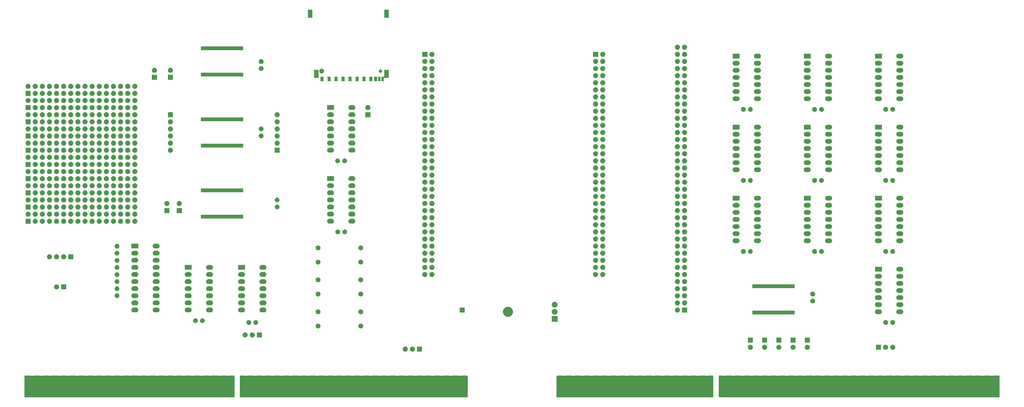
<source format=gbr>
G04 #@! TF.GenerationSoftware,KiCad,Pcbnew,(5.1.5)-3*
G04 #@! TF.CreationDate,2023-07-18T22:41:28-04:00*
G04 #@! TF.ProjectId,NovaFPGA,4e6f7661-4650-4474-912e-6b696361645f,rev?*
G04 #@! TF.SameCoordinates,Original*
G04 #@! TF.FileFunction,Soldermask,Top*
G04 #@! TF.FilePolarity,Negative*
%FSLAX46Y46*%
G04 Gerber Fmt 4.6, Leading zero omitted, Abs format (unit mm)*
G04 Created by KiCad (PCBNEW (5.1.5)-3) date 2023-07-18 22:41:28*
%MOMM*%
%LPD*%
G04 APERTURE LIST*
%ADD10C,0.100000*%
G04 APERTURE END LIST*
D10*
G36*
X241935000Y-177800000D02*
G01*
X186055000Y-177800000D01*
X186055000Y-170180000D01*
X241935000Y-170180000D01*
X241935000Y-177800000D01*
G37*
X241935000Y-177800000D02*
X186055000Y-177800000D01*
X186055000Y-170180000D01*
X241935000Y-170180000D01*
X241935000Y-177800000D01*
G36*
X154305000Y-177800000D02*
G01*
X73025000Y-177800000D01*
X73025000Y-170180000D01*
X154305000Y-170180000D01*
X154305000Y-177800000D01*
G37*
X154305000Y-177800000D02*
X73025000Y-177800000D01*
X73025000Y-170180000D01*
X154305000Y-170180000D01*
X154305000Y-177800000D01*
G36*
X71120000Y-177800000D02*
G01*
X-3810000Y-177800000D01*
X-3810000Y-170180000D01*
X71120000Y-170180000D01*
X71120000Y-177800000D01*
G37*
X71120000Y-177800000D02*
X-3810000Y-177800000D01*
X-3810000Y-170180000D01*
X71120000Y-170180000D01*
X71120000Y-177800000D01*
G36*
X344170000Y-177800000D02*
G01*
X244475000Y-177800000D01*
X244475000Y-170180000D01*
X344170000Y-170180000D01*
X344170000Y-177800000D01*
G37*
X344170000Y-177800000D02*
X244475000Y-177800000D01*
X244475000Y-170180000D01*
X344170000Y-170180000D01*
X344170000Y-177800000D01*
G36*
X302628500Y-177851000D02*
G01*
X300621500Y-177851000D01*
X300621500Y-170129000D01*
X302628500Y-170129000D01*
X302628500Y-177851000D01*
G37*
G36*
X340728500Y-177851000D02*
G01*
X338721500Y-177851000D01*
X338721500Y-170129000D01*
X340728500Y-170129000D01*
X340728500Y-177851000D01*
G37*
G36*
X337553500Y-177851000D02*
G01*
X335546500Y-177851000D01*
X335546500Y-170129000D01*
X337553500Y-170129000D01*
X337553500Y-177851000D01*
G37*
G36*
X334378500Y-177851000D02*
G01*
X332371500Y-177851000D01*
X332371500Y-170129000D01*
X334378500Y-170129000D01*
X334378500Y-177851000D01*
G37*
G36*
X331203500Y-177851000D02*
G01*
X329196500Y-177851000D01*
X329196500Y-170129000D01*
X331203500Y-170129000D01*
X331203500Y-177851000D01*
G37*
G36*
X328028500Y-177851000D02*
G01*
X326021500Y-177851000D01*
X326021500Y-170129000D01*
X328028500Y-170129000D01*
X328028500Y-177851000D01*
G37*
G36*
X324853500Y-177851000D02*
G01*
X322846500Y-177851000D01*
X322846500Y-170129000D01*
X324853500Y-170129000D01*
X324853500Y-177851000D01*
G37*
G36*
X321678500Y-177851000D02*
G01*
X319671500Y-177851000D01*
X319671500Y-170129000D01*
X321678500Y-170129000D01*
X321678500Y-177851000D01*
G37*
G36*
X318503500Y-177851000D02*
G01*
X316496500Y-177851000D01*
X316496500Y-170129000D01*
X318503500Y-170129000D01*
X318503500Y-177851000D01*
G37*
G36*
X315328500Y-177851000D02*
G01*
X313321500Y-177851000D01*
X313321500Y-170129000D01*
X315328500Y-170129000D01*
X315328500Y-177851000D01*
G37*
G36*
X312153500Y-177851000D02*
G01*
X310146500Y-177851000D01*
X310146500Y-170129000D01*
X312153500Y-170129000D01*
X312153500Y-177851000D01*
G37*
G36*
X308978500Y-177851000D02*
G01*
X306971500Y-177851000D01*
X306971500Y-170129000D01*
X308978500Y-170129000D01*
X308978500Y-177851000D01*
G37*
G36*
X264528500Y-177851000D02*
G01*
X262521500Y-177851000D01*
X262521500Y-170129000D01*
X264528500Y-170129000D01*
X264528500Y-177851000D01*
G37*
G36*
X343903500Y-177851000D02*
G01*
X341896500Y-177851000D01*
X341896500Y-170129000D01*
X343903500Y-170129000D01*
X343903500Y-177851000D01*
G37*
G36*
X299453500Y-177851000D02*
G01*
X297446500Y-177851000D01*
X297446500Y-170129000D01*
X299453500Y-170129000D01*
X299453500Y-177851000D01*
G37*
G36*
X296278500Y-177851000D02*
G01*
X294271500Y-177851000D01*
X294271500Y-170129000D01*
X296278500Y-170129000D01*
X296278500Y-177851000D01*
G37*
G36*
X293103500Y-177851000D02*
G01*
X291096500Y-177851000D01*
X291096500Y-170129000D01*
X293103500Y-170129000D01*
X293103500Y-177851000D01*
G37*
G36*
X289928500Y-177851000D02*
G01*
X287921500Y-177851000D01*
X287921500Y-170129000D01*
X289928500Y-170129000D01*
X289928500Y-177851000D01*
G37*
G36*
X286753500Y-177851000D02*
G01*
X284746500Y-177851000D01*
X284746500Y-170129000D01*
X286753500Y-170129000D01*
X286753500Y-177851000D01*
G37*
G36*
X283578500Y-177851000D02*
G01*
X281571500Y-177851000D01*
X281571500Y-170129000D01*
X283578500Y-170129000D01*
X283578500Y-177851000D01*
G37*
G36*
X280403500Y-177851000D02*
G01*
X278396500Y-177851000D01*
X278396500Y-170129000D01*
X280403500Y-170129000D01*
X280403500Y-177851000D01*
G37*
G36*
X277228500Y-177851000D02*
G01*
X275221500Y-177851000D01*
X275221500Y-170129000D01*
X277228500Y-170129000D01*
X277228500Y-177851000D01*
G37*
G36*
X274053500Y-177851000D02*
G01*
X272046500Y-177851000D01*
X272046500Y-170129000D01*
X274053500Y-170129000D01*
X274053500Y-177851000D01*
G37*
G36*
X270878500Y-177851000D02*
G01*
X268871500Y-177851000D01*
X268871500Y-170129000D01*
X270878500Y-170129000D01*
X270878500Y-177851000D01*
G37*
G36*
X267703500Y-177851000D02*
G01*
X265696500Y-177851000D01*
X265696500Y-170129000D01*
X267703500Y-170129000D01*
X267703500Y-177851000D01*
G37*
G36*
X305803500Y-177851000D02*
G01*
X303796500Y-177851000D01*
X303796500Y-170129000D01*
X305803500Y-170129000D01*
X305803500Y-177851000D01*
G37*
G36*
X223253500Y-177851000D02*
G01*
X221246500Y-177851000D01*
X221246500Y-170129000D01*
X223253500Y-170129000D01*
X223253500Y-177851000D01*
G37*
G36*
X115938500Y-177851000D02*
G01*
X113931500Y-177851000D01*
X113931500Y-170129000D01*
X115938500Y-170129000D01*
X115938500Y-177851000D01*
G37*
G36*
X261353500Y-177851000D02*
G01*
X259346500Y-177851000D01*
X259346500Y-170129000D01*
X261353500Y-170129000D01*
X261353500Y-177851000D01*
G37*
G36*
X258178500Y-177851000D02*
G01*
X256171500Y-177851000D01*
X256171500Y-170129000D01*
X258178500Y-170129000D01*
X258178500Y-177851000D01*
G37*
G36*
X255003500Y-177851000D02*
G01*
X252996500Y-177851000D01*
X252996500Y-170129000D01*
X255003500Y-170129000D01*
X255003500Y-177851000D01*
G37*
G36*
X251828500Y-177851000D02*
G01*
X249821500Y-177851000D01*
X249821500Y-170129000D01*
X251828500Y-170129000D01*
X251828500Y-177851000D01*
G37*
G36*
X248653500Y-177851000D02*
G01*
X246646500Y-177851000D01*
X246646500Y-170129000D01*
X248653500Y-170129000D01*
X248653500Y-177851000D01*
G37*
G36*
X245478500Y-177851000D02*
G01*
X243979500Y-177851000D01*
X243979500Y-170129000D01*
X245478500Y-170129000D01*
X245478500Y-177851000D01*
G37*
G36*
X241795500Y-177851000D02*
G01*
X240296500Y-177851000D01*
X240296500Y-170129000D01*
X241795500Y-170129000D01*
X241795500Y-177851000D01*
G37*
G36*
X239128500Y-177851000D02*
G01*
X237121500Y-177851000D01*
X237121500Y-170129000D01*
X239128500Y-170129000D01*
X239128500Y-177851000D01*
G37*
G36*
X235953500Y-177851000D02*
G01*
X233946500Y-177851000D01*
X233946500Y-170129000D01*
X235953500Y-170129000D01*
X235953500Y-177851000D01*
G37*
G36*
X232778500Y-177851000D02*
G01*
X230771500Y-177851000D01*
X230771500Y-170129000D01*
X232778500Y-170129000D01*
X232778500Y-177851000D01*
G37*
G36*
X226428500Y-177851000D02*
G01*
X224421500Y-177851000D01*
X224421500Y-170129000D01*
X226428500Y-170129000D01*
X226428500Y-177851000D01*
G37*
G36*
X77838500Y-177851000D02*
G01*
X75831500Y-177851000D01*
X75831500Y-170129000D01*
X77838500Y-170129000D01*
X77838500Y-177851000D01*
G37*
G36*
X220078500Y-177851000D02*
G01*
X218071500Y-177851000D01*
X218071500Y-170129000D01*
X220078500Y-170129000D01*
X220078500Y-177851000D01*
G37*
G36*
X216903500Y-177851000D02*
G01*
X214896500Y-177851000D01*
X214896500Y-170129000D01*
X216903500Y-170129000D01*
X216903500Y-177851000D01*
G37*
G36*
X213728500Y-177851000D02*
G01*
X211721500Y-177851000D01*
X211721500Y-170129000D01*
X213728500Y-170129000D01*
X213728500Y-177851000D01*
G37*
G36*
X210553500Y-177851000D02*
G01*
X208546500Y-177851000D01*
X208546500Y-170129000D01*
X210553500Y-170129000D01*
X210553500Y-177851000D01*
G37*
G36*
X207378500Y-177851000D02*
G01*
X205371500Y-177851000D01*
X205371500Y-170129000D01*
X207378500Y-170129000D01*
X207378500Y-177851000D01*
G37*
G36*
X204203500Y-177851000D02*
G01*
X202196500Y-177851000D01*
X202196500Y-170129000D01*
X204203500Y-170129000D01*
X204203500Y-177851000D01*
G37*
G36*
X201028500Y-177851000D02*
G01*
X199021500Y-177851000D01*
X199021500Y-170129000D01*
X201028500Y-170129000D01*
X201028500Y-177851000D01*
G37*
G36*
X197853500Y-177851000D02*
G01*
X195846500Y-177851000D01*
X195846500Y-170129000D01*
X197853500Y-170129000D01*
X197853500Y-177851000D01*
G37*
G36*
X194678500Y-177851000D02*
G01*
X192671500Y-177851000D01*
X192671500Y-170129000D01*
X194678500Y-170129000D01*
X194678500Y-177851000D01*
G37*
G36*
X191503500Y-177851000D02*
G01*
X189496500Y-177851000D01*
X189496500Y-170129000D01*
X191503500Y-170129000D01*
X191503500Y-177851000D01*
G37*
G36*
X229603500Y-177851000D02*
G01*
X227596500Y-177851000D01*
X227596500Y-170129000D01*
X229603500Y-170129000D01*
X229603500Y-177851000D01*
G37*
G36*
X74663500Y-177851000D02*
G01*
X73164500Y-177851000D01*
X73164500Y-170129000D01*
X74663500Y-170129000D01*
X74663500Y-177851000D01*
G37*
G36*
X154038500Y-177851000D02*
G01*
X152031500Y-177851000D01*
X152031500Y-170129000D01*
X154038500Y-170129000D01*
X154038500Y-177851000D01*
G37*
G36*
X150863500Y-177851000D02*
G01*
X148856500Y-177851000D01*
X148856500Y-170129000D01*
X150863500Y-170129000D01*
X150863500Y-177851000D01*
G37*
G36*
X147688500Y-177851000D02*
G01*
X145681500Y-177851000D01*
X145681500Y-170129000D01*
X147688500Y-170129000D01*
X147688500Y-177851000D01*
G37*
G36*
X144513500Y-177851000D02*
G01*
X142506500Y-177851000D01*
X142506500Y-170129000D01*
X144513500Y-170129000D01*
X144513500Y-177851000D01*
G37*
G36*
X141338500Y-177851000D02*
G01*
X139331500Y-177851000D01*
X139331500Y-170129000D01*
X141338500Y-170129000D01*
X141338500Y-177851000D01*
G37*
G36*
X138163500Y-177851000D02*
G01*
X136156500Y-177851000D01*
X136156500Y-170129000D01*
X138163500Y-170129000D01*
X138163500Y-177851000D01*
G37*
G36*
X134988500Y-177851000D02*
G01*
X132981500Y-177851000D01*
X132981500Y-170129000D01*
X134988500Y-170129000D01*
X134988500Y-177851000D01*
G37*
G36*
X131813500Y-177851000D02*
G01*
X129806500Y-177851000D01*
X129806500Y-170129000D01*
X131813500Y-170129000D01*
X131813500Y-177851000D01*
G37*
G36*
X128638500Y-177851000D02*
G01*
X126631500Y-177851000D01*
X126631500Y-170129000D01*
X128638500Y-170129000D01*
X128638500Y-177851000D01*
G37*
G36*
X125463500Y-177851000D02*
G01*
X123456500Y-177851000D01*
X123456500Y-170129000D01*
X125463500Y-170129000D01*
X125463500Y-177851000D01*
G37*
G36*
X122288500Y-177851000D02*
G01*
X120281500Y-177851000D01*
X120281500Y-170129000D01*
X122288500Y-170129000D01*
X122288500Y-177851000D01*
G37*
G36*
X119113500Y-177851000D02*
G01*
X117106500Y-177851000D01*
X117106500Y-170129000D01*
X119113500Y-170129000D01*
X119113500Y-177851000D01*
G37*
G36*
X68313500Y-177851000D02*
G01*
X66306500Y-177851000D01*
X66306500Y-170129000D01*
X68313500Y-170129000D01*
X68313500Y-177851000D01*
G37*
G36*
X112763500Y-177851000D02*
G01*
X110756500Y-177851000D01*
X110756500Y-170129000D01*
X112763500Y-170129000D01*
X112763500Y-177851000D01*
G37*
G36*
X109588500Y-177851000D02*
G01*
X107581500Y-177851000D01*
X107581500Y-170129000D01*
X109588500Y-170129000D01*
X109588500Y-177851000D01*
G37*
G36*
X106413500Y-177851000D02*
G01*
X104406500Y-177851000D01*
X104406500Y-170129000D01*
X106413500Y-170129000D01*
X106413500Y-177851000D01*
G37*
G36*
X103238500Y-177851000D02*
G01*
X101231500Y-177851000D01*
X101231500Y-170129000D01*
X103238500Y-170129000D01*
X103238500Y-177851000D01*
G37*
G36*
X100063500Y-177851000D02*
G01*
X98056500Y-177851000D01*
X98056500Y-170129000D01*
X100063500Y-170129000D01*
X100063500Y-177851000D01*
G37*
G36*
X96888500Y-177851000D02*
G01*
X94881500Y-177851000D01*
X94881500Y-170129000D01*
X96888500Y-170129000D01*
X96888500Y-177851000D01*
G37*
G36*
X93713500Y-177851000D02*
G01*
X91706500Y-177851000D01*
X91706500Y-170129000D01*
X93713500Y-170129000D01*
X93713500Y-177851000D01*
G37*
G36*
X90538500Y-177851000D02*
G01*
X88531500Y-177851000D01*
X88531500Y-170129000D01*
X90538500Y-170129000D01*
X90538500Y-177851000D01*
G37*
G36*
X87363500Y-177851000D02*
G01*
X85356500Y-177851000D01*
X85356500Y-170129000D01*
X87363500Y-170129000D01*
X87363500Y-177851000D01*
G37*
G36*
X84188500Y-177851000D02*
G01*
X82181500Y-177851000D01*
X82181500Y-170129000D01*
X84188500Y-170129000D01*
X84188500Y-177851000D01*
G37*
G36*
X81013500Y-177851000D02*
G01*
X79006500Y-177851000D01*
X79006500Y-170129000D01*
X81013500Y-170129000D01*
X81013500Y-177851000D01*
G37*
G36*
X-1536500Y-177851000D02*
G01*
X-3543500Y-177851000D01*
X-3543500Y-170129000D01*
X-1536500Y-170129000D01*
X-1536500Y-177851000D01*
G37*
G36*
X70980500Y-177851000D02*
G01*
X69481500Y-177851000D01*
X69481500Y-170129000D01*
X70980500Y-170129000D01*
X70980500Y-177851000D01*
G37*
G36*
X65138500Y-177851000D02*
G01*
X63131500Y-177851000D01*
X63131500Y-170129000D01*
X65138500Y-170129000D01*
X65138500Y-177851000D01*
G37*
G36*
X61963500Y-177851000D02*
G01*
X59956500Y-177851000D01*
X59956500Y-170129000D01*
X61963500Y-170129000D01*
X61963500Y-177851000D01*
G37*
G36*
X58788500Y-177851000D02*
G01*
X56781500Y-177851000D01*
X56781500Y-170129000D01*
X58788500Y-170129000D01*
X58788500Y-177851000D01*
G37*
G36*
X55613500Y-177851000D02*
G01*
X53606500Y-177851000D01*
X53606500Y-170129000D01*
X55613500Y-170129000D01*
X55613500Y-177851000D01*
G37*
G36*
X52438500Y-177851000D02*
G01*
X50431500Y-177851000D01*
X50431500Y-170129000D01*
X52438500Y-170129000D01*
X52438500Y-177851000D01*
G37*
G36*
X49263500Y-177851000D02*
G01*
X47256500Y-177851000D01*
X47256500Y-170129000D01*
X49263500Y-170129000D01*
X49263500Y-177851000D01*
G37*
G36*
X46088500Y-177851000D02*
G01*
X44081500Y-177851000D01*
X44081500Y-170129000D01*
X46088500Y-170129000D01*
X46088500Y-177851000D01*
G37*
G36*
X42913500Y-177851000D02*
G01*
X40906500Y-177851000D01*
X40906500Y-170129000D01*
X42913500Y-170129000D01*
X42913500Y-177851000D01*
G37*
G36*
X39738500Y-177851000D02*
G01*
X37731500Y-177851000D01*
X37731500Y-170129000D01*
X39738500Y-170129000D01*
X39738500Y-177851000D01*
G37*
G36*
X188328500Y-177851000D02*
G01*
X186321500Y-177851000D01*
X186321500Y-170129000D01*
X188328500Y-170129000D01*
X188328500Y-177851000D01*
G37*
G36*
X30213500Y-177851000D02*
G01*
X28206500Y-177851000D01*
X28206500Y-170129000D01*
X30213500Y-170129000D01*
X30213500Y-177851000D01*
G37*
G36*
X33388500Y-177851000D02*
G01*
X31381500Y-177851000D01*
X31381500Y-170129000D01*
X33388500Y-170129000D01*
X33388500Y-177851000D01*
G37*
G36*
X36563500Y-177851000D02*
G01*
X34556500Y-177851000D01*
X34556500Y-170129000D01*
X36563500Y-170129000D01*
X36563500Y-177851000D01*
G37*
G36*
X1638500Y-177851000D02*
G01*
X-368500Y-177851000D01*
X-368500Y-170129000D01*
X1638500Y-170129000D01*
X1638500Y-177851000D01*
G37*
G36*
X4813500Y-177851000D02*
G01*
X2806500Y-177851000D01*
X2806500Y-170129000D01*
X4813500Y-170129000D01*
X4813500Y-177851000D01*
G37*
G36*
X7988500Y-177851000D02*
G01*
X5981500Y-177851000D01*
X5981500Y-170129000D01*
X7988500Y-170129000D01*
X7988500Y-177851000D01*
G37*
G36*
X11163500Y-177851000D02*
G01*
X9156500Y-177851000D01*
X9156500Y-170129000D01*
X11163500Y-170129000D01*
X11163500Y-177851000D01*
G37*
G36*
X14338500Y-177851000D02*
G01*
X12331500Y-177851000D01*
X12331500Y-170129000D01*
X14338500Y-170129000D01*
X14338500Y-177851000D01*
G37*
G36*
X17513500Y-177851000D02*
G01*
X15506500Y-177851000D01*
X15506500Y-170129000D01*
X17513500Y-170129000D01*
X17513500Y-177851000D01*
G37*
G36*
X20688500Y-177851000D02*
G01*
X18681500Y-177851000D01*
X18681500Y-170129000D01*
X20688500Y-170129000D01*
X20688500Y-177851000D01*
G37*
G36*
X23863500Y-177851000D02*
G01*
X21856500Y-177851000D01*
X21856500Y-170129000D01*
X23863500Y-170129000D01*
X23863500Y-177851000D01*
G37*
G36*
X27038500Y-177851000D02*
G01*
X25031500Y-177851000D01*
X25031500Y-170129000D01*
X27038500Y-170129000D01*
X27038500Y-177851000D01*
G37*
G36*
X132184769Y-159757188D02*
G01*
X132342812Y-159788624D01*
X132506784Y-159856544D01*
X132654354Y-159955147D01*
X132779853Y-160080646D01*
X132878456Y-160228216D01*
X132946376Y-160392188D01*
X132981000Y-160566259D01*
X132981000Y-160743741D01*
X132946376Y-160917812D01*
X132878456Y-161081784D01*
X132779853Y-161229354D01*
X132654354Y-161354853D01*
X132506784Y-161453456D01*
X132342812Y-161521376D01*
X132193512Y-161551073D01*
X132168742Y-161556000D01*
X131991258Y-161556000D01*
X131966488Y-161551073D01*
X131817188Y-161521376D01*
X131653216Y-161453456D01*
X131505646Y-161354853D01*
X131380147Y-161229354D01*
X131281544Y-161081784D01*
X131213624Y-160917812D01*
X131179000Y-160743741D01*
X131179000Y-160566259D01*
X131213624Y-160392188D01*
X131281544Y-160228216D01*
X131380147Y-160080646D01*
X131505646Y-159955147D01*
X131653216Y-159856544D01*
X131817188Y-159788624D01*
X131975231Y-159757188D01*
X131991258Y-159754000D01*
X132168742Y-159754000D01*
X132184769Y-159757188D01*
G37*
G36*
X134724769Y-159757188D02*
G01*
X134882812Y-159788624D01*
X135046784Y-159856544D01*
X135194354Y-159955147D01*
X135319853Y-160080646D01*
X135418456Y-160228216D01*
X135486376Y-160392188D01*
X135521000Y-160566259D01*
X135521000Y-160743741D01*
X135486376Y-160917812D01*
X135418456Y-161081784D01*
X135319853Y-161229354D01*
X135194354Y-161354853D01*
X135046784Y-161453456D01*
X134882812Y-161521376D01*
X134733512Y-161551073D01*
X134708742Y-161556000D01*
X134531258Y-161556000D01*
X134506488Y-161551073D01*
X134357188Y-161521376D01*
X134193216Y-161453456D01*
X134045646Y-161354853D01*
X133920147Y-161229354D01*
X133821544Y-161081784D01*
X133753624Y-160917812D01*
X133719000Y-160743741D01*
X133719000Y-160566259D01*
X133753624Y-160392188D01*
X133821544Y-160228216D01*
X133920147Y-160080646D01*
X134045646Y-159955147D01*
X134193216Y-159856544D01*
X134357188Y-159788624D01*
X134515231Y-159757188D01*
X134531258Y-159754000D01*
X134708742Y-159754000D01*
X134724769Y-159757188D01*
G37*
G36*
X138061000Y-161556000D02*
G01*
X136259000Y-161556000D01*
X136259000Y-159754000D01*
X138061000Y-159754000D01*
X138061000Y-161556000D01*
G37*
G36*
X255383512Y-159123927D02*
G01*
X255532812Y-159153624D01*
X255696784Y-159221544D01*
X255844354Y-159320147D01*
X255969853Y-159445646D01*
X256068456Y-159593216D01*
X256136376Y-159757188D01*
X256171000Y-159931259D01*
X256171000Y-160108741D01*
X256136376Y-160282812D01*
X256068456Y-160446784D01*
X255969853Y-160594354D01*
X255844354Y-160719853D01*
X255696784Y-160818456D01*
X255532812Y-160886376D01*
X255383512Y-160916073D01*
X255358742Y-160921000D01*
X255181258Y-160921000D01*
X255156488Y-160916073D01*
X255007188Y-160886376D01*
X254843216Y-160818456D01*
X254695646Y-160719853D01*
X254570147Y-160594354D01*
X254471544Y-160446784D01*
X254403624Y-160282812D01*
X254369000Y-160108741D01*
X254369000Y-159931259D01*
X254403624Y-159757188D01*
X254471544Y-159593216D01*
X254570147Y-159445646D01*
X254695646Y-159320147D01*
X254843216Y-159221544D01*
X255007188Y-159153624D01*
X255156488Y-159123927D01*
X255181258Y-159119000D01*
X255358742Y-159119000D01*
X255383512Y-159123927D01*
G37*
G36*
X301891000Y-160921000D02*
G01*
X300089000Y-160921000D01*
X300089000Y-159119000D01*
X301891000Y-159119000D01*
X301891000Y-160921000D01*
G37*
G36*
X270623512Y-159123927D02*
G01*
X270772812Y-159153624D01*
X270936784Y-159221544D01*
X271084354Y-159320147D01*
X271209853Y-159445646D01*
X271308456Y-159593216D01*
X271376376Y-159757188D01*
X271411000Y-159931259D01*
X271411000Y-160108741D01*
X271376376Y-160282812D01*
X271308456Y-160446784D01*
X271209853Y-160594354D01*
X271084354Y-160719853D01*
X270936784Y-160818456D01*
X270772812Y-160886376D01*
X270623512Y-160916073D01*
X270598742Y-160921000D01*
X270421258Y-160921000D01*
X270396488Y-160916073D01*
X270247188Y-160886376D01*
X270083216Y-160818456D01*
X269935646Y-160719853D01*
X269810147Y-160594354D01*
X269711544Y-160446784D01*
X269643624Y-160282812D01*
X269609000Y-160108741D01*
X269609000Y-159931259D01*
X269643624Y-159757188D01*
X269711544Y-159593216D01*
X269810147Y-159445646D01*
X269935646Y-159320147D01*
X270083216Y-159221544D01*
X270247188Y-159153624D01*
X270396488Y-159123927D01*
X270421258Y-159119000D01*
X270598742Y-159119000D01*
X270623512Y-159123927D01*
G37*
G36*
X303643512Y-159123927D02*
G01*
X303792812Y-159153624D01*
X303956784Y-159221544D01*
X304104354Y-159320147D01*
X304229853Y-159445646D01*
X304328456Y-159593216D01*
X304396376Y-159757188D01*
X304431000Y-159931259D01*
X304431000Y-160108741D01*
X304396376Y-160282812D01*
X304328456Y-160446784D01*
X304229853Y-160594354D01*
X304104354Y-160719853D01*
X303956784Y-160818456D01*
X303792812Y-160886376D01*
X303643512Y-160916073D01*
X303618742Y-160921000D01*
X303441258Y-160921000D01*
X303416488Y-160916073D01*
X303267188Y-160886376D01*
X303103216Y-160818456D01*
X302955646Y-160719853D01*
X302830147Y-160594354D01*
X302731544Y-160446784D01*
X302663624Y-160282812D01*
X302629000Y-160108741D01*
X302629000Y-159931259D01*
X302663624Y-159757188D01*
X302731544Y-159593216D01*
X302830147Y-159445646D01*
X302955646Y-159320147D01*
X303103216Y-159221544D01*
X303267188Y-159153624D01*
X303416488Y-159123927D01*
X303441258Y-159119000D01*
X303618742Y-159119000D01*
X303643512Y-159123927D01*
G37*
G36*
X306183512Y-159123927D02*
G01*
X306332812Y-159153624D01*
X306496784Y-159221544D01*
X306644354Y-159320147D01*
X306769853Y-159445646D01*
X306868456Y-159593216D01*
X306936376Y-159757188D01*
X306971000Y-159931259D01*
X306971000Y-160108741D01*
X306936376Y-160282812D01*
X306868456Y-160446784D01*
X306769853Y-160594354D01*
X306644354Y-160719853D01*
X306496784Y-160818456D01*
X306332812Y-160886376D01*
X306183512Y-160916073D01*
X306158742Y-160921000D01*
X305981258Y-160921000D01*
X305956488Y-160916073D01*
X305807188Y-160886376D01*
X305643216Y-160818456D01*
X305495646Y-160719853D01*
X305370147Y-160594354D01*
X305271544Y-160446784D01*
X305203624Y-160282812D01*
X305169000Y-160108741D01*
X305169000Y-159931259D01*
X305203624Y-159757188D01*
X305271544Y-159593216D01*
X305370147Y-159445646D01*
X305495646Y-159320147D01*
X305643216Y-159221544D01*
X305807188Y-159153624D01*
X305956488Y-159123927D01*
X305981258Y-159119000D01*
X306158742Y-159119000D01*
X306183512Y-159123927D01*
G37*
G36*
X265543512Y-159123927D02*
G01*
X265692812Y-159153624D01*
X265856784Y-159221544D01*
X266004354Y-159320147D01*
X266129853Y-159445646D01*
X266228456Y-159593216D01*
X266296376Y-159757188D01*
X266331000Y-159931259D01*
X266331000Y-160108741D01*
X266296376Y-160282812D01*
X266228456Y-160446784D01*
X266129853Y-160594354D01*
X266004354Y-160719853D01*
X265856784Y-160818456D01*
X265692812Y-160886376D01*
X265543512Y-160916073D01*
X265518742Y-160921000D01*
X265341258Y-160921000D01*
X265316488Y-160916073D01*
X265167188Y-160886376D01*
X265003216Y-160818456D01*
X264855646Y-160719853D01*
X264730147Y-160594354D01*
X264631544Y-160446784D01*
X264563624Y-160282812D01*
X264529000Y-160108741D01*
X264529000Y-159931259D01*
X264563624Y-159757188D01*
X264631544Y-159593216D01*
X264730147Y-159445646D01*
X264855646Y-159320147D01*
X265003216Y-159221544D01*
X265167188Y-159153624D01*
X265316488Y-159123927D01*
X265341258Y-159119000D01*
X265518742Y-159119000D01*
X265543512Y-159123927D01*
G37*
G36*
X260463512Y-159123927D02*
G01*
X260612812Y-159153624D01*
X260776784Y-159221544D01*
X260924354Y-159320147D01*
X261049853Y-159445646D01*
X261148456Y-159593216D01*
X261216376Y-159757188D01*
X261251000Y-159931259D01*
X261251000Y-160108741D01*
X261216376Y-160282812D01*
X261148456Y-160446784D01*
X261049853Y-160594354D01*
X260924354Y-160719853D01*
X260776784Y-160818456D01*
X260612812Y-160886376D01*
X260463512Y-160916073D01*
X260438742Y-160921000D01*
X260261258Y-160921000D01*
X260236488Y-160916073D01*
X260087188Y-160886376D01*
X259923216Y-160818456D01*
X259775646Y-160719853D01*
X259650147Y-160594354D01*
X259551544Y-160446784D01*
X259483624Y-160282812D01*
X259449000Y-160108741D01*
X259449000Y-159931259D01*
X259483624Y-159757188D01*
X259551544Y-159593216D01*
X259650147Y-159445646D01*
X259775646Y-159320147D01*
X259923216Y-159221544D01*
X260087188Y-159153624D01*
X260236488Y-159123927D01*
X260261258Y-159119000D01*
X260438742Y-159119000D01*
X260463512Y-159123927D01*
G37*
G36*
X275703512Y-159123927D02*
G01*
X275852812Y-159153624D01*
X276016784Y-159221544D01*
X276164354Y-159320147D01*
X276289853Y-159445646D01*
X276388456Y-159593216D01*
X276456376Y-159757188D01*
X276491000Y-159931259D01*
X276491000Y-160108741D01*
X276456376Y-160282812D01*
X276388456Y-160446784D01*
X276289853Y-160594354D01*
X276164354Y-160719853D01*
X276016784Y-160818456D01*
X275852812Y-160886376D01*
X275703512Y-160916073D01*
X275678742Y-160921000D01*
X275501258Y-160921000D01*
X275476488Y-160916073D01*
X275327188Y-160886376D01*
X275163216Y-160818456D01*
X275015646Y-160719853D01*
X274890147Y-160594354D01*
X274791544Y-160446784D01*
X274723624Y-160282812D01*
X274689000Y-160108741D01*
X274689000Y-159931259D01*
X274723624Y-159757188D01*
X274791544Y-159593216D01*
X274890147Y-159445646D01*
X275015646Y-159320147D01*
X275163216Y-159221544D01*
X275327188Y-159153624D01*
X275476488Y-159123927D01*
X275501258Y-159119000D01*
X275678742Y-159119000D01*
X275703512Y-159123927D01*
G37*
G36*
X276491000Y-158381000D02*
G01*
X274689000Y-158381000D01*
X274689000Y-156579000D01*
X276491000Y-156579000D01*
X276491000Y-158381000D01*
G37*
G36*
X266331000Y-158381000D02*
G01*
X264529000Y-158381000D01*
X264529000Y-156579000D01*
X266331000Y-156579000D01*
X266331000Y-158381000D01*
G37*
G36*
X271411000Y-158381000D02*
G01*
X269609000Y-158381000D01*
X269609000Y-156579000D01*
X271411000Y-156579000D01*
X271411000Y-158381000D01*
G37*
G36*
X261251000Y-158381000D02*
G01*
X259449000Y-158381000D01*
X259449000Y-156579000D01*
X261251000Y-156579000D01*
X261251000Y-158381000D01*
G37*
G36*
X256171000Y-158381000D02*
G01*
X254369000Y-158381000D01*
X254369000Y-156579000D01*
X256171000Y-156579000D01*
X256171000Y-158381000D01*
G37*
G36*
X75043512Y-154678927D02*
G01*
X75192812Y-154708624D01*
X75356784Y-154776544D01*
X75504354Y-154875147D01*
X75629853Y-155000646D01*
X75728456Y-155148216D01*
X75796376Y-155312188D01*
X75831000Y-155486259D01*
X75831000Y-155663741D01*
X75796376Y-155837812D01*
X75728456Y-156001784D01*
X75629853Y-156149354D01*
X75504354Y-156274853D01*
X75356784Y-156373456D01*
X75192812Y-156441376D01*
X75043512Y-156471073D01*
X75018742Y-156476000D01*
X74841258Y-156476000D01*
X74816488Y-156471073D01*
X74667188Y-156441376D01*
X74503216Y-156373456D01*
X74355646Y-156274853D01*
X74230147Y-156149354D01*
X74131544Y-156001784D01*
X74063624Y-155837812D01*
X74029000Y-155663741D01*
X74029000Y-155486259D01*
X74063624Y-155312188D01*
X74131544Y-155148216D01*
X74230147Y-155000646D01*
X74355646Y-154875147D01*
X74503216Y-154776544D01*
X74667188Y-154708624D01*
X74816488Y-154678927D01*
X74841258Y-154674000D01*
X75018742Y-154674000D01*
X75043512Y-154678927D01*
G37*
G36*
X80911000Y-156476000D02*
G01*
X79109000Y-156476000D01*
X79109000Y-154674000D01*
X80911000Y-154674000D01*
X80911000Y-156476000D01*
G37*
G36*
X77583512Y-154678927D02*
G01*
X77732812Y-154708624D01*
X77896784Y-154776544D01*
X78044354Y-154875147D01*
X78169853Y-155000646D01*
X78268456Y-155148216D01*
X78336376Y-155312188D01*
X78371000Y-155486259D01*
X78371000Y-155663741D01*
X78336376Y-155837812D01*
X78268456Y-156001784D01*
X78169853Y-156149354D01*
X78044354Y-156274853D01*
X77896784Y-156373456D01*
X77732812Y-156441376D01*
X77583512Y-156471073D01*
X77558742Y-156476000D01*
X77381258Y-156476000D01*
X77356488Y-156471073D01*
X77207188Y-156441376D01*
X77043216Y-156373456D01*
X76895646Y-156274853D01*
X76770147Y-156149354D01*
X76671544Y-156001784D01*
X76603624Y-155837812D01*
X76569000Y-155663741D01*
X76569000Y-155486259D01*
X76603624Y-155312188D01*
X76671544Y-155148216D01*
X76770147Y-155000646D01*
X76895646Y-154875147D01*
X77043216Y-154776544D01*
X77207188Y-154708624D01*
X77356488Y-154678927D01*
X77381258Y-154674000D01*
X77558742Y-154674000D01*
X77583512Y-154678927D01*
G37*
G36*
X101213228Y-151581703D02*
G01*
X101368100Y-151645853D01*
X101507481Y-151738985D01*
X101626015Y-151857519D01*
X101719147Y-151996900D01*
X101783297Y-152151772D01*
X101816000Y-152316184D01*
X101816000Y-152483816D01*
X101783297Y-152648228D01*
X101719147Y-152803100D01*
X101626015Y-152942481D01*
X101507481Y-153061015D01*
X101368100Y-153154147D01*
X101213228Y-153218297D01*
X101048816Y-153251000D01*
X100881184Y-153251000D01*
X100716772Y-153218297D01*
X100561900Y-153154147D01*
X100422519Y-153061015D01*
X100303985Y-152942481D01*
X100210853Y-152803100D01*
X100146703Y-152648228D01*
X100114000Y-152483816D01*
X100114000Y-152316184D01*
X100146703Y-152151772D01*
X100210853Y-151996900D01*
X100303985Y-151857519D01*
X100422519Y-151738985D01*
X100561900Y-151645853D01*
X100716772Y-151581703D01*
X100881184Y-151549000D01*
X101048816Y-151549000D01*
X101213228Y-151581703D01*
G37*
G36*
X116453228Y-151581703D02*
G01*
X116608100Y-151645853D01*
X116747481Y-151738985D01*
X116866015Y-151857519D01*
X116959147Y-151996900D01*
X117023297Y-152151772D01*
X117056000Y-152316184D01*
X117056000Y-152483816D01*
X117023297Y-152648228D01*
X116959147Y-152803100D01*
X116866015Y-152942481D01*
X116747481Y-153061015D01*
X116608100Y-153154147D01*
X116453228Y-153218297D01*
X116288816Y-153251000D01*
X116121184Y-153251000D01*
X115956772Y-153218297D01*
X115801900Y-153154147D01*
X115662519Y-153061015D01*
X115543985Y-152942481D01*
X115450853Y-152803100D01*
X115386703Y-152648228D01*
X115354000Y-152483816D01*
X115354000Y-152316184D01*
X115386703Y-152151772D01*
X115450853Y-151996900D01*
X115543985Y-151857519D01*
X115662519Y-151738985D01*
X115801900Y-151645853D01*
X115956772Y-151581703D01*
X116121184Y-151549000D01*
X116288816Y-151549000D01*
X116453228Y-151581703D01*
G37*
G36*
X76488228Y-150311703D02*
G01*
X76643100Y-150375853D01*
X76782481Y-150468985D01*
X76901015Y-150587519D01*
X76994147Y-150726900D01*
X77058297Y-150881772D01*
X77091000Y-151046184D01*
X77091000Y-151213816D01*
X77058297Y-151378228D01*
X76994147Y-151533100D01*
X76901015Y-151672481D01*
X76782481Y-151791015D01*
X76643100Y-151884147D01*
X76488228Y-151948297D01*
X76323816Y-151981000D01*
X76156184Y-151981000D01*
X75991772Y-151948297D01*
X75836900Y-151884147D01*
X75697519Y-151791015D01*
X75578985Y-151672481D01*
X75485853Y-151533100D01*
X75421703Y-151378228D01*
X75389000Y-151213816D01*
X75389000Y-151046184D01*
X75421703Y-150881772D01*
X75485853Y-150726900D01*
X75578985Y-150587519D01*
X75697519Y-150468985D01*
X75836900Y-150375853D01*
X75991772Y-150311703D01*
X76156184Y-150279000D01*
X76323816Y-150279000D01*
X76488228Y-150311703D01*
G37*
G36*
X303818228Y-150311703D02*
G01*
X303973100Y-150375853D01*
X304112481Y-150468985D01*
X304231015Y-150587519D01*
X304324147Y-150726900D01*
X304388297Y-150881772D01*
X304421000Y-151046184D01*
X304421000Y-151213816D01*
X304388297Y-151378228D01*
X304324147Y-151533100D01*
X304231015Y-151672481D01*
X304112481Y-151791015D01*
X303973100Y-151884147D01*
X303818228Y-151948297D01*
X303653816Y-151981000D01*
X303486184Y-151981000D01*
X303321772Y-151948297D01*
X303166900Y-151884147D01*
X303027519Y-151791015D01*
X302908985Y-151672481D01*
X302815853Y-151533100D01*
X302751703Y-151378228D01*
X302719000Y-151213816D01*
X302719000Y-151046184D01*
X302751703Y-150881772D01*
X302815853Y-150726900D01*
X302908985Y-150587519D01*
X303027519Y-150468985D01*
X303166900Y-150375853D01*
X303321772Y-150311703D01*
X303486184Y-150279000D01*
X303653816Y-150279000D01*
X303818228Y-150311703D01*
G37*
G36*
X78988228Y-150311703D02*
G01*
X79143100Y-150375853D01*
X79282481Y-150468985D01*
X79401015Y-150587519D01*
X79494147Y-150726900D01*
X79558297Y-150881772D01*
X79591000Y-151046184D01*
X79591000Y-151213816D01*
X79558297Y-151378228D01*
X79494147Y-151533100D01*
X79401015Y-151672481D01*
X79282481Y-151791015D01*
X79143100Y-151884147D01*
X78988228Y-151948297D01*
X78823816Y-151981000D01*
X78656184Y-151981000D01*
X78491772Y-151948297D01*
X78336900Y-151884147D01*
X78197519Y-151791015D01*
X78078985Y-151672481D01*
X77985853Y-151533100D01*
X77921703Y-151378228D01*
X77889000Y-151213816D01*
X77889000Y-151046184D01*
X77921703Y-150881772D01*
X77985853Y-150726900D01*
X78078985Y-150587519D01*
X78197519Y-150468985D01*
X78336900Y-150375853D01*
X78491772Y-150311703D01*
X78656184Y-150279000D01*
X78823816Y-150279000D01*
X78988228Y-150311703D01*
G37*
G36*
X306318228Y-150311703D02*
G01*
X306473100Y-150375853D01*
X306612481Y-150468985D01*
X306731015Y-150587519D01*
X306824147Y-150726900D01*
X306888297Y-150881772D01*
X306921000Y-151046184D01*
X306921000Y-151213816D01*
X306888297Y-151378228D01*
X306824147Y-151533100D01*
X306731015Y-151672481D01*
X306612481Y-151791015D01*
X306473100Y-151884147D01*
X306318228Y-151948297D01*
X306153816Y-151981000D01*
X305986184Y-151981000D01*
X305821772Y-151948297D01*
X305666900Y-151884147D01*
X305527519Y-151791015D01*
X305408985Y-151672481D01*
X305315853Y-151533100D01*
X305251703Y-151378228D01*
X305219000Y-151213816D01*
X305219000Y-151046184D01*
X305251703Y-150881772D01*
X305315853Y-150726900D01*
X305408985Y-150587519D01*
X305527519Y-150468985D01*
X305666900Y-150375853D01*
X305821772Y-150311703D01*
X305986184Y-150279000D01*
X306153816Y-150279000D01*
X306318228Y-150311703D01*
G37*
G36*
X57438228Y-149676703D02*
G01*
X57593100Y-149740853D01*
X57732481Y-149833985D01*
X57851015Y-149952519D01*
X57944147Y-150091900D01*
X58008297Y-150246772D01*
X58041000Y-150411184D01*
X58041000Y-150578816D01*
X58008297Y-150743228D01*
X57944147Y-150898100D01*
X57851015Y-151037481D01*
X57732481Y-151156015D01*
X57593100Y-151249147D01*
X57438228Y-151313297D01*
X57273816Y-151346000D01*
X57106184Y-151346000D01*
X56941772Y-151313297D01*
X56786900Y-151249147D01*
X56647519Y-151156015D01*
X56528985Y-151037481D01*
X56435853Y-150898100D01*
X56371703Y-150743228D01*
X56339000Y-150578816D01*
X56339000Y-150411184D01*
X56371703Y-150246772D01*
X56435853Y-150091900D01*
X56528985Y-149952519D01*
X56647519Y-149833985D01*
X56786900Y-149740853D01*
X56941772Y-149676703D01*
X57106184Y-149644000D01*
X57273816Y-149644000D01*
X57438228Y-149676703D01*
G37*
G36*
X59938228Y-149676703D02*
G01*
X60093100Y-149740853D01*
X60232481Y-149833985D01*
X60351015Y-149952519D01*
X60444147Y-150091900D01*
X60508297Y-150246772D01*
X60541000Y-150411184D01*
X60541000Y-150578816D01*
X60508297Y-150743228D01*
X60444147Y-150898100D01*
X60351015Y-151037481D01*
X60232481Y-151156015D01*
X60093100Y-151249147D01*
X59938228Y-151313297D01*
X59773816Y-151346000D01*
X59606184Y-151346000D01*
X59441772Y-151313297D01*
X59286900Y-151249147D01*
X59147519Y-151156015D01*
X59028985Y-151037481D01*
X58935853Y-150898100D01*
X58871703Y-150743228D01*
X58839000Y-150578816D01*
X58839000Y-150411184D01*
X58871703Y-150246772D01*
X58935853Y-150091900D01*
X59028985Y-149952519D01*
X59147519Y-149833985D01*
X59286900Y-149740853D01*
X59441772Y-149676703D01*
X59606184Y-149644000D01*
X59773816Y-149644000D01*
X59938228Y-149676703D01*
G37*
G36*
X186471000Y-150863500D02*
G01*
X184369000Y-150863500D01*
X184369000Y-148856500D01*
X186471000Y-148856500D01*
X186471000Y-150863500D01*
G37*
G36*
X169285331Y-145588211D02*
G01*
X169613092Y-145723974D01*
X169908070Y-145921072D01*
X170158928Y-146171930D01*
X170356026Y-146466908D01*
X170491789Y-146794669D01*
X170561000Y-147142616D01*
X170561000Y-147497384D01*
X170491789Y-147845331D01*
X170356026Y-148173092D01*
X170158928Y-148468070D01*
X169908070Y-148718928D01*
X169613092Y-148916026D01*
X169285331Y-149051789D01*
X168937384Y-149121000D01*
X168582616Y-149121000D01*
X168234669Y-149051789D01*
X167906908Y-148916026D01*
X167611930Y-148718928D01*
X167361072Y-148468070D01*
X167163974Y-148173092D01*
X167028211Y-147845331D01*
X166959000Y-147497384D01*
X166959000Y-147142616D01*
X167028211Y-146794669D01*
X167163974Y-146466908D01*
X167361072Y-146171930D01*
X167611930Y-145921072D01*
X167906908Y-145723974D01*
X168234669Y-145588211D01*
X168582616Y-145519000D01*
X168937384Y-145519000D01*
X169285331Y-145588211D01*
G37*
G36*
X185565936Y-146321340D02*
G01*
X185664220Y-146331020D01*
X185853381Y-146388401D01*
X186027712Y-146481583D01*
X186180515Y-146606985D01*
X186305917Y-146759788D01*
X186399099Y-146934119D01*
X186456480Y-147123280D01*
X186475855Y-147320000D01*
X186456480Y-147516720D01*
X186399099Y-147705881D01*
X186305917Y-147880212D01*
X186180515Y-148033015D01*
X186027712Y-148158417D01*
X185853381Y-148251599D01*
X185664220Y-148308980D01*
X185565936Y-148318660D01*
X185516795Y-148323500D01*
X185323205Y-148323500D01*
X185274064Y-148318660D01*
X185175780Y-148308980D01*
X184986619Y-148251599D01*
X184812288Y-148158417D01*
X184659485Y-148033015D01*
X184534083Y-147880212D01*
X184440901Y-147705881D01*
X184383520Y-147516720D01*
X184364145Y-147320000D01*
X184383520Y-147123280D01*
X184440901Y-146934119D01*
X184534083Y-146759788D01*
X184659485Y-146606985D01*
X184812288Y-146481583D01*
X184986619Y-146388401D01*
X185175780Y-146331020D01*
X185274064Y-146321340D01*
X185323205Y-146316500D01*
X185516795Y-146316500D01*
X185565936Y-146321340D01*
G37*
G36*
X271078500Y-148226000D02*
G01*
X255971500Y-148226000D01*
X255971500Y-146924000D01*
X271078500Y-146924000D01*
X271078500Y-148226000D01*
G37*
G36*
X116453228Y-146501703D02*
G01*
X116608100Y-146565853D01*
X116747481Y-146658985D01*
X116866015Y-146777519D01*
X116959147Y-146916900D01*
X117023297Y-147071772D01*
X117056000Y-147236184D01*
X117056000Y-147403816D01*
X117023297Y-147568228D01*
X116959147Y-147723100D01*
X116866015Y-147862481D01*
X116747481Y-147981015D01*
X116608100Y-148074147D01*
X116453228Y-148138297D01*
X116288816Y-148171000D01*
X116121184Y-148171000D01*
X115956772Y-148138297D01*
X115801900Y-148074147D01*
X115662519Y-147981015D01*
X115543985Y-147862481D01*
X115450853Y-147723100D01*
X115386703Y-147568228D01*
X115354000Y-147403816D01*
X115354000Y-147236184D01*
X115386703Y-147071772D01*
X115450853Y-146916900D01*
X115543985Y-146777519D01*
X115662519Y-146658985D01*
X115801900Y-146565853D01*
X115956772Y-146501703D01*
X116121184Y-146469000D01*
X116288816Y-146469000D01*
X116453228Y-146501703D01*
G37*
G36*
X309176823Y-146481313D02*
G01*
X309337242Y-146529976D01*
X309404361Y-146565852D01*
X309485078Y-146608996D01*
X309614659Y-146715341D01*
X309721004Y-146844922D01*
X309721005Y-146844924D01*
X309800024Y-146992758D01*
X309848687Y-147153177D01*
X309865117Y-147320000D01*
X309848687Y-147486823D01*
X309800024Y-147647242D01*
X309759477Y-147723100D01*
X309721004Y-147795078D01*
X309614659Y-147924659D01*
X309485078Y-148031004D01*
X309485076Y-148031005D01*
X309337242Y-148110024D01*
X309176823Y-148158687D01*
X309051804Y-148171000D01*
X308168196Y-148171000D01*
X308043177Y-148158687D01*
X307882758Y-148110024D01*
X307734924Y-148031005D01*
X307734922Y-148031004D01*
X307605341Y-147924659D01*
X307498996Y-147795078D01*
X307460523Y-147723100D01*
X307419976Y-147647242D01*
X307371313Y-147486823D01*
X307354883Y-147320000D01*
X307371313Y-147153177D01*
X307419976Y-146992758D01*
X307498995Y-146844924D01*
X307498996Y-146844922D01*
X307605341Y-146715341D01*
X307734922Y-146608996D01*
X307815639Y-146565852D01*
X307882758Y-146529976D01*
X308043177Y-146481313D01*
X308168196Y-146469000D01*
X309051804Y-146469000D01*
X309176823Y-146481313D01*
G37*
G36*
X301556823Y-146481313D02*
G01*
X301717242Y-146529976D01*
X301784361Y-146565852D01*
X301865078Y-146608996D01*
X301994659Y-146715341D01*
X302101004Y-146844922D01*
X302101005Y-146844924D01*
X302180024Y-146992758D01*
X302228687Y-147153177D01*
X302245117Y-147320000D01*
X302228687Y-147486823D01*
X302180024Y-147647242D01*
X302139477Y-147723100D01*
X302101004Y-147795078D01*
X301994659Y-147924659D01*
X301865078Y-148031004D01*
X301865076Y-148031005D01*
X301717242Y-148110024D01*
X301556823Y-148158687D01*
X301431804Y-148171000D01*
X300548196Y-148171000D01*
X300423177Y-148158687D01*
X300262758Y-148110024D01*
X300114924Y-148031005D01*
X300114922Y-148031004D01*
X299985341Y-147924659D01*
X299878996Y-147795078D01*
X299840523Y-147723100D01*
X299799976Y-147647242D01*
X299751313Y-147486823D01*
X299734883Y-147320000D01*
X299751313Y-147153177D01*
X299799976Y-146992758D01*
X299878995Y-146844924D01*
X299878996Y-146844922D01*
X299985341Y-146715341D01*
X300114922Y-146608996D01*
X300195639Y-146565852D01*
X300262758Y-146529976D01*
X300423177Y-146481313D01*
X300548196Y-146469000D01*
X301431804Y-146469000D01*
X301556823Y-146481313D01*
G37*
G36*
X101213228Y-146501703D02*
G01*
X101368100Y-146565853D01*
X101507481Y-146658985D01*
X101626015Y-146777519D01*
X101719147Y-146916900D01*
X101783297Y-147071772D01*
X101816000Y-147236184D01*
X101816000Y-147403816D01*
X101783297Y-147568228D01*
X101719147Y-147723100D01*
X101626015Y-147862481D01*
X101507481Y-147981015D01*
X101368100Y-148074147D01*
X101213228Y-148138297D01*
X101048816Y-148171000D01*
X100881184Y-148171000D01*
X100716772Y-148138297D01*
X100561900Y-148074147D01*
X100422519Y-147981015D01*
X100303985Y-147862481D01*
X100210853Y-147723100D01*
X100146703Y-147568228D01*
X100114000Y-147403816D01*
X100114000Y-147236184D01*
X100146703Y-147071772D01*
X100210853Y-146916900D01*
X100303985Y-146777519D01*
X100422519Y-146658985D01*
X100561900Y-146565853D01*
X100716772Y-146501703D01*
X100881184Y-146469000D01*
X101048816Y-146469000D01*
X101213228Y-146501703D01*
G37*
G36*
X232676000Y-147586000D02*
G01*
X230874000Y-147586000D01*
X230874000Y-145784000D01*
X232676000Y-145784000D01*
X232676000Y-147586000D01*
G37*
G36*
X153301000Y-147586000D02*
G01*
X151499000Y-147586000D01*
X151499000Y-145784000D01*
X153301000Y-145784000D01*
X153301000Y-147586000D01*
G37*
G36*
X229348512Y-145788927D02*
G01*
X229497812Y-145818624D01*
X229661784Y-145886544D01*
X229809354Y-145985147D01*
X229934853Y-146110646D01*
X230033456Y-146258216D01*
X230101376Y-146422188D01*
X230136000Y-146596259D01*
X230136000Y-146773741D01*
X230101376Y-146947812D01*
X230033456Y-147111784D01*
X229934853Y-147259354D01*
X229809354Y-147384853D01*
X229661784Y-147483456D01*
X229497812Y-147551376D01*
X229348512Y-147581073D01*
X229323742Y-147586000D01*
X229146258Y-147586000D01*
X229121488Y-147581073D01*
X228972188Y-147551376D01*
X228808216Y-147483456D01*
X228660646Y-147384853D01*
X228535147Y-147259354D01*
X228436544Y-147111784D01*
X228368624Y-146947812D01*
X228334000Y-146773741D01*
X228334000Y-146596259D01*
X228368624Y-146422188D01*
X228436544Y-146258216D01*
X228535147Y-146110646D01*
X228660646Y-145985147D01*
X228808216Y-145886544D01*
X228972188Y-145818624D01*
X229121488Y-145788927D01*
X229146258Y-145784000D01*
X229323742Y-145784000D01*
X229348512Y-145788927D01*
G37*
G36*
X55176823Y-145846313D02*
G01*
X55337242Y-145894976D01*
X55469906Y-145965886D01*
X55485078Y-145973996D01*
X55614659Y-146080341D01*
X55721004Y-146209922D01*
X55721005Y-146209924D01*
X55800024Y-146357758D01*
X55848687Y-146518177D01*
X55865117Y-146685000D01*
X55848687Y-146851823D01*
X55800024Y-147012242D01*
X55740673Y-147123280D01*
X55721004Y-147160078D01*
X55614659Y-147289659D01*
X55485078Y-147396004D01*
X55485076Y-147396005D01*
X55337242Y-147475024D01*
X55176823Y-147523687D01*
X55051804Y-147536000D01*
X54168196Y-147536000D01*
X54043177Y-147523687D01*
X53882758Y-147475024D01*
X53734924Y-147396005D01*
X53734922Y-147396004D01*
X53605341Y-147289659D01*
X53498996Y-147160078D01*
X53479327Y-147123280D01*
X53419976Y-147012242D01*
X53371313Y-146851823D01*
X53354883Y-146685000D01*
X53371313Y-146518177D01*
X53419976Y-146357758D01*
X53498995Y-146209924D01*
X53498996Y-146209922D01*
X53605341Y-146080341D01*
X53734922Y-145973996D01*
X53750094Y-145965886D01*
X53882758Y-145894976D01*
X54043177Y-145846313D01*
X54168196Y-145834000D01*
X55051804Y-145834000D01*
X55176823Y-145846313D01*
G37*
G36*
X43746823Y-145846313D02*
G01*
X43907242Y-145894976D01*
X44039906Y-145965886D01*
X44055078Y-145973996D01*
X44184659Y-146080341D01*
X44291004Y-146209922D01*
X44291005Y-146209924D01*
X44370024Y-146357758D01*
X44418687Y-146518177D01*
X44435117Y-146685000D01*
X44418687Y-146851823D01*
X44370024Y-147012242D01*
X44310673Y-147123280D01*
X44291004Y-147160078D01*
X44184659Y-147289659D01*
X44055078Y-147396004D01*
X44055076Y-147396005D01*
X43907242Y-147475024D01*
X43746823Y-147523687D01*
X43621804Y-147536000D01*
X42738196Y-147536000D01*
X42613177Y-147523687D01*
X42452758Y-147475024D01*
X42304924Y-147396005D01*
X42304922Y-147396004D01*
X42175341Y-147289659D01*
X42068996Y-147160078D01*
X42049327Y-147123280D01*
X41989976Y-147012242D01*
X41941313Y-146851823D01*
X41924883Y-146685000D01*
X41941313Y-146518177D01*
X41989976Y-146357758D01*
X42068995Y-146209924D01*
X42068996Y-146209922D01*
X42175341Y-146080341D01*
X42304922Y-145973996D01*
X42320094Y-145965886D01*
X42452758Y-145894976D01*
X42613177Y-145846313D01*
X42738196Y-145834000D01*
X43621804Y-145834000D01*
X43746823Y-145846313D01*
G37*
G36*
X74226823Y-145846313D02*
G01*
X74387242Y-145894976D01*
X74519906Y-145965886D01*
X74535078Y-145973996D01*
X74664659Y-146080341D01*
X74771004Y-146209922D01*
X74771005Y-146209924D01*
X74850024Y-146357758D01*
X74898687Y-146518177D01*
X74915117Y-146685000D01*
X74898687Y-146851823D01*
X74850024Y-147012242D01*
X74790673Y-147123280D01*
X74771004Y-147160078D01*
X74664659Y-147289659D01*
X74535078Y-147396004D01*
X74535076Y-147396005D01*
X74387242Y-147475024D01*
X74226823Y-147523687D01*
X74101804Y-147536000D01*
X73218196Y-147536000D01*
X73093177Y-147523687D01*
X72932758Y-147475024D01*
X72784924Y-147396005D01*
X72784922Y-147396004D01*
X72655341Y-147289659D01*
X72548996Y-147160078D01*
X72529327Y-147123280D01*
X72469976Y-147012242D01*
X72421313Y-146851823D01*
X72404883Y-146685000D01*
X72421313Y-146518177D01*
X72469976Y-146357758D01*
X72548995Y-146209924D01*
X72548996Y-146209922D01*
X72655341Y-146080341D01*
X72784922Y-145973996D01*
X72800094Y-145965886D01*
X72932758Y-145894976D01*
X73093177Y-145846313D01*
X73218196Y-145834000D01*
X74101804Y-145834000D01*
X74226823Y-145846313D01*
G37*
G36*
X62796823Y-145846313D02*
G01*
X62957242Y-145894976D01*
X63089906Y-145965886D01*
X63105078Y-145973996D01*
X63234659Y-146080341D01*
X63341004Y-146209922D01*
X63341005Y-146209924D01*
X63420024Y-146357758D01*
X63468687Y-146518177D01*
X63485117Y-146685000D01*
X63468687Y-146851823D01*
X63420024Y-147012242D01*
X63360673Y-147123280D01*
X63341004Y-147160078D01*
X63234659Y-147289659D01*
X63105078Y-147396004D01*
X63105076Y-147396005D01*
X62957242Y-147475024D01*
X62796823Y-147523687D01*
X62671804Y-147536000D01*
X61788196Y-147536000D01*
X61663177Y-147523687D01*
X61502758Y-147475024D01*
X61354924Y-147396005D01*
X61354922Y-147396004D01*
X61225341Y-147289659D01*
X61118996Y-147160078D01*
X61099327Y-147123280D01*
X61039976Y-147012242D01*
X60991313Y-146851823D01*
X60974883Y-146685000D01*
X60991313Y-146518177D01*
X61039976Y-146357758D01*
X61118995Y-146209924D01*
X61118996Y-146209922D01*
X61225341Y-146080341D01*
X61354922Y-145973996D01*
X61370094Y-145965886D01*
X61502758Y-145894976D01*
X61663177Y-145846313D01*
X61788196Y-145834000D01*
X62671804Y-145834000D01*
X62796823Y-145846313D01*
G37*
G36*
X81846823Y-145846313D02*
G01*
X82007242Y-145894976D01*
X82139906Y-145965886D01*
X82155078Y-145973996D01*
X82284659Y-146080341D01*
X82391004Y-146209922D01*
X82391005Y-146209924D01*
X82470024Y-146357758D01*
X82518687Y-146518177D01*
X82535117Y-146685000D01*
X82518687Y-146851823D01*
X82470024Y-147012242D01*
X82410673Y-147123280D01*
X82391004Y-147160078D01*
X82284659Y-147289659D01*
X82155078Y-147396004D01*
X82155076Y-147396005D01*
X82007242Y-147475024D01*
X81846823Y-147523687D01*
X81721804Y-147536000D01*
X80838196Y-147536000D01*
X80713177Y-147523687D01*
X80552758Y-147475024D01*
X80404924Y-147396005D01*
X80404922Y-147396004D01*
X80275341Y-147289659D01*
X80168996Y-147160078D01*
X80149327Y-147123280D01*
X80089976Y-147012242D01*
X80041313Y-146851823D01*
X80024883Y-146685000D01*
X80041313Y-146518177D01*
X80089976Y-146357758D01*
X80168995Y-146209924D01*
X80168996Y-146209922D01*
X80275341Y-146080341D01*
X80404922Y-145973996D01*
X80420094Y-145965886D01*
X80552758Y-145894976D01*
X80713177Y-145846313D01*
X80838196Y-145834000D01*
X81721804Y-145834000D01*
X81846823Y-145846313D01*
G37*
G36*
X36126823Y-145846313D02*
G01*
X36287242Y-145894976D01*
X36419906Y-145965886D01*
X36435078Y-145973996D01*
X36564659Y-146080341D01*
X36671004Y-146209922D01*
X36671005Y-146209924D01*
X36750024Y-146357758D01*
X36798687Y-146518177D01*
X36815117Y-146685000D01*
X36798687Y-146851823D01*
X36750024Y-147012242D01*
X36690673Y-147123280D01*
X36671004Y-147160078D01*
X36564659Y-147289659D01*
X36435078Y-147396004D01*
X36435076Y-147396005D01*
X36287242Y-147475024D01*
X36126823Y-147523687D01*
X36001804Y-147536000D01*
X35118196Y-147536000D01*
X34993177Y-147523687D01*
X34832758Y-147475024D01*
X34684924Y-147396005D01*
X34684922Y-147396004D01*
X34555341Y-147289659D01*
X34448996Y-147160078D01*
X34429327Y-147123280D01*
X34369976Y-147012242D01*
X34321313Y-146851823D01*
X34304883Y-146685000D01*
X34321313Y-146518177D01*
X34369976Y-146357758D01*
X34448995Y-146209924D01*
X34448996Y-146209922D01*
X34555341Y-146080341D01*
X34684922Y-145973996D01*
X34700094Y-145965886D01*
X34832758Y-145894976D01*
X34993177Y-145846313D01*
X35118196Y-145834000D01*
X36001804Y-145834000D01*
X36126823Y-145846313D01*
G37*
G36*
X185565936Y-143781340D02*
G01*
X185664220Y-143791020D01*
X185853381Y-143848401D01*
X186027712Y-143941583D01*
X186180515Y-144066985D01*
X186305917Y-144219788D01*
X186399099Y-144394119D01*
X186456480Y-144583280D01*
X186475855Y-144780000D01*
X186456480Y-144976720D01*
X186399099Y-145165881D01*
X186305917Y-145340212D01*
X186180515Y-145493015D01*
X186027712Y-145618417D01*
X185853381Y-145711599D01*
X185664220Y-145768980D01*
X185565936Y-145778660D01*
X185516795Y-145783500D01*
X185323205Y-145783500D01*
X185274064Y-145778660D01*
X185175780Y-145768980D01*
X184986619Y-145711599D01*
X184812288Y-145618417D01*
X184659485Y-145493015D01*
X184534083Y-145340212D01*
X184440901Y-145165881D01*
X184383520Y-144976720D01*
X184364145Y-144780000D01*
X184383520Y-144583280D01*
X184440901Y-144394119D01*
X184534083Y-144219788D01*
X184659485Y-144066985D01*
X184812288Y-143941583D01*
X184986619Y-143848401D01*
X185175780Y-143791020D01*
X185274064Y-143781340D01*
X185323205Y-143776500D01*
X185516795Y-143776500D01*
X185565936Y-143781340D01*
G37*
G36*
X309176823Y-143941313D02*
G01*
X309337242Y-143989976D01*
X309461247Y-144056258D01*
X309485078Y-144068996D01*
X309614659Y-144175341D01*
X309721004Y-144304922D01*
X309721005Y-144304924D01*
X309800024Y-144452758D01*
X309848687Y-144613177D01*
X309865117Y-144780000D01*
X309848687Y-144946823D01*
X309800024Y-145107242D01*
X309729114Y-145239906D01*
X309721004Y-145255078D01*
X309614659Y-145384659D01*
X309485078Y-145491004D01*
X309485076Y-145491005D01*
X309337242Y-145570024D01*
X309176823Y-145618687D01*
X309051804Y-145631000D01*
X308168196Y-145631000D01*
X308043177Y-145618687D01*
X307882758Y-145570024D01*
X307734924Y-145491005D01*
X307734922Y-145491004D01*
X307605341Y-145384659D01*
X307498996Y-145255078D01*
X307490886Y-145239906D01*
X307419976Y-145107242D01*
X307371313Y-144946823D01*
X307354883Y-144780000D01*
X307371313Y-144613177D01*
X307419976Y-144452758D01*
X307498995Y-144304924D01*
X307498996Y-144304922D01*
X307605341Y-144175341D01*
X307734922Y-144068996D01*
X307758753Y-144056258D01*
X307882758Y-143989976D01*
X308043177Y-143941313D01*
X308168196Y-143929000D01*
X309051804Y-143929000D01*
X309176823Y-143941313D01*
G37*
G36*
X301556823Y-143941313D02*
G01*
X301717242Y-143989976D01*
X301841247Y-144056258D01*
X301865078Y-144068996D01*
X301994659Y-144175341D01*
X302101004Y-144304922D01*
X302101005Y-144304924D01*
X302180024Y-144452758D01*
X302228687Y-144613177D01*
X302245117Y-144780000D01*
X302228687Y-144946823D01*
X302180024Y-145107242D01*
X302109114Y-145239906D01*
X302101004Y-145255078D01*
X301994659Y-145384659D01*
X301865078Y-145491004D01*
X301865076Y-145491005D01*
X301717242Y-145570024D01*
X301556823Y-145618687D01*
X301431804Y-145631000D01*
X300548196Y-145631000D01*
X300423177Y-145618687D01*
X300262758Y-145570024D01*
X300114924Y-145491005D01*
X300114922Y-145491004D01*
X299985341Y-145384659D01*
X299878996Y-145255078D01*
X299870886Y-145239906D01*
X299799976Y-145107242D01*
X299751313Y-144946823D01*
X299734883Y-144780000D01*
X299751313Y-144613177D01*
X299799976Y-144452758D01*
X299878995Y-144304924D01*
X299878996Y-144304922D01*
X299985341Y-144175341D01*
X300114922Y-144068996D01*
X300138753Y-144056258D01*
X300262758Y-143989976D01*
X300423177Y-143941313D01*
X300548196Y-143929000D01*
X301431804Y-143929000D01*
X301556823Y-143941313D01*
G37*
G36*
X231888512Y-143248927D02*
G01*
X232037812Y-143278624D01*
X232201784Y-143346544D01*
X232349354Y-143445147D01*
X232474853Y-143570646D01*
X232573456Y-143718216D01*
X232641376Y-143882188D01*
X232676000Y-144056259D01*
X232676000Y-144233741D01*
X232641376Y-144407812D01*
X232573456Y-144571784D01*
X232474853Y-144719354D01*
X232349354Y-144844853D01*
X232201784Y-144943456D01*
X232037812Y-145011376D01*
X231888512Y-145041073D01*
X231863742Y-145046000D01*
X231686258Y-145046000D01*
X231661488Y-145041073D01*
X231512188Y-145011376D01*
X231348216Y-144943456D01*
X231200646Y-144844853D01*
X231075147Y-144719354D01*
X230976544Y-144571784D01*
X230908624Y-144407812D01*
X230874000Y-144233741D01*
X230874000Y-144056259D01*
X230908624Y-143882188D01*
X230976544Y-143718216D01*
X231075147Y-143570646D01*
X231200646Y-143445147D01*
X231348216Y-143346544D01*
X231512188Y-143278624D01*
X231661488Y-143248927D01*
X231686258Y-143244000D01*
X231863742Y-143244000D01*
X231888512Y-143248927D01*
G37*
G36*
X229348512Y-143248927D02*
G01*
X229497812Y-143278624D01*
X229661784Y-143346544D01*
X229809354Y-143445147D01*
X229934853Y-143570646D01*
X230033456Y-143718216D01*
X230101376Y-143882188D01*
X230136000Y-144056259D01*
X230136000Y-144233741D01*
X230101376Y-144407812D01*
X230033456Y-144571784D01*
X229934853Y-144719354D01*
X229809354Y-144844853D01*
X229661784Y-144943456D01*
X229497812Y-145011376D01*
X229348512Y-145041073D01*
X229323742Y-145046000D01*
X229146258Y-145046000D01*
X229121488Y-145041073D01*
X228972188Y-145011376D01*
X228808216Y-144943456D01*
X228660646Y-144844853D01*
X228535147Y-144719354D01*
X228436544Y-144571784D01*
X228368624Y-144407812D01*
X228334000Y-144233741D01*
X228334000Y-144056259D01*
X228368624Y-143882188D01*
X228436544Y-143718216D01*
X228535147Y-143570646D01*
X228660646Y-143445147D01*
X228808216Y-143346544D01*
X228972188Y-143278624D01*
X229121488Y-143248927D01*
X229146258Y-143244000D01*
X229323742Y-143244000D01*
X229348512Y-143248927D01*
G37*
G36*
X36126823Y-143306313D02*
G01*
X36287242Y-143354976D01*
X36419906Y-143425886D01*
X36435078Y-143433996D01*
X36564659Y-143540341D01*
X36671004Y-143669922D01*
X36671005Y-143669924D01*
X36750024Y-143817758D01*
X36798687Y-143978177D01*
X36815117Y-144145000D01*
X36798687Y-144311823D01*
X36750024Y-144472242D01*
X36690673Y-144583280D01*
X36671004Y-144620078D01*
X36564659Y-144749659D01*
X36435078Y-144856004D01*
X36435076Y-144856005D01*
X36287242Y-144935024D01*
X36126823Y-144983687D01*
X36001804Y-144996000D01*
X35118196Y-144996000D01*
X34993177Y-144983687D01*
X34832758Y-144935024D01*
X34684924Y-144856005D01*
X34684922Y-144856004D01*
X34555341Y-144749659D01*
X34448996Y-144620078D01*
X34429327Y-144583280D01*
X34369976Y-144472242D01*
X34321313Y-144311823D01*
X34304883Y-144145000D01*
X34321313Y-143978177D01*
X34369976Y-143817758D01*
X34448995Y-143669924D01*
X34448996Y-143669922D01*
X34555341Y-143540341D01*
X34684922Y-143433996D01*
X34700094Y-143425886D01*
X34832758Y-143354976D01*
X34993177Y-143306313D01*
X35118196Y-143294000D01*
X36001804Y-143294000D01*
X36126823Y-143306313D01*
G37*
G36*
X74226823Y-143306313D02*
G01*
X74387242Y-143354976D01*
X74519906Y-143425886D01*
X74535078Y-143433996D01*
X74664659Y-143540341D01*
X74771004Y-143669922D01*
X74771005Y-143669924D01*
X74850024Y-143817758D01*
X74898687Y-143978177D01*
X74915117Y-144145000D01*
X74898687Y-144311823D01*
X74850024Y-144472242D01*
X74790673Y-144583280D01*
X74771004Y-144620078D01*
X74664659Y-144749659D01*
X74535078Y-144856004D01*
X74535076Y-144856005D01*
X74387242Y-144935024D01*
X74226823Y-144983687D01*
X74101804Y-144996000D01*
X73218196Y-144996000D01*
X73093177Y-144983687D01*
X72932758Y-144935024D01*
X72784924Y-144856005D01*
X72784922Y-144856004D01*
X72655341Y-144749659D01*
X72548996Y-144620078D01*
X72529327Y-144583280D01*
X72469976Y-144472242D01*
X72421313Y-144311823D01*
X72404883Y-144145000D01*
X72421313Y-143978177D01*
X72469976Y-143817758D01*
X72548995Y-143669924D01*
X72548996Y-143669922D01*
X72655341Y-143540341D01*
X72784922Y-143433996D01*
X72800094Y-143425886D01*
X72932758Y-143354976D01*
X73093177Y-143306313D01*
X73218196Y-143294000D01*
X74101804Y-143294000D01*
X74226823Y-143306313D01*
G37*
G36*
X81846823Y-143306313D02*
G01*
X82007242Y-143354976D01*
X82139906Y-143425886D01*
X82155078Y-143433996D01*
X82284659Y-143540341D01*
X82391004Y-143669922D01*
X82391005Y-143669924D01*
X82470024Y-143817758D01*
X82518687Y-143978177D01*
X82535117Y-144145000D01*
X82518687Y-144311823D01*
X82470024Y-144472242D01*
X82410673Y-144583280D01*
X82391004Y-144620078D01*
X82284659Y-144749659D01*
X82155078Y-144856004D01*
X82155076Y-144856005D01*
X82007242Y-144935024D01*
X81846823Y-144983687D01*
X81721804Y-144996000D01*
X80838196Y-144996000D01*
X80713177Y-144983687D01*
X80552758Y-144935024D01*
X80404924Y-144856005D01*
X80404922Y-144856004D01*
X80275341Y-144749659D01*
X80168996Y-144620078D01*
X80149327Y-144583280D01*
X80089976Y-144472242D01*
X80041313Y-144311823D01*
X80024883Y-144145000D01*
X80041313Y-143978177D01*
X80089976Y-143817758D01*
X80168995Y-143669924D01*
X80168996Y-143669922D01*
X80275341Y-143540341D01*
X80404922Y-143433996D01*
X80420094Y-143425886D01*
X80552758Y-143354976D01*
X80713177Y-143306313D01*
X80838196Y-143294000D01*
X81721804Y-143294000D01*
X81846823Y-143306313D01*
G37*
G36*
X62796823Y-143306313D02*
G01*
X62957242Y-143354976D01*
X63089906Y-143425886D01*
X63105078Y-143433996D01*
X63234659Y-143540341D01*
X63341004Y-143669922D01*
X63341005Y-143669924D01*
X63420024Y-143817758D01*
X63468687Y-143978177D01*
X63485117Y-144145000D01*
X63468687Y-144311823D01*
X63420024Y-144472242D01*
X63360673Y-144583280D01*
X63341004Y-144620078D01*
X63234659Y-144749659D01*
X63105078Y-144856004D01*
X63105076Y-144856005D01*
X62957242Y-144935024D01*
X62796823Y-144983687D01*
X62671804Y-144996000D01*
X61788196Y-144996000D01*
X61663177Y-144983687D01*
X61502758Y-144935024D01*
X61354924Y-144856005D01*
X61354922Y-144856004D01*
X61225341Y-144749659D01*
X61118996Y-144620078D01*
X61099327Y-144583280D01*
X61039976Y-144472242D01*
X60991313Y-144311823D01*
X60974883Y-144145000D01*
X60991313Y-143978177D01*
X61039976Y-143817758D01*
X61118995Y-143669924D01*
X61118996Y-143669922D01*
X61225341Y-143540341D01*
X61354922Y-143433996D01*
X61370094Y-143425886D01*
X61502758Y-143354976D01*
X61663177Y-143306313D01*
X61788196Y-143294000D01*
X62671804Y-143294000D01*
X62796823Y-143306313D01*
G37*
G36*
X55176823Y-143306313D02*
G01*
X55337242Y-143354976D01*
X55469906Y-143425886D01*
X55485078Y-143433996D01*
X55614659Y-143540341D01*
X55721004Y-143669922D01*
X55721005Y-143669924D01*
X55800024Y-143817758D01*
X55848687Y-143978177D01*
X55865117Y-144145000D01*
X55848687Y-144311823D01*
X55800024Y-144472242D01*
X55740673Y-144583280D01*
X55721004Y-144620078D01*
X55614659Y-144749659D01*
X55485078Y-144856004D01*
X55485076Y-144856005D01*
X55337242Y-144935024D01*
X55176823Y-144983687D01*
X55051804Y-144996000D01*
X54168196Y-144996000D01*
X54043177Y-144983687D01*
X53882758Y-144935024D01*
X53734924Y-144856005D01*
X53734922Y-144856004D01*
X53605341Y-144749659D01*
X53498996Y-144620078D01*
X53479327Y-144583280D01*
X53419976Y-144472242D01*
X53371313Y-144311823D01*
X53354883Y-144145000D01*
X53371313Y-143978177D01*
X53419976Y-143817758D01*
X53498995Y-143669924D01*
X53498996Y-143669922D01*
X53605341Y-143540341D01*
X53734922Y-143433996D01*
X53750094Y-143425886D01*
X53882758Y-143354976D01*
X54043177Y-143306313D01*
X54168196Y-143294000D01*
X55051804Y-143294000D01*
X55176823Y-143306313D01*
G37*
G36*
X43746823Y-143306313D02*
G01*
X43907242Y-143354976D01*
X44039906Y-143425886D01*
X44055078Y-143433996D01*
X44184659Y-143540341D01*
X44291004Y-143669922D01*
X44291005Y-143669924D01*
X44370024Y-143817758D01*
X44418687Y-143978177D01*
X44435117Y-144145000D01*
X44418687Y-144311823D01*
X44370024Y-144472242D01*
X44310673Y-144583280D01*
X44291004Y-144620078D01*
X44184659Y-144749659D01*
X44055078Y-144856004D01*
X44055076Y-144856005D01*
X43907242Y-144935024D01*
X43746823Y-144983687D01*
X43621804Y-144996000D01*
X42738196Y-144996000D01*
X42613177Y-144983687D01*
X42452758Y-144935024D01*
X42304924Y-144856005D01*
X42304922Y-144856004D01*
X42175341Y-144749659D01*
X42068996Y-144620078D01*
X42049327Y-144583280D01*
X41989976Y-144472242D01*
X41941313Y-144311823D01*
X41924883Y-144145000D01*
X41941313Y-143978177D01*
X41989976Y-143817758D01*
X42068995Y-143669924D01*
X42068996Y-143669922D01*
X42175341Y-143540341D01*
X42304922Y-143433996D01*
X42320094Y-143425886D01*
X42452758Y-143354976D01*
X42613177Y-143306313D01*
X42738196Y-143294000D01*
X43621804Y-143294000D01*
X43746823Y-143306313D01*
G37*
G36*
X277743228Y-142651703D02*
G01*
X277898100Y-142715853D01*
X278037481Y-142808985D01*
X278156015Y-142927519D01*
X278249147Y-143066900D01*
X278313297Y-143221772D01*
X278346000Y-143386184D01*
X278346000Y-143553816D01*
X278313297Y-143718228D01*
X278249147Y-143873100D01*
X278156015Y-144012481D01*
X278037481Y-144131015D01*
X277898100Y-144224147D01*
X277743228Y-144288297D01*
X277578816Y-144321000D01*
X277411184Y-144321000D01*
X277246772Y-144288297D01*
X277091900Y-144224147D01*
X276952519Y-144131015D01*
X276833985Y-144012481D01*
X276740853Y-143873100D01*
X276676703Y-143718228D01*
X276644000Y-143553816D01*
X276644000Y-143386184D01*
X276676703Y-143221772D01*
X276740853Y-143066900D01*
X276833985Y-142927519D01*
X276952519Y-142808985D01*
X277091900Y-142715853D01*
X277246772Y-142651703D01*
X277411184Y-142619000D01*
X277578816Y-142619000D01*
X277743228Y-142651703D01*
G37*
G36*
X301556823Y-141401313D02*
G01*
X301717242Y-141449976D01*
X301841247Y-141516258D01*
X301865078Y-141528996D01*
X301994659Y-141635341D01*
X302101004Y-141764922D01*
X302101005Y-141764924D01*
X302180024Y-141912758D01*
X302228687Y-142073177D01*
X302245117Y-142240000D01*
X302228687Y-142406823D01*
X302180024Y-142567242D01*
X302109114Y-142699906D01*
X302101004Y-142715078D01*
X301994659Y-142844659D01*
X301865078Y-142951004D01*
X301865076Y-142951005D01*
X301717242Y-143030024D01*
X301556823Y-143078687D01*
X301431804Y-143091000D01*
X300548196Y-143091000D01*
X300423177Y-143078687D01*
X300262758Y-143030024D01*
X300114924Y-142951005D01*
X300114922Y-142951004D01*
X299985341Y-142844659D01*
X299878996Y-142715078D01*
X299870886Y-142699906D01*
X299799976Y-142567242D01*
X299751313Y-142406823D01*
X299734883Y-142240000D01*
X299751313Y-142073177D01*
X299799976Y-141912758D01*
X299878995Y-141764924D01*
X299878996Y-141764922D01*
X299985341Y-141635341D01*
X300114922Y-141528996D01*
X300138753Y-141516258D01*
X300262758Y-141449976D01*
X300423177Y-141401313D01*
X300548196Y-141389000D01*
X301431804Y-141389000D01*
X301556823Y-141401313D01*
G37*
G36*
X309176823Y-141401313D02*
G01*
X309337242Y-141449976D01*
X309461247Y-141516258D01*
X309485078Y-141528996D01*
X309614659Y-141635341D01*
X309721004Y-141764922D01*
X309721005Y-141764924D01*
X309800024Y-141912758D01*
X309848687Y-142073177D01*
X309865117Y-142240000D01*
X309848687Y-142406823D01*
X309800024Y-142567242D01*
X309729114Y-142699906D01*
X309721004Y-142715078D01*
X309614659Y-142844659D01*
X309485078Y-142951004D01*
X309485076Y-142951005D01*
X309337242Y-143030024D01*
X309176823Y-143078687D01*
X309051804Y-143091000D01*
X308168196Y-143091000D01*
X308043177Y-143078687D01*
X307882758Y-143030024D01*
X307734924Y-142951005D01*
X307734922Y-142951004D01*
X307605341Y-142844659D01*
X307498996Y-142715078D01*
X307490886Y-142699906D01*
X307419976Y-142567242D01*
X307371313Y-142406823D01*
X307354883Y-142240000D01*
X307371313Y-142073177D01*
X307419976Y-141912758D01*
X307498995Y-141764924D01*
X307498996Y-141764922D01*
X307605341Y-141635341D01*
X307734922Y-141528996D01*
X307758753Y-141516258D01*
X307882758Y-141449976D01*
X308043177Y-141401313D01*
X308168196Y-141389000D01*
X309051804Y-141389000D01*
X309176823Y-141401313D01*
G37*
G36*
X231888512Y-140708927D02*
G01*
X232037812Y-140738624D01*
X232201784Y-140806544D01*
X232349354Y-140905147D01*
X232474853Y-141030646D01*
X232573456Y-141178216D01*
X232641376Y-141342188D01*
X232676000Y-141516259D01*
X232676000Y-141693741D01*
X232641376Y-141867812D01*
X232573456Y-142031784D01*
X232474853Y-142179354D01*
X232349354Y-142304853D01*
X232201784Y-142403456D01*
X232037812Y-142471376D01*
X231888512Y-142501073D01*
X231863742Y-142506000D01*
X231686258Y-142506000D01*
X231661488Y-142501073D01*
X231512188Y-142471376D01*
X231348216Y-142403456D01*
X231200646Y-142304853D01*
X231075147Y-142179354D01*
X230976544Y-142031784D01*
X230908624Y-141867812D01*
X230874000Y-141693741D01*
X230874000Y-141516259D01*
X230908624Y-141342188D01*
X230976544Y-141178216D01*
X231075147Y-141030646D01*
X231200646Y-140905147D01*
X231348216Y-140806544D01*
X231512188Y-140738624D01*
X231661488Y-140708927D01*
X231686258Y-140704000D01*
X231863742Y-140704000D01*
X231888512Y-140708927D01*
G37*
G36*
X229348512Y-140708927D02*
G01*
X229497812Y-140738624D01*
X229661784Y-140806544D01*
X229809354Y-140905147D01*
X229934853Y-141030646D01*
X230033456Y-141178216D01*
X230101376Y-141342188D01*
X230136000Y-141516259D01*
X230136000Y-141693741D01*
X230101376Y-141867812D01*
X230033456Y-142031784D01*
X229934853Y-142179354D01*
X229809354Y-142304853D01*
X229661784Y-142403456D01*
X229497812Y-142471376D01*
X229348512Y-142501073D01*
X229323742Y-142506000D01*
X229146258Y-142506000D01*
X229121488Y-142501073D01*
X228972188Y-142471376D01*
X228808216Y-142403456D01*
X228660646Y-142304853D01*
X228535147Y-142179354D01*
X228436544Y-142031784D01*
X228368624Y-141867812D01*
X228334000Y-141693741D01*
X228334000Y-141516259D01*
X228368624Y-141342188D01*
X228436544Y-141178216D01*
X228535147Y-141030646D01*
X228660646Y-140905147D01*
X228808216Y-140806544D01*
X228972188Y-140738624D01*
X229121488Y-140708927D01*
X229146258Y-140704000D01*
X229323742Y-140704000D01*
X229348512Y-140708927D01*
G37*
G36*
X74226823Y-140766313D02*
G01*
X74357380Y-140805917D01*
X74373651Y-140810853D01*
X74387242Y-140814976D01*
X74519906Y-140885886D01*
X74535078Y-140893996D01*
X74664659Y-141000341D01*
X74771004Y-141129922D01*
X74771005Y-141129924D01*
X74850024Y-141277758D01*
X74898687Y-141438177D01*
X74915117Y-141605000D01*
X74898687Y-141771823D01*
X74850024Y-141932242D01*
X74779114Y-142064906D01*
X74771004Y-142080078D01*
X74664659Y-142209659D01*
X74535078Y-142316004D01*
X74535076Y-142316005D01*
X74387242Y-142395024D01*
X74226823Y-142443687D01*
X74101804Y-142456000D01*
X73218196Y-142456000D01*
X73093177Y-142443687D01*
X72932758Y-142395024D01*
X72784924Y-142316005D01*
X72784922Y-142316004D01*
X72655341Y-142209659D01*
X72548996Y-142080078D01*
X72540886Y-142064906D01*
X72469976Y-141932242D01*
X72421313Y-141771823D01*
X72404883Y-141605000D01*
X72421313Y-141438177D01*
X72469976Y-141277758D01*
X72548995Y-141129924D01*
X72548996Y-141129922D01*
X72655341Y-141000341D01*
X72784922Y-140893996D01*
X72800094Y-140885886D01*
X72932758Y-140814976D01*
X72946350Y-140810853D01*
X72962620Y-140805917D01*
X73093177Y-140766313D01*
X73218196Y-140754000D01*
X74101804Y-140754000D01*
X74226823Y-140766313D01*
G37*
G36*
X36126823Y-140766313D02*
G01*
X36257380Y-140805917D01*
X36273651Y-140810853D01*
X36287242Y-140814976D01*
X36419906Y-140885886D01*
X36435078Y-140893996D01*
X36564659Y-141000341D01*
X36671004Y-141129922D01*
X36671005Y-141129924D01*
X36750024Y-141277758D01*
X36798687Y-141438177D01*
X36815117Y-141605000D01*
X36798687Y-141771823D01*
X36750024Y-141932242D01*
X36679114Y-142064906D01*
X36671004Y-142080078D01*
X36564659Y-142209659D01*
X36435078Y-142316004D01*
X36435076Y-142316005D01*
X36287242Y-142395024D01*
X36126823Y-142443687D01*
X36001804Y-142456000D01*
X35118196Y-142456000D01*
X34993177Y-142443687D01*
X34832758Y-142395024D01*
X34684924Y-142316005D01*
X34684922Y-142316004D01*
X34555341Y-142209659D01*
X34448996Y-142080078D01*
X34440886Y-142064906D01*
X34369976Y-141932242D01*
X34321313Y-141771823D01*
X34304883Y-141605000D01*
X34321313Y-141438177D01*
X34369976Y-141277758D01*
X34448995Y-141129924D01*
X34448996Y-141129922D01*
X34555341Y-141000341D01*
X34684922Y-140893996D01*
X34700094Y-140885886D01*
X34832758Y-140814976D01*
X34846350Y-140810853D01*
X34862620Y-140805917D01*
X34993177Y-140766313D01*
X35118196Y-140754000D01*
X36001804Y-140754000D01*
X36126823Y-140766313D01*
G37*
G36*
X43746823Y-140766313D02*
G01*
X43877380Y-140805917D01*
X43893651Y-140810853D01*
X43907242Y-140814976D01*
X44039906Y-140885886D01*
X44055078Y-140893996D01*
X44184659Y-141000341D01*
X44291004Y-141129922D01*
X44291005Y-141129924D01*
X44370024Y-141277758D01*
X44418687Y-141438177D01*
X44435117Y-141605000D01*
X44418687Y-141771823D01*
X44370024Y-141932242D01*
X44299114Y-142064906D01*
X44291004Y-142080078D01*
X44184659Y-142209659D01*
X44055078Y-142316004D01*
X44055076Y-142316005D01*
X43907242Y-142395024D01*
X43746823Y-142443687D01*
X43621804Y-142456000D01*
X42738196Y-142456000D01*
X42613177Y-142443687D01*
X42452758Y-142395024D01*
X42304924Y-142316005D01*
X42304922Y-142316004D01*
X42175341Y-142209659D01*
X42068996Y-142080078D01*
X42060886Y-142064906D01*
X41989976Y-141932242D01*
X41941313Y-141771823D01*
X41924883Y-141605000D01*
X41941313Y-141438177D01*
X41989976Y-141277758D01*
X42068995Y-141129924D01*
X42068996Y-141129922D01*
X42175341Y-141000341D01*
X42304922Y-140893996D01*
X42320094Y-140885886D01*
X42452758Y-140814976D01*
X42466350Y-140810853D01*
X42482620Y-140805917D01*
X42613177Y-140766313D01*
X42738196Y-140754000D01*
X43621804Y-140754000D01*
X43746823Y-140766313D01*
G37*
G36*
X55176823Y-140766313D02*
G01*
X55307380Y-140805917D01*
X55323651Y-140810853D01*
X55337242Y-140814976D01*
X55469906Y-140885886D01*
X55485078Y-140893996D01*
X55614659Y-141000341D01*
X55721004Y-141129922D01*
X55721005Y-141129924D01*
X55800024Y-141277758D01*
X55848687Y-141438177D01*
X55865117Y-141605000D01*
X55848687Y-141771823D01*
X55800024Y-141932242D01*
X55729114Y-142064906D01*
X55721004Y-142080078D01*
X55614659Y-142209659D01*
X55485078Y-142316004D01*
X55485076Y-142316005D01*
X55337242Y-142395024D01*
X55176823Y-142443687D01*
X55051804Y-142456000D01*
X54168196Y-142456000D01*
X54043177Y-142443687D01*
X53882758Y-142395024D01*
X53734924Y-142316005D01*
X53734922Y-142316004D01*
X53605341Y-142209659D01*
X53498996Y-142080078D01*
X53490886Y-142064906D01*
X53419976Y-141932242D01*
X53371313Y-141771823D01*
X53354883Y-141605000D01*
X53371313Y-141438177D01*
X53419976Y-141277758D01*
X53498995Y-141129924D01*
X53498996Y-141129922D01*
X53605341Y-141000341D01*
X53734922Y-140893996D01*
X53750094Y-140885886D01*
X53882758Y-140814976D01*
X53896350Y-140810853D01*
X53912620Y-140805917D01*
X54043177Y-140766313D01*
X54168196Y-140754000D01*
X55051804Y-140754000D01*
X55176823Y-140766313D01*
G37*
G36*
X62796823Y-140766313D02*
G01*
X62927380Y-140805917D01*
X62943651Y-140810853D01*
X62957242Y-140814976D01*
X63089906Y-140885886D01*
X63105078Y-140893996D01*
X63234659Y-141000341D01*
X63341004Y-141129922D01*
X63341005Y-141129924D01*
X63420024Y-141277758D01*
X63468687Y-141438177D01*
X63485117Y-141605000D01*
X63468687Y-141771823D01*
X63420024Y-141932242D01*
X63349114Y-142064906D01*
X63341004Y-142080078D01*
X63234659Y-142209659D01*
X63105078Y-142316004D01*
X63105076Y-142316005D01*
X62957242Y-142395024D01*
X62796823Y-142443687D01*
X62671804Y-142456000D01*
X61788196Y-142456000D01*
X61663177Y-142443687D01*
X61502758Y-142395024D01*
X61354924Y-142316005D01*
X61354922Y-142316004D01*
X61225341Y-142209659D01*
X61118996Y-142080078D01*
X61110886Y-142064906D01*
X61039976Y-141932242D01*
X60991313Y-141771823D01*
X60974883Y-141605000D01*
X60991313Y-141438177D01*
X61039976Y-141277758D01*
X61118995Y-141129924D01*
X61118996Y-141129922D01*
X61225341Y-141000341D01*
X61354922Y-140893996D01*
X61370094Y-140885886D01*
X61502758Y-140814976D01*
X61516350Y-140810853D01*
X61532620Y-140805917D01*
X61663177Y-140766313D01*
X61788196Y-140754000D01*
X62671804Y-140754000D01*
X62796823Y-140766313D01*
G37*
G36*
X81846823Y-140766313D02*
G01*
X81977380Y-140805917D01*
X81993651Y-140810853D01*
X82007242Y-140814976D01*
X82139906Y-140885886D01*
X82155078Y-140893996D01*
X82284659Y-141000341D01*
X82391004Y-141129922D01*
X82391005Y-141129924D01*
X82470024Y-141277758D01*
X82518687Y-141438177D01*
X82535117Y-141605000D01*
X82518687Y-141771823D01*
X82470024Y-141932242D01*
X82399114Y-142064906D01*
X82391004Y-142080078D01*
X82284659Y-142209659D01*
X82155078Y-142316004D01*
X82155076Y-142316005D01*
X82007242Y-142395024D01*
X81846823Y-142443687D01*
X81721804Y-142456000D01*
X80838196Y-142456000D01*
X80713177Y-142443687D01*
X80552758Y-142395024D01*
X80404924Y-142316005D01*
X80404922Y-142316004D01*
X80275341Y-142209659D01*
X80168996Y-142080078D01*
X80160886Y-142064906D01*
X80089976Y-141932242D01*
X80041313Y-141771823D01*
X80024883Y-141605000D01*
X80041313Y-141438177D01*
X80089976Y-141277758D01*
X80168995Y-141129924D01*
X80168996Y-141129922D01*
X80275341Y-141000341D01*
X80404922Y-140893996D01*
X80420094Y-140885886D01*
X80552758Y-140814976D01*
X80566350Y-140810853D01*
X80582620Y-140805917D01*
X80713177Y-140766313D01*
X80838196Y-140754000D01*
X81721804Y-140754000D01*
X81846823Y-140766313D01*
G37*
G36*
X29458228Y-140746703D02*
G01*
X29613100Y-140810853D01*
X29752481Y-140903985D01*
X29871015Y-141022519D01*
X29964147Y-141161900D01*
X30028297Y-141316772D01*
X30061000Y-141481184D01*
X30061000Y-141648816D01*
X30028297Y-141813228D01*
X29964147Y-141968100D01*
X29871015Y-142107481D01*
X29752481Y-142226015D01*
X29613100Y-142319147D01*
X29458228Y-142383297D01*
X29293816Y-142416000D01*
X29126184Y-142416000D01*
X28961772Y-142383297D01*
X28806900Y-142319147D01*
X28667519Y-142226015D01*
X28548985Y-142107481D01*
X28455853Y-141968100D01*
X28391703Y-141813228D01*
X28359000Y-141648816D01*
X28359000Y-141481184D01*
X28391703Y-141316772D01*
X28455853Y-141161900D01*
X28548985Y-141022519D01*
X28667519Y-140903985D01*
X28806900Y-140810853D01*
X28961772Y-140746703D01*
X29126184Y-140714000D01*
X29293816Y-140714000D01*
X29458228Y-140746703D01*
G37*
G36*
X101213228Y-140151703D02*
G01*
X101368100Y-140215853D01*
X101507481Y-140308985D01*
X101626015Y-140427519D01*
X101719147Y-140566900D01*
X101783297Y-140721772D01*
X101816000Y-140886184D01*
X101816000Y-141053816D01*
X101783297Y-141218228D01*
X101719147Y-141373100D01*
X101626015Y-141512481D01*
X101507481Y-141631015D01*
X101368100Y-141724147D01*
X101213228Y-141788297D01*
X101048816Y-141821000D01*
X100881184Y-141821000D01*
X100716772Y-141788297D01*
X100561900Y-141724147D01*
X100422519Y-141631015D01*
X100303985Y-141512481D01*
X100210853Y-141373100D01*
X100146703Y-141218228D01*
X100114000Y-141053816D01*
X100114000Y-140886184D01*
X100146703Y-140721772D01*
X100210853Y-140566900D01*
X100303985Y-140427519D01*
X100422519Y-140308985D01*
X100561900Y-140215853D01*
X100716772Y-140151703D01*
X100881184Y-140119000D01*
X101048816Y-140119000D01*
X101213228Y-140151703D01*
G37*
G36*
X116453228Y-140151703D02*
G01*
X116608100Y-140215853D01*
X116747481Y-140308985D01*
X116866015Y-140427519D01*
X116959147Y-140566900D01*
X117023297Y-140721772D01*
X117056000Y-140886184D01*
X117056000Y-141053816D01*
X117023297Y-141218228D01*
X116959147Y-141373100D01*
X116866015Y-141512481D01*
X116747481Y-141631015D01*
X116608100Y-141724147D01*
X116453228Y-141788297D01*
X116288816Y-141821000D01*
X116121184Y-141821000D01*
X115956772Y-141788297D01*
X115801900Y-141724147D01*
X115662519Y-141631015D01*
X115543985Y-141512481D01*
X115450853Y-141373100D01*
X115386703Y-141218228D01*
X115354000Y-141053816D01*
X115354000Y-140886184D01*
X115386703Y-140721772D01*
X115450853Y-140566900D01*
X115543985Y-140427519D01*
X115662519Y-140308985D01*
X115801900Y-140215853D01*
X115956772Y-140151703D01*
X116121184Y-140119000D01*
X116288816Y-140119000D01*
X116453228Y-140151703D01*
G37*
G36*
X277743228Y-140151703D02*
G01*
X277898100Y-140215853D01*
X278037481Y-140308985D01*
X278156015Y-140427519D01*
X278249147Y-140566900D01*
X278313297Y-140721772D01*
X278346000Y-140886184D01*
X278346000Y-141053816D01*
X278313297Y-141218228D01*
X278249147Y-141373100D01*
X278156015Y-141512481D01*
X278037481Y-141631015D01*
X277898100Y-141724147D01*
X277743228Y-141788297D01*
X277578816Y-141821000D01*
X277411184Y-141821000D01*
X277246772Y-141788297D01*
X277091900Y-141724147D01*
X276952519Y-141631015D01*
X276833985Y-141512481D01*
X276740853Y-141373100D01*
X276676703Y-141218228D01*
X276644000Y-141053816D01*
X276644000Y-140886184D01*
X276676703Y-140721772D01*
X276740853Y-140566900D01*
X276833985Y-140427519D01*
X276952519Y-140308985D01*
X277091900Y-140215853D01*
X277246772Y-140151703D01*
X277411184Y-140119000D01*
X277578816Y-140119000D01*
X277743228Y-140151703D01*
G37*
G36*
X301556823Y-138861313D02*
G01*
X301717242Y-138909976D01*
X301841247Y-138976258D01*
X301865078Y-138988996D01*
X301994659Y-139095341D01*
X302101004Y-139224922D01*
X302101005Y-139224924D01*
X302180024Y-139372758D01*
X302228687Y-139533177D01*
X302245117Y-139700000D01*
X302228687Y-139866823D01*
X302180024Y-140027242D01*
X302130978Y-140119000D01*
X302101004Y-140175078D01*
X301994659Y-140304659D01*
X301865078Y-140411004D01*
X301865076Y-140411005D01*
X301717242Y-140490024D01*
X301556823Y-140538687D01*
X301431804Y-140551000D01*
X300548196Y-140551000D01*
X300423177Y-140538687D01*
X300262758Y-140490024D01*
X300114924Y-140411005D01*
X300114922Y-140411004D01*
X299985341Y-140304659D01*
X299878996Y-140175078D01*
X299849022Y-140119000D01*
X299799976Y-140027242D01*
X299751313Y-139866823D01*
X299734883Y-139700000D01*
X299751313Y-139533177D01*
X299799976Y-139372758D01*
X299878995Y-139224924D01*
X299878996Y-139224922D01*
X299985341Y-139095341D01*
X300114922Y-138988996D01*
X300138753Y-138976258D01*
X300262758Y-138909976D01*
X300423177Y-138861313D01*
X300548196Y-138849000D01*
X301431804Y-138849000D01*
X301556823Y-138861313D01*
G37*
G36*
X309176823Y-138861313D02*
G01*
X309337242Y-138909976D01*
X309461247Y-138976258D01*
X309485078Y-138988996D01*
X309614659Y-139095341D01*
X309721004Y-139224922D01*
X309721005Y-139224924D01*
X309800024Y-139372758D01*
X309848687Y-139533177D01*
X309865117Y-139700000D01*
X309848687Y-139866823D01*
X309800024Y-140027242D01*
X309750978Y-140119000D01*
X309721004Y-140175078D01*
X309614659Y-140304659D01*
X309485078Y-140411004D01*
X309485076Y-140411005D01*
X309337242Y-140490024D01*
X309176823Y-140538687D01*
X309051804Y-140551000D01*
X308168196Y-140551000D01*
X308043177Y-140538687D01*
X307882758Y-140490024D01*
X307734924Y-140411005D01*
X307734922Y-140411004D01*
X307605341Y-140304659D01*
X307498996Y-140175078D01*
X307469022Y-140119000D01*
X307419976Y-140027242D01*
X307371313Y-139866823D01*
X307354883Y-139700000D01*
X307371313Y-139533177D01*
X307419976Y-139372758D01*
X307498995Y-139224924D01*
X307498996Y-139224922D01*
X307605341Y-139095341D01*
X307734922Y-138988996D01*
X307758753Y-138976258D01*
X307882758Y-138909976D01*
X308043177Y-138861313D01*
X308168196Y-138849000D01*
X309051804Y-138849000D01*
X309176823Y-138861313D01*
G37*
G36*
X231879769Y-138167188D02*
G01*
X232037812Y-138198624D01*
X232201784Y-138266544D01*
X232349354Y-138365147D01*
X232474853Y-138490646D01*
X232573456Y-138638216D01*
X232641376Y-138802188D01*
X232676000Y-138976259D01*
X232676000Y-139153741D01*
X232641376Y-139327812D01*
X232573456Y-139491784D01*
X232474853Y-139639354D01*
X232349354Y-139764853D01*
X232201784Y-139863456D01*
X232037812Y-139931376D01*
X231888512Y-139961073D01*
X231863742Y-139966000D01*
X231686258Y-139966000D01*
X231661488Y-139961073D01*
X231512188Y-139931376D01*
X231348216Y-139863456D01*
X231200646Y-139764853D01*
X231075147Y-139639354D01*
X230976544Y-139491784D01*
X230908624Y-139327812D01*
X230874000Y-139153741D01*
X230874000Y-138976259D01*
X230908624Y-138802188D01*
X230976544Y-138638216D01*
X231075147Y-138490646D01*
X231200646Y-138365147D01*
X231348216Y-138266544D01*
X231512188Y-138198624D01*
X231670231Y-138167188D01*
X231686258Y-138164000D01*
X231863742Y-138164000D01*
X231879769Y-138167188D01*
G37*
G36*
X229339769Y-138167188D02*
G01*
X229497812Y-138198624D01*
X229661784Y-138266544D01*
X229809354Y-138365147D01*
X229934853Y-138490646D01*
X230033456Y-138638216D01*
X230101376Y-138802188D01*
X230136000Y-138976259D01*
X230136000Y-139153741D01*
X230101376Y-139327812D01*
X230033456Y-139491784D01*
X229934853Y-139639354D01*
X229809354Y-139764853D01*
X229661784Y-139863456D01*
X229497812Y-139931376D01*
X229348512Y-139961073D01*
X229323742Y-139966000D01*
X229146258Y-139966000D01*
X229121488Y-139961073D01*
X228972188Y-139931376D01*
X228808216Y-139863456D01*
X228660646Y-139764853D01*
X228535147Y-139639354D01*
X228436544Y-139491784D01*
X228368624Y-139327812D01*
X228334000Y-139153741D01*
X228334000Y-138976259D01*
X228368624Y-138802188D01*
X228436544Y-138638216D01*
X228535147Y-138490646D01*
X228660646Y-138365147D01*
X228808216Y-138266544D01*
X228972188Y-138198624D01*
X229130231Y-138167188D01*
X229146258Y-138164000D01*
X229323742Y-138164000D01*
X229339769Y-138167188D01*
G37*
G36*
X43746823Y-138226313D02*
G01*
X43907242Y-138274976D01*
X43974361Y-138310852D01*
X44055078Y-138353996D01*
X44184659Y-138460341D01*
X44291004Y-138589922D01*
X44291005Y-138589924D01*
X44370024Y-138737758D01*
X44418687Y-138898177D01*
X44435117Y-139065000D01*
X44418687Y-139231823D01*
X44370024Y-139392242D01*
X44299114Y-139524906D01*
X44291004Y-139540078D01*
X44184659Y-139669659D01*
X44055078Y-139776004D01*
X44055076Y-139776005D01*
X43907242Y-139855024D01*
X43746823Y-139903687D01*
X43621804Y-139916000D01*
X42738196Y-139916000D01*
X42613177Y-139903687D01*
X42452758Y-139855024D01*
X42304924Y-139776005D01*
X42304922Y-139776004D01*
X42175341Y-139669659D01*
X42068996Y-139540078D01*
X42060886Y-139524906D01*
X41989976Y-139392242D01*
X41941313Y-139231823D01*
X41924883Y-139065000D01*
X41941313Y-138898177D01*
X41989976Y-138737758D01*
X42068995Y-138589924D01*
X42068996Y-138589922D01*
X42175341Y-138460341D01*
X42304922Y-138353996D01*
X42385639Y-138310852D01*
X42452758Y-138274976D01*
X42613177Y-138226313D01*
X42738196Y-138214000D01*
X43621804Y-138214000D01*
X43746823Y-138226313D01*
G37*
G36*
X81846823Y-138226313D02*
G01*
X82007242Y-138274976D01*
X82074361Y-138310852D01*
X82155078Y-138353996D01*
X82284659Y-138460341D01*
X82391004Y-138589922D01*
X82391005Y-138589924D01*
X82470024Y-138737758D01*
X82518687Y-138898177D01*
X82535117Y-139065000D01*
X82518687Y-139231823D01*
X82470024Y-139392242D01*
X82399114Y-139524906D01*
X82391004Y-139540078D01*
X82284659Y-139669659D01*
X82155078Y-139776004D01*
X82155076Y-139776005D01*
X82007242Y-139855024D01*
X81846823Y-139903687D01*
X81721804Y-139916000D01*
X80838196Y-139916000D01*
X80713177Y-139903687D01*
X80552758Y-139855024D01*
X80404924Y-139776005D01*
X80404922Y-139776004D01*
X80275341Y-139669659D01*
X80168996Y-139540078D01*
X80160886Y-139524906D01*
X80089976Y-139392242D01*
X80041313Y-139231823D01*
X80024883Y-139065000D01*
X80041313Y-138898177D01*
X80089976Y-138737758D01*
X80168995Y-138589924D01*
X80168996Y-138589922D01*
X80275341Y-138460341D01*
X80404922Y-138353996D01*
X80485639Y-138310852D01*
X80552758Y-138274976D01*
X80713177Y-138226313D01*
X80838196Y-138214000D01*
X81721804Y-138214000D01*
X81846823Y-138226313D01*
G37*
G36*
X29458228Y-138246703D02*
G01*
X29613100Y-138310853D01*
X29752481Y-138403985D01*
X29871015Y-138522519D01*
X29964147Y-138661900D01*
X30028297Y-138816772D01*
X30061000Y-138981184D01*
X30061000Y-139148816D01*
X30028297Y-139313228D01*
X29964147Y-139468100D01*
X29871015Y-139607481D01*
X29752481Y-139726015D01*
X29613100Y-139819147D01*
X29458228Y-139883297D01*
X29293816Y-139916000D01*
X29126184Y-139916000D01*
X28961772Y-139883297D01*
X28806900Y-139819147D01*
X28667519Y-139726015D01*
X28548985Y-139607481D01*
X28455853Y-139468100D01*
X28391703Y-139313228D01*
X28359000Y-139148816D01*
X28359000Y-138981184D01*
X28391703Y-138816772D01*
X28455853Y-138661900D01*
X28548985Y-138522519D01*
X28667519Y-138403985D01*
X28806900Y-138310853D01*
X28961772Y-138246703D01*
X29126184Y-138214000D01*
X29293816Y-138214000D01*
X29458228Y-138246703D01*
G37*
G36*
X36126823Y-138226313D02*
G01*
X36287242Y-138274976D01*
X36354361Y-138310852D01*
X36435078Y-138353996D01*
X36564659Y-138460341D01*
X36671004Y-138589922D01*
X36671005Y-138589924D01*
X36750024Y-138737758D01*
X36798687Y-138898177D01*
X36815117Y-139065000D01*
X36798687Y-139231823D01*
X36750024Y-139392242D01*
X36679114Y-139524906D01*
X36671004Y-139540078D01*
X36564659Y-139669659D01*
X36435078Y-139776004D01*
X36435076Y-139776005D01*
X36287242Y-139855024D01*
X36126823Y-139903687D01*
X36001804Y-139916000D01*
X35118196Y-139916000D01*
X34993177Y-139903687D01*
X34832758Y-139855024D01*
X34684924Y-139776005D01*
X34684922Y-139776004D01*
X34555341Y-139669659D01*
X34448996Y-139540078D01*
X34440886Y-139524906D01*
X34369976Y-139392242D01*
X34321313Y-139231823D01*
X34304883Y-139065000D01*
X34321313Y-138898177D01*
X34369976Y-138737758D01*
X34448995Y-138589924D01*
X34448996Y-138589922D01*
X34555341Y-138460341D01*
X34684922Y-138353996D01*
X34765639Y-138310852D01*
X34832758Y-138274976D01*
X34993177Y-138226313D01*
X35118196Y-138214000D01*
X36001804Y-138214000D01*
X36126823Y-138226313D01*
G37*
G36*
X55176823Y-138226313D02*
G01*
X55337242Y-138274976D01*
X55404361Y-138310852D01*
X55485078Y-138353996D01*
X55614659Y-138460341D01*
X55721004Y-138589922D01*
X55721005Y-138589924D01*
X55800024Y-138737758D01*
X55848687Y-138898177D01*
X55865117Y-139065000D01*
X55848687Y-139231823D01*
X55800024Y-139392242D01*
X55729114Y-139524906D01*
X55721004Y-139540078D01*
X55614659Y-139669659D01*
X55485078Y-139776004D01*
X55485076Y-139776005D01*
X55337242Y-139855024D01*
X55176823Y-139903687D01*
X55051804Y-139916000D01*
X54168196Y-139916000D01*
X54043177Y-139903687D01*
X53882758Y-139855024D01*
X53734924Y-139776005D01*
X53734922Y-139776004D01*
X53605341Y-139669659D01*
X53498996Y-139540078D01*
X53490886Y-139524906D01*
X53419976Y-139392242D01*
X53371313Y-139231823D01*
X53354883Y-139065000D01*
X53371313Y-138898177D01*
X53419976Y-138737758D01*
X53498995Y-138589924D01*
X53498996Y-138589922D01*
X53605341Y-138460341D01*
X53734922Y-138353996D01*
X53815639Y-138310852D01*
X53882758Y-138274976D01*
X54043177Y-138226313D01*
X54168196Y-138214000D01*
X55051804Y-138214000D01*
X55176823Y-138226313D01*
G37*
G36*
X62796823Y-138226313D02*
G01*
X62957242Y-138274976D01*
X63024361Y-138310852D01*
X63105078Y-138353996D01*
X63234659Y-138460341D01*
X63341004Y-138589922D01*
X63341005Y-138589924D01*
X63420024Y-138737758D01*
X63468687Y-138898177D01*
X63485117Y-139065000D01*
X63468687Y-139231823D01*
X63420024Y-139392242D01*
X63349114Y-139524906D01*
X63341004Y-139540078D01*
X63234659Y-139669659D01*
X63105078Y-139776004D01*
X63105076Y-139776005D01*
X62957242Y-139855024D01*
X62796823Y-139903687D01*
X62671804Y-139916000D01*
X61788196Y-139916000D01*
X61663177Y-139903687D01*
X61502758Y-139855024D01*
X61354924Y-139776005D01*
X61354922Y-139776004D01*
X61225341Y-139669659D01*
X61118996Y-139540078D01*
X61110886Y-139524906D01*
X61039976Y-139392242D01*
X60991313Y-139231823D01*
X60974883Y-139065000D01*
X60991313Y-138898177D01*
X61039976Y-138737758D01*
X61118995Y-138589924D01*
X61118996Y-138589922D01*
X61225341Y-138460341D01*
X61354922Y-138353996D01*
X61435639Y-138310852D01*
X61502758Y-138274976D01*
X61663177Y-138226313D01*
X61788196Y-138214000D01*
X62671804Y-138214000D01*
X62796823Y-138226313D01*
G37*
G36*
X74226823Y-138226313D02*
G01*
X74387242Y-138274976D01*
X74454361Y-138310852D01*
X74535078Y-138353996D01*
X74664659Y-138460341D01*
X74771004Y-138589922D01*
X74771005Y-138589924D01*
X74850024Y-138737758D01*
X74898687Y-138898177D01*
X74915117Y-139065000D01*
X74898687Y-139231823D01*
X74850024Y-139392242D01*
X74779114Y-139524906D01*
X74771004Y-139540078D01*
X74664659Y-139669659D01*
X74535078Y-139776004D01*
X74535076Y-139776005D01*
X74387242Y-139855024D01*
X74226823Y-139903687D01*
X74101804Y-139916000D01*
X73218196Y-139916000D01*
X73093177Y-139903687D01*
X72932758Y-139855024D01*
X72784924Y-139776005D01*
X72784922Y-139776004D01*
X72655341Y-139669659D01*
X72548996Y-139540078D01*
X72540886Y-139524906D01*
X72469976Y-139392242D01*
X72421313Y-139231823D01*
X72404883Y-139065000D01*
X72421313Y-138898177D01*
X72469976Y-138737758D01*
X72548995Y-138589924D01*
X72548996Y-138589922D01*
X72655341Y-138460341D01*
X72784922Y-138353996D01*
X72865639Y-138310852D01*
X72932758Y-138274976D01*
X73093177Y-138226313D01*
X73218196Y-138214000D01*
X74101804Y-138214000D01*
X74226823Y-138226313D01*
G37*
G36*
X11061000Y-139331000D02*
G01*
X9259000Y-139331000D01*
X9259000Y-137529000D01*
X11061000Y-137529000D01*
X11061000Y-139331000D01*
G37*
G36*
X7733512Y-137533927D02*
G01*
X7882812Y-137563624D01*
X8046784Y-137631544D01*
X8194354Y-137730147D01*
X8319853Y-137855646D01*
X8418456Y-138003216D01*
X8486376Y-138167188D01*
X8521000Y-138341259D01*
X8521000Y-138518741D01*
X8486376Y-138692812D01*
X8418456Y-138856784D01*
X8319853Y-139004354D01*
X8194354Y-139129853D01*
X8046784Y-139228456D01*
X7882812Y-139296376D01*
X7733512Y-139326073D01*
X7708742Y-139331000D01*
X7531258Y-139331000D01*
X7506488Y-139326073D01*
X7357188Y-139296376D01*
X7193216Y-139228456D01*
X7045646Y-139129853D01*
X6920147Y-139004354D01*
X6821544Y-138856784D01*
X6753624Y-138692812D01*
X6719000Y-138518741D01*
X6719000Y-138341259D01*
X6753624Y-138167188D01*
X6821544Y-138003216D01*
X6920147Y-137855646D01*
X7045646Y-137730147D01*
X7193216Y-137631544D01*
X7357188Y-137563624D01*
X7506488Y-137533927D01*
X7531258Y-137529000D01*
X7708742Y-137529000D01*
X7733512Y-137533927D01*
G37*
G36*
X271078500Y-138826000D02*
G01*
X255971500Y-138826000D01*
X255971500Y-137524000D01*
X271078500Y-137524000D01*
X271078500Y-138826000D01*
G37*
G36*
X309176823Y-136321313D02*
G01*
X309337242Y-136369976D01*
X309461247Y-136436258D01*
X309485078Y-136448996D01*
X309614659Y-136555341D01*
X309721004Y-136684922D01*
X309721005Y-136684924D01*
X309800024Y-136832758D01*
X309848687Y-136993177D01*
X309865117Y-137160000D01*
X309848687Y-137326823D01*
X309800024Y-137487242D01*
X309759197Y-137563624D01*
X309721004Y-137635078D01*
X309614659Y-137764659D01*
X309485078Y-137871004D01*
X309485076Y-137871005D01*
X309337242Y-137950024D01*
X309176823Y-137998687D01*
X309051804Y-138011000D01*
X308168196Y-138011000D01*
X308043177Y-137998687D01*
X307882758Y-137950024D01*
X307734924Y-137871005D01*
X307734922Y-137871004D01*
X307605341Y-137764659D01*
X307498996Y-137635078D01*
X307460803Y-137563624D01*
X307419976Y-137487242D01*
X307371313Y-137326823D01*
X307354883Y-137160000D01*
X307371313Y-136993177D01*
X307419976Y-136832758D01*
X307498995Y-136684924D01*
X307498996Y-136684922D01*
X307605341Y-136555341D01*
X307734922Y-136448996D01*
X307758753Y-136436258D01*
X307882758Y-136369976D01*
X308043177Y-136321313D01*
X308168196Y-136309000D01*
X309051804Y-136309000D01*
X309176823Y-136321313D01*
G37*
G36*
X301556823Y-136321313D02*
G01*
X301717242Y-136369976D01*
X301841247Y-136436258D01*
X301865078Y-136448996D01*
X301994659Y-136555341D01*
X302101004Y-136684922D01*
X302101005Y-136684924D01*
X302180024Y-136832758D01*
X302228687Y-136993177D01*
X302245117Y-137160000D01*
X302228687Y-137326823D01*
X302180024Y-137487242D01*
X302139197Y-137563624D01*
X302101004Y-137635078D01*
X301994659Y-137764659D01*
X301865078Y-137871004D01*
X301865076Y-137871005D01*
X301717242Y-137950024D01*
X301556823Y-137998687D01*
X301431804Y-138011000D01*
X300548196Y-138011000D01*
X300423177Y-137998687D01*
X300262758Y-137950024D01*
X300114924Y-137871005D01*
X300114922Y-137871004D01*
X299985341Y-137764659D01*
X299878996Y-137635078D01*
X299840803Y-137563624D01*
X299799976Y-137487242D01*
X299751313Y-137326823D01*
X299734883Y-137160000D01*
X299751313Y-136993177D01*
X299799976Y-136832758D01*
X299878995Y-136684924D01*
X299878996Y-136684922D01*
X299985341Y-136555341D01*
X300114922Y-136448996D01*
X300138753Y-136436258D01*
X300262758Y-136369976D01*
X300423177Y-136321313D01*
X300548196Y-136309000D01*
X301431804Y-136309000D01*
X301556823Y-136321313D01*
G37*
G36*
X231888512Y-135628927D02*
G01*
X232037812Y-135658624D01*
X232201784Y-135726544D01*
X232349354Y-135825147D01*
X232474853Y-135950646D01*
X232573456Y-136098216D01*
X232641376Y-136262188D01*
X232676000Y-136436259D01*
X232676000Y-136613741D01*
X232641376Y-136787812D01*
X232573456Y-136951784D01*
X232474853Y-137099354D01*
X232349354Y-137224853D01*
X232201784Y-137323456D01*
X232037812Y-137391376D01*
X231888512Y-137421073D01*
X231863742Y-137426000D01*
X231686258Y-137426000D01*
X231661488Y-137421073D01*
X231512188Y-137391376D01*
X231348216Y-137323456D01*
X231200646Y-137224853D01*
X231075147Y-137099354D01*
X230976544Y-136951784D01*
X230908624Y-136787812D01*
X230874000Y-136613741D01*
X230874000Y-136436259D01*
X230908624Y-136262188D01*
X230976544Y-136098216D01*
X231075147Y-135950646D01*
X231200646Y-135825147D01*
X231348216Y-135726544D01*
X231512188Y-135658624D01*
X231661488Y-135628927D01*
X231686258Y-135624000D01*
X231863742Y-135624000D01*
X231888512Y-135628927D01*
G37*
G36*
X229348512Y-135628927D02*
G01*
X229497812Y-135658624D01*
X229661784Y-135726544D01*
X229809354Y-135825147D01*
X229934853Y-135950646D01*
X230033456Y-136098216D01*
X230101376Y-136262188D01*
X230136000Y-136436259D01*
X230136000Y-136613741D01*
X230101376Y-136787812D01*
X230033456Y-136951784D01*
X229934853Y-137099354D01*
X229809354Y-137224853D01*
X229661784Y-137323456D01*
X229497812Y-137391376D01*
X229348512Y-137421073D01*
X229323742Y-137426000D01*
X229146258Y-137426000D01*
X229121488Y-137421073D01*
X228972188Y-137391376D01*
X228808216Y-137323456D01*
X228660646Y-137224853D01*
X228535147Y-137099354D01*
X228436544Y-136951784D01*
X228368624Y-136787812D01*
X228334000Y-136613741D01*
X228334000Y-136436259D01*
X228368624Y-136262188D01*
X228436544Y-136098216D01*
X228535147Y-135950646D01*
X228660646Y-135825147D01*
X228808216Y-135726544D01*
X228972188Y-135658624D01*
X229121488Y-135628927D01*
X229146258Y-135624000D01*
X229323742Y-135624000D01*
X229348512Y-135628927D01*
G37*
G36*
X43746823Y-135686313D02*
G01*
X43907242Y-135734976D01*
X43974361Y-135770852D01*
X44055078Y-135813996D01*
X44184659Y-135920341D01*
X44291004Y-136049922D01*
X44291005Y-136049924D01*
X44370024Y-136197758D01*
X44418687Y-136358177D01*
X44435117Y-136525000D01*
X44418687Y-136691823D01*
X44370024Y-136852242D01*
X44299114Y-136984906D01*
X44291004Y-137000078D01*
X44184659Y-137129659D01*
X44055078Y-137236004D01*
X44055076Y-137236005D01*
X43907242Y-137315024D01*
X43746823Y-137363687D01*
X43621804Y-137376000D01*
X42738196Y-137376000D01*
X42613177Y-137363687D01*
X42452758Y-137315024D01*
X42304924Y-137236005D01*
X42304922Y-137236004D01*
X42175341Y-137129659D01*
X42068996Y-137000078D01*
X42060886Y-136984906D01*
X41989976Y-136852242D01*
X41941313Y-136691823D01*
X41924883Y-136525000D01*
X41941313Y-136358177D01*
X41989976Y-136197758D01*
X42068995Y-136049924D01*
X42068996Y-136049922D01*
X42175341Y-135920341D01*
X42304922Y-135813996D01*
X42385639Y-135770852D01*
X42452758Y-135734976D01*
X42613177Y-135686313D01*
X42738196Y-135674000D01*
X43621804Y-135674000D01*
X43746823Y-135686313D01*
G37*
G36*
X36126823Y-135686313D02*
G01*
X36287242Y-135734976D01*
X36354361Y-135770852D01*
X36435078Y-135813996D01*
X36564659Y-135920341D01*
X36671004Y-136049922D01*
X36671005Y-136049924D01*
X36750024Y-136197758D01*
X36798687Y-136358177D01*
X36815117Y-136525000D01*
X36798687Y-136691823D01*
X36750024Y-136852242D01*
X36679114Y-136984906D01*
X36671004Y-137000078D01*
X36564659Y-137129659D01*
X36435078Y-137236004D01*
X36435076Y-137236005D01*
X36287242Y-137315024D01*
X36126823Y-137363687D01*
X36001804Y-137376000D01*
X35118196Y-137376000D01*
X34993177Y-137363687D01*
X34832758Y-137315024D01*
X34684924Y-137236005D01*
X34684922Y-137236004D01*
X34555341Y-137129659D01*
X34448996Y-137000078D01*
X34440886Y-136984906D01*
X34369976Y-136852242D01*
X34321313Y-136691823D01*
X34304883Y-136525000D01*
X34321313Y-136358177D01*
X34369976Y-136197758D01*
X34448995Y-136049924D01*
X34448996Y-136049922D01*
X34555341Y-135920341D01*
X34684922Y-135813996D01*
X34765639Y-135770852D01*
X34832758Y-135734976D01*
X34993177Y-135686313D01*
X35118196Y-135674000D01*
X36001804Y-135674000D01*
X36126823Y-135686313D01*
G37*
G36*
X74226823Y-135686313D02*
G01*
X74387242Y-135734976D01*
X74454361Y-135770852D01*
X74535078Y-135813996D01*
X74664659Y-135920341D01*
X74771004Y-136049922D01*
X74771005Y-136049924D01*
X74850024Y-136197758D01*
X74898687Y-136358177D01*
X74915117Y-136525000D01*
X74898687Y-136691823D01*
X74850024Y-136852242D01*
X74779114Y-136984906D01*
X74771004Y-137000078D01*
X74664659Y-137129659D01*
X74535078Y-137236004D01*
X74535076Y-137236005D01*
X74387242Y-137315024D01*
X74226823Y-137363687D01*
X74101804Y-137376000D01*
X73218196Y-137376000D01*
X73093177Y-137363687D01*
X72932758Y-137315024D01*
X72784924Y-137236005D01*
X72784922Y-137236004D01*
X72655341Y-137129659D01*
X72548996Y-137000078D01*
X72540886Y-136984906D01*
X72469976Y-136852242D01*
X72421313Y-136691823D01*
X72404883Y-136525000D01*
X72421313Y-136358177D01*
X72469976Y-136197758D01*
X72548995Y-136049924D01*
X72548996Y-136049922D01*
X72655341Y-135920341D01*
X72784922Y-135813996D01*
X72865639Y-135770852D01*
X72932758Y-135734976D01*
X73093177Y-135686313D01*
X73218196Y-135674000D01*
X74101804Y-135674000D01*
X74226823Y-135686313D01*
G37*
G36*
X81846823Y-135686313D02*
G01*
X82007242Y-135734976D01*
X82074361Y-135770852D01*
X82155078Y-135813996D01*
X82284659Y-135920341D01*
X82391004Y-136049922D01*
X82391005Y-136049924D01*
X82470024Y-136197758D01*
X82518687Y-136358177D01*
X82535117Y-136525000D01*
X82518687Y-136691823D01*
X82470024Y-136852242D01*
X82399114Y-136984906D01*
X82391004Y-137000078D01*
X82284659Y-137129659D01*
X82155078Y-137236004D01*
X82155076Y-137236005D01*
X82007242Y-137315024D01*
X81846823Y-137363687D01*
X81721804Y-137376000D01*
X80838196Y-137376000D01*
X80713177Y-137363687D01*
X80552758Y-137315024D01*
X80404924Y-137236005D01*
X80404922Y-137236004D01*
X80275341Y-137129659D01*
X80168996Y-137000078D01*
X80160886Y-136984906D01*
X80089976Y-136852242D01*
X80041313Y-136691823D01*
X80024883Y-136525000D01*
X80041313Y-136358177D01*
X80089976Y-136197758D01*
X80168995Y-136049924D01*
X80168996Y-136049922D01*
X80275341Y-135920341D01*
X80404922Y-135813996D01*
X80485639Y-135770852D01*
X80552758Y-135734976D01*
X80713177Y-135686313D01*
X80838196Y-135674000D01*
X81721804Y-135674000D01*
X81846823Y-135686313D01*
G37*
G36*
X55176823Y-135686313D02*
G01*
X55337242Y-135734976D01*
X55404361Y-135770852D01*
X55485078Y-135813996D01*
X55614659Y-135920341D01*
X55721004Y-136049922D01*
X55721005Y-136049924D01*
X55800024Y-136197758D01*
X55848687Y-136358177D01*
X55865117Y-136525000D01*
X55848687Y-136691823D01*
X55800024Y-136852242D01*
X55729114Y-136984906D01*
X55721004Y-137000078D01*
X55614659Y-137129659D01*
X55485078Y-137236004D01*
X55485076Y-137236005D01*
X55337242Y-137315024D01*
X55176823Y-137363687D01*
X55051804Y-137376000D01*
X54168196Y-137376000D01*
X54043177Y-137363687D01*
X53882758Y-137315024D01*
X53734924Y-137236005D01*
X53734922Y-137236004D01*
X53605341Y-137129659D01*
X53498996Y-137000078D01*
X53490886Y-136984906D01*
X53419976Y-136852242D01*
X53371313Y-136691823D01*
X53354883Y-136525000D01*
X53371313Y-136358177D01*
X53419976Y-136197758D01*
X53498995Y-136049924D01*
X53498996Y-136049922D01*
X53605341Y-135920341D01*
X53734922Y-135813996D01*
X53815639Y-135770852D01*
X53882758Y-135734976D01*
X54043177Y-135686313D01*
X54168196Y-135674000D01*
X55051804Y-135674000D01*
X55176823Y-135686313D01*
G37*
G36*
X29458228Y-135706703D02*
G01*
X29613100Y-135770853D01*
X29752481Y-135863985D01*
X29871015Y-135982519D01*
X29964147Y-136121900D01*
X30028297Y-136276772D01*
X30061000Y-136441184D01*
X30061000Y-136608816D01*
X30028297Y-136773228D01*
X29964147Y-136928100D01*
X29871015Y-137067481D01*
X29752481Y-137186015D01*
X29613100Y-137279147D01*
X29458228Y-137343297D01*
X29293816Y-137376000D01*
X29126184Y-137376000D01*
X28961772Y-137343297D01*
X28806900Y-137279147D01*
X28667519Y-137186015D01*
X28548985Y-137067481D01*
X28455853Y-136928100D01*
X28391703Y-136773228D01*
X28359000Y-136608816D01*
X28359000Y-136441184D01*
X28391703Y-136276772D01*
X28455853Y-136121900D01*
X28548985Y-135982519D01*
X28667519Y-135863985D01*
X28806900Y-135770853D01*
X28961772Y-135706703D01*
X29126184Y-135674000D01*
X29293816Y-135674000D01*
X29458228Y-135706703D01*
G37*
G36*
X62796823Y-135686313D02*
G01*
X62957242Y-135734976D01*
X63024361Y-135770852D01*
X63105078Y-135813996D01*
X63234659Y-135920341D01*
X63341004Y-136049922D01*
X63341005Y-136049924D01*
X63420024Y-136197758D01*
X63468687Y-136358177D01*
X63485117Y-136525000D01*
X63468687Y-136691823D01*
X63420024Y-136852242D01*
X63349114Y-136984906D01*
X63341004Y-137000078D01*
X63234659Y-137129659D01*
X63105078Y-137236004D01*
X63105076Y-137236005D01*
X62957242Y-137315024D01*
X62796823Y-137363687D01*
X62671804Y-137376000D01*
X61788196Y-137376000D01*
X61663177Y-137363687D01*
X61502758Y-137315024D01*
X61354924Y-137236005D01*
X61354922Y-137236004D01*
X61225341Y-137129659D01*
X61118996Y-137000078D01*
X61110886Y-136984906D01*
X61039976Y-136852242D01*
X60991313Y-136691823D01*
X60974883Y-136525000D01*
X60991313Y-136358177D01*
X61039976Y-136197758D01*
X61118995Y-136049924D01*
X61118996Y-136049922D01*
X61225341Y-135920341D01*
X61354922Y-135813996D01*
X61435639Y-135770852D01*
X61502758Y-135734976D01*
X61663177Y-135686313D01*
X61788196Y-135674000D01*
X62671804Y-135674000D01*
X62796823Y-135686313D01*
G37*
G36*
X101213228Y-135071703D02*
G01*
X101368100Y-135135853D01*
X101507481Y-135228985D01*
X101626015Y-135347519D01*
X101719147Y-135486900D01*
X101783297Y-135641772D01*
X101816000Y-135806184D01*
X101816000Y-135973816D01*
X101783297Y-136138228D01*
X101719147Y-136293100D01*
X101626015Y-136432481D01*
X101507481Y-136551015D01*
X101368100Y-136644147D01*
X101213228Y-136708297D01*
X101048816Y-136741000D01*
X100881184Y-136741000D01*
X100716772Y-136708297D01*
X100561900Y-136644147D01*
X100422519Y-136551015D01*
X100303985Y-136432481D01*
X100210853Y-136293100D01*
X100146703Y-136138228D01*
X100114000Y-135973816D01*
X100114000Y-135806184D01*
X100146703Y-135641772D01*
X100210853Y-135486900D01*
X100303985Y-135347519D01*
X100422519Y-135228985D01*
X100561900Y-135135853D01*
X100716772Y-135071703D01*
X100881184Y-135039000D01*
X101048816Y-135039000D01*
X101213228Y-135071703D01*
G37*
G36*
X116453228Y-135071703D02*
G01*
X116608100Y-135135853D01*
X116747481Y-135228985D01*
X116866015Y-135347519D01*
X116959147Y-135486900D01*
X117023297Y-135641772D01*
X117056000Y-135806184D01*
X117056000Y-135973816D01*
X117023297Y-136138228D01*
X116959147Y-136293100D01*
X116866015Y-136432481D01*
X116747481Y-136551015D01*
X116608100Y-136644147D01*
X116453228Y-136708297D01*
X116288816Y-136741000D01*
X116121184Y-136741000D01*
X115956772Y-136708297D01*
X115801900Y-136644147D01*
X115662519Y-136551015D01*
X115543985Y-136432481D01*
X115450853Y-136293100D01*
X115386703Y-136138228D01*
X115354000Y-135973816D01*
X115354000Y-135806184D01*
X115386703Y-135641772D01*
X115450853Y-135486900D01*
X115543985Y-135347519D01*
X115662519Y-135228985D01*
X115801900Y-135135853D01*
X115956772Y-135071703D01*
X116121184Y-135039000D01*
X116288816Y-135039000D01*
X116453228Y-135071703D01*
G37*
G36*
X309176823Y-133781313D02*
G01*
X309337242Y-133829976D01*
X309461247Y-133896258D01*
X309485078Y-133908996D01*
X309614659Y-134015341D01*
X309721004Y-134144922D01*
X309721005Y-134144924D01*
X309800024Y-134292758D01*
X309848687Y-134453177D01*
X309865117Y-134620000D01*
X309848687Y-134786823D01*
X309800024Y-134947242D01*
X309750978Y-135039000D01*
X309721004Y-135095078D01*
X309614659Y-135224659D01*
X309485078Y-135331004D01*
X309485076Y-135331005D01*
X309337242Y-135410024D01*
X309176823Y-135458687D01*
X309051804Y-135471000D01*
X308168196Y-135471000D01*
X308043177Y-135458687D01*
X307882758Y-135410024D01*
X307734924Y-135331005D01*
X307734922Y-135331004D01*
X307605341Y-135224659D01*
X307498996Y-135095078D01*
X307469022Y-135039000D01*
X307419976Y-134947242D01*
X307371313Y-134786823D01*
X307354883Y-134620000D01*
X307371313Y-134453177D01*
X307419976Y-134292758D01*
X307498995Y-134144924D01*
X307498996Y-134144922D01*
X307605341Y-134015341D01*
X307734922Y-133908996D01*
X307758753Y-133896258D01*
X307882758Y-133829976D01*
X308043177Y-133781313D01*
X308168196Y-133769000D01*
X309051804Y-133769000D01*
X309176823Y-133781313D01*
G37*
G36*
X301556823Y-133781313D02*
G01*
X301717242Y-133829976D01*
X301841247Y-133896258D01*
X301865078Y-133908996D01*
X301994659Y-134015341D01*
X302101004Y-134144922D01*
X302101005Y-134144924D01*
X302180024Y-134292758D01*
X302228687Y-134453177D01*
X302245117Y-134620000D01*
X302228687Y-134786823D01*
X302180024Y-134947242D01*
X302130978Y-135039000D01*
X302101004Y-135095078D01*
X301994659Y-135224659D01*
X301865078Y-135331004D01*
X301865076Y-135331005D01*
X301717242Y-135410024D01*
X301556823Y-135458687D01*
X301431804Y-135471000D01*
X300548196Y-135471000D01*
X300423177Y-135458687D01*
X300262758Y-135410024D01*
X300114924Y-135331005D01*
X300114922Y-135331004D01*
X299985341Y-135224659D01*
X299878996Y-135095078D01*
X299849022Y-135039000D01*
X299799976Y-134947242D01*
X299751313Y-134786823D01*
X299734883Y-134620000D01*
X299751313Y-134453177D01*
X299799976Y-134292758D01*
X299878995Y-134144924D01*
X299878996Y-134144922D01*
X299985341Y-134015341D01*
X300114922Y-133908996D01*
X300138753Y-133896258D01*
X300262758Y-133829976D01*
X300423177Y-133781313D01*
X300548196Y-133769000D01*
X301431804Y-133769000D01*
X301556823Y-133781313D01*
G37*
G36*
X139178512Y-133088927D02*
G01*
X139327812Y-133118624D01*
X139491784Y-133186544D01*
X139639354Y-133285147D01*
X139764853Y-133410646D01*
X139863456Y-133558216D01*
X139931376Y-133722188D01*
X139966000Y-133896259D01*
X139966000Y-134073741D01*
X139931376Y-134247812D01*
X139863456Y-134411784D01*
X139764853Y-134559354D01*
X139639354Y-134684853D01*
X139491784Y-134783456D01*
X139327812Y-134851376D01*
X139178512Y-134881073D01*
X139153742Y-134886000D01*
X138976258Y-134886000D01*
X138951488Y-134881073D01*
X138802188Y-134851376D01*
X138638216Y-134783456D01*
X138490646Y-134684853D01*
X138365147Y-134559354D01*
X138266544Y-134411784D01*
X138198624Y-134247812D01*
X138164000Y-134073741D01*
X138164000Y-133896259D01*
X138198624Y-133722188D01*
X138266544Y-133558216D01*
X138365147Y-133410646D01*
X138490646Y-133285147D01*
X138638216Y-133186544D01*
X138802188Y-133118624D01*
X138951488Y-133088927D01*
X138976258Y-133084000D01*
X139153742Y-133084000D01*
X139178512Y-133088927D01*
G37*
G36*
X229348512Y-133088927D02*
G01*
X229497812Y-133118624D01*
X229661784Y-133186544D01*
X229809354Y-133285147D01*
X229934853Y-133410646D01*
X230033456Y-133558216D01*
X230101376Y-133722188D01*
X230136000Y-133896259D01*
X230136000Y-134073741D01*
X230101376Y-134247812D01*
X230033456Y-134411784D01*
X229934853Y-134559354D01*
X229809354Y-134684853D01*
X229661784Y-134783456D01*
X229497812Y-134851376D01*
X229348512Y-134881073D01*
X229323742Y-134886000D01*
X229146258Y-134886000D01*
X229121488Y-134881073D01*
X228972188Y-134851376D01*
X228808216Y-134783456D01*
X228660646Y-134684853D01*
X228535147Y-134559354D01*
X228436544Y-134411784D01*
X228368624Y-134247812D01*
X228334000Y-134073741D01*
X228334000Y-133896259D01*
X228368624Y-133722188D01*
X228436544Y-133558216D01*
X228535147Y-133410646D01*
X228660646Y-133285147D01*
X228808216Y-133186544D01*
X228972188Y-133118624D01*
X229121488Y-133088927D01*
X229146258Y-133084000D01*
X229323742Y-133084000D01*
X229348512Y-133088927D01*
G37*
G36*
X202678512Y-133088927D02*
G01*
X202827812Y-133118624D01*
X202991784Y-133186544D01*
X203139354Y-133285147D01*
X203264853Y-133410646D01*
X203363456Y-133558216D01*
X203431376Y-133722188D01*
X203466000Y-133896259D01*
X203466000Y-134073741D01*
X203431376Y-134247812D01*
X203363456Y-134411784D01*
X203264853Y-134559354D01*
X203139354Y-134684853D01*
X202991784Y-134783456D01*
X202827812Y-134851376D01*
X202678512Y-134881073D01*
X202653742Y-134886000D01*
X202476258Y-134886000D01*
X202451488Y-134881073D01*
X202302188Y-134851376D01*
X202138216Y-134783456D01*
X201990646Y-134684853D01*
X201865147Y-134559354D01*
X201766544Y-134411784D01*
X201698624Y-134247812D01*
X201664000Y-134073741D01*
X201664000Y-133896259D01*
X201698624Y-133722188D01*
X201766544Y-133558216D01*
X201865147Y-133410646D01*
X201990646Y-133285147D01*
X202138216Y-133186544D01*
X202302188Y-133118624D01*
X202451488Y-133088927D01*
X202476258Y-133084000D01*
X202653742Y-133084000D01*
X202678512Y-133088927D01*
G37*
G36*
X200138512Y-133088927D02*
G01*
X200287812Y-133118624D01*
X200451784Y-133186544D01*
X200599354Y-133285147D01*
X200724853Y-133410646D01*
X200823456Y-133558216D01*
X200891376Y-133722188D01*
X200926000Y-133896259D01*
X200926000Y-134073741D01*
X200891376Y-134247812D01*
X200823456Y-134411784D01*
X200724853Y-134559354D01*
X200599354Y-134684853D01*
X200451784Y-134783456D01*
X200287812Y-134851376D01*
X200138512Y-134881073D01*
X200113742Y-134886000D01*
X199936258Y-134886000D01*
X199911488Y-134881073D01*
X199762188Y-134851376D01*
X199598216Y-134783456D01*
X199450646Y-134684853D01*
X199325147Y-134559354D01*
X199226544Y-134411784D01*
X199158624Y-134247812D01*
X199124000Y-134073741D01*
X199124000Y-133896259D01*
X199158624Y-133722188D01*
X199226544Y-133558216D01*
X199325147Y-133410646D01*
X199450646Y-133285147D01*
X199598216Y-133186544D01*
X199762188Y-133118624D01*
X199911488Y-133088927D01*
X199936258Y-133084000D01*
X200113742Y-133084000D01*
X200138512Y-133088927D01*
G37*
G36*
X141718512Y-133088927D02*
G01*
X141867812Y-133118624D01*
X142031784Y-133186544D01*
X142179354Y-133285147D01*
X142304853Y-133410646D01*
X142403456Y-133558216D01*
X142471376Y-133722188D01*
X142506000Y-133896259D01*
X142506000Y-134073741D01*
X142471376Y-134247812D01*
X142403456Y-134411784D01*
X142304853Y-134559354D01*
X142179354Y-134684853D01*
X142031784Y-134783456D01*
X141867812Y-134851376D01*
X141718512Y-134881073D01*
X141693742Y-134886000D01*
X141516258Y-134886000D01*
X141491488Y-134881073D01*
X141342188Y-134851376D01*
X141178216Y-134783456D01*
X141030646Y-134684853D01*
X140905147Y-134559354D01*
X140806544Y-134411784D01*
X140738624Y-134247812D01*
X140704000Y-134073741D01*
X140704000Y-133896259D01*
X140738624Y-133722188D01*
X140806544Y-133558216D01*
X140905147Y-133410646D01*
X141030646Y-133285147D01*
X141178216Y-133186544D01*
X141342188Y-133118624D01*
X141491488Y-133088927D01*
X141516258Y-133084000D01*
X141693742Y-133084000D01*
X141718512Y-133088927D01*
G37*
G36*
X231888512Y-133088927D02*
G01*
X232037812Y-133118624D01*
X232201784Y-133186544D01*
X232349354Y-133285147D01*
X232474853Y-133410646D01*
X232573456Y-133558216D01*
X232641376Y-133722188D01*
X232676000Y-133896259D01*
X232676000Y-134073741D01*
X232641376Y-134247812D01*
X232573456Y-134411784D01*
X232474853Y-134559354D01*
X232349354Y-134684853D01*
X232201784Y-134783456D01*
X232037812Y-134851376D01*
X231888512Y-134881073D01*
X231863742Y-134886000D01*
X231686258Y-134886000D01*
X231661488Y-134881073D01*
X231512188Y-134851376D01*
X231348216Y-134783456D01*
X231200646Y-134684853D01*
X231075147Y-134559354D01*
X230976544Y-134411784D01*
X230908624Y-134247812D01*
X230874000Y-134073741D01*
X230874000Y-133896259D01*
X230908624Y-133722188D01*
X230976544Y-133558216D01*
X231075147Y-133410646D01*
X231200646Y-133285147D01*
X231348216Y-133186544D01*
X231512188Y-133118624D01*
X231661488Y-133088927D01*
X231686258Y-133084000D01*
X231863742Y-133084000D01*
X231888512Y-133088927D01*
G37*
G36*
X29458228Y-133206703D02*
G01*
X29613100Y-133270853D01*
X29752481Y-133363985D01*
X29871015Y-133482519D01*
X29964147Y-133621900D01*
X30028297Y-133776772D01*
X30061000Y-133941184D01*
X30061000Y-134108816D01*
X30028297Y-134273228D01*
X29964147Y-134428100D01*
X29871015Y-134567481D01*
X29752481Y-134686015D01*
X29613100Y-134779147D01*
X29458228Y-134843297D01*
X29293816Y-134876000D01*
X29126184Y-134876000D01*
X28961772Y-134843297D01*
X28806900Y-134779147D01*
X28667519Y-134686015D01*
X28548985Y-134567481D01*
X28455853Y-134428100D01*
X28391703Y-134273228D01*
X28359000Y-134108816D01*
X28359000Y-133941184D01*
X28391703Y-133776772D01*
X28455853Y-133621900D01*
X28548985Y-133482519D01*
X28667519Y-133363985D01*
X28806900Y-133270853D01*
X28961772Y-133206703D01*
X29126184Y-133174000D01*
X29293816Y-133174000D01*
X29458228Y-133206703D01*
G37*
G36*
X55176823Y-133146313D02*
G01*
X55337242Y-133194976D01*
X55469906Y-133265886D01*
X55485078Y-133273996D01*
X55614659Y-133380341D01*
X55721004Y-133509922D01*
X55721005Y-133509924D01*
X55800024Y-133657758D01*
X55848687Y-133818177D01*
X55865117Y-133985000D01*
X55848687Y-134151823D01*
X55800024Y-134312242D01*
X55729114Y-134444906D01*
X55721004Y-134460078D01*
X55614659Y-134589659D01*
X55485078Y-134696004D01*
X55485076Y-134696005D01*
X55337242Y-134775024D01*
X55337239Y-134775025D01*
X55323647Y-134779148D01*
X55176823Y-134823687D01*
X55051804Y-134836000D01*
X54168196Y-134836000D01*
X54043177Y-134823687D01*
X53896353Y-134779148D01*
X53882761Y-134775025D01*
X53882758Y-134775024D01*
X53734924Y-134696005D01*
X53734922Y-134696004D01*
X53605341Y-134589659D01*
X53498996Y-134460078D01*
X53490886Y-134444906D01*
X53419976Y-134312242D01*
X53371313Y-134151823D01*
X53354883Y-133985000D01*
X53371313Y-133818177D01*
X53419976Y-133657758D01*
X53498995Y-133509924D01*
X53498996Y-133509922D01*
X53605341Y-133380341D01*
X53734922Y-133273996D01*
X53750094Y-133265886D01*
X53882758Y-133194976D01*
X54043177Y-133146313D01*
X54168196Y-133134000D01*
X55051804Y-133134000D01*
X55176823Y-133146313D01*
G37*
G36*
X81846823Y-133146313D02*
G01*
X82007242Y-133194976D01*
X82139906Y-133265886D01*
X82155078Y-133273996D01*
X82284659Y-133380341D01*
X82391004Y-133509922D01*
X82391005Y-133509924D01*
X82470024Y-133657758D01*
X82518687Y-133818177D01*
X82535117Y-133985000D01*
X82518687Y-134151823D01*
X82470024Y-134312242D01*
X82399114Y-134444906D01*
X82391004Y-134460078D01*
X82284659Y-134589659D01*
X82155078Y-134696004D01*
X82155076Y-134696005D01*
X82007242Y-134775024D01*
X82007239Y-134775025D01*
X81993647Y-134779148D01*
X81846823Y-134823687D01*
X81721804Y-134836000D01*
X80838196Y-134836000D01*
X80713177Y-134823687D01*
X80566353Y-134779148D01*
X80552761Y-134775025D01*
X80552758Y-134775024D01*
X80404924Y-134696005D01*
X80404922Y-134696004D01*
X80275341Y-134589659D01*
X80168996Y-134460078D01*
X80160886Y-134444906D01*
X80089976Y-134312242D01*
X80041313Y-134151823D01*
X80024883Y-133985000D01*
X80041313Y-133818177D01*
X80089976Y-133657758D01*
X80168995Y-133509924D01*
X80168996Y-133509922D01*
X80275341Y-133380341D01*
X80404922Y-133273996D01*
X80420094Y-133265886D01*
X80552758Y-133194976D01*
X80713177Y-133146313D01*
X80838196Y-133134000D01*
X81721804Y-133134000D01*
X81846823Y-133146313D01*
G37*
G36*
X74226823Y-133146313D02*
G01*
X74387242Y-133194976D01*
X74519906Y-133265886D01*
X74535078Y-133273996D01*
X74664659Y-133380341D01*
X74771004Y-133509922D01*
X74771005Y-133509924D01*
X74850024Y-133657758D01*
X74898687Y-133818177D01*
X74915117Y-133985000D01*
X74898687Y-134151823D01*
X74850024Y-134312242D01*
X74779114Y-134444906D01*
X74771004Y-134460078D01*
X74664659Y-134589659D01*
X74535078Y-134696004D01*
X74535076Y-134696005D01*
X74387242Y-134775024D01*
X74387239Y-134775025D01*
X74373647Y-134779148D01*
X74226823Y-134823687D01*
X74101804Y-134836000D01*
X73218196Y-134836000D01*
X73093177Y-134823687D01*
X72946353Y-134779148D01*
X72932761Y-134775025D01*
X72932758Y-134775024D01*
X72784924Y-134696005D01*
X72784922Y-134696004D01*
X72655341Y-134589659D01*
X72548996Y-134460078D01*
X72540886Y-134444906D01*
X72469976Y-134312242D01*
X72421313Y-134151823D01*
X72404883Y-133985000D01*
X72421313Y-133818177D01*
X72469976Y-133657758D01*
X72548995Y-133509924D01*
X72548996Y-133509922D01*
X72655341Y-133380341D01*
X72784922Y-133273996D01*
X72800094Y-133265886D01*
X72932758Y-133194976D01*
X73093177Y-133146313D01*
X73218196Y-133134000D01*
X74101804Y-133134000D01*
X74226823Y-133146313D01*
G37*
G36*
X62796823Y-133146313D02*
G01*
X62957242Y-133194976D01*
X63089906Y-133265886D01*
X63105078Y-133273996D01*
X63234659Y-133380341D01*
X63341004Y-133509922D01*
X63341005Y-133509924D01*
X63420024Y-133657758D01*
X63468687Y-133818177D01*
X63485117Y-133985000D01*
X63468687Y-134151823D01*
X63420024Y-134312242D01*
X63349114Y-134444906D01*
X63341004Y-134460078D01*
X63234659Y-134589659D01*
X63105078Y-134696004D01*
X63105076Y-134696005D01*
X62957242Y-134775024D01*
X62957239Y-134775025D01*
X62943647Y-134779148D01*
X62796823Y-134823687D01*
X62671804Y-134836000D01*
X61788196Y-134836000D01*
X61663177Y-134823687D01*
X61516353Y-134779148D01*
X61502761Y-134775025D01*
X61502758Y-134775024D01*
X61354924Y-134696005D01*
X61354922Y-134696004D01*
X61225341Y-134589659D01*
X61118996Y-134460078D01*
X61110886Y-134444906D01*
X61039976Y-134312242D01*
X60991313Y-134151823D01*
X60974883Y-133985000D01*
X60991313Y-133818177D01*
X61039976Y-133657758D01*
X61118995Y-133509924D01*
X61118996Y-133509922D01*
X61225341Y-133380341D01*
X61354922Y-133273996D01*
X61370094Y-133265886D01*
X61502758Y-133194976D01*
X61663177Y-133146313D01*
X61788196Y-133134000D01*
X62671804Y-133134000D01*
X62796823Y-133146313D01*
G37*
G36*
X43746823Y-133146313D02*
G01*
X43907242Y-133194976D01*
X44039906Y-133265886D01*
X44055078Y-133273996D01*
X44184659Y-133380341D01*
X44291004Y-133509922D01*
X44291005Y-133509924D01*
X44370024Y-133657758D01*
X44418687Y-133818177D01*
X44435117Y-133985000D01*
X44418687Y-134151823D01*
X44370024Y-134312242D01*
X44299114Y-134444906D01*
X44291004Y-134460078D01*
X44184659Y-134589659D01*
X44055078Y-134696004D01*
X44055076Y-134696005D01*
X43907242Y-134775024D01*
X43907239Y-134775025D01*
X43893647Y-134779148D01*
X43746823Y-134823687D01*
X43621804Y-134836000D01*
X42738196Y-134836000D01*
X42613177Y-134823687D01*
X42466353Y-134779148D01*
X42452761Y-134775025D01*
X42452758Y-134775024D01*
X42304924Y-134696005D01*
X42304922Y-134696004D01*
X42175341Y-134589659D01*
X42068996Y-134460078D01*
X42060886Y-134444906D01*
X41989976Y-134312242D01*
X41941313Y-134151823D01*
X41924883Y-133985000D01*
X41941313Y-133818177D01*
X41989976Y-133657758D01*
X42068995Y-133509924D01*
X42068996Y-133509922D01*
X42175341Y-133380341D01*
X42304922Y-133273996D01*
X42320094Y-133265886D01*
X42452758Y-133194976D01*
X42613177Y-133146313D01*
X42738196Y-133134000D01*
X43621804Y-133134000D01*
X43746823Y-133146313D01*
G37*
G36*
X36126823Y-133146313D02*
G01*
X36287242Y-133194976D01*
X36419906Y-133265886D01*
X36435078Y-133273996D01*
X36564659Y-133380341D01*
X36671004Y-133509922D01*
X36671005Y-133509924D01*
X36750024Y-133657758D01*
X36798687Y-133818177D01*
X36815117Y-133985000D01*
X36798687Y-134151823D01*
X36750024Y-134312242D01*
X36679114Y-134444906D01*
X36671004Y-134460078D01*
X36564659Y-134589659D01*
X36435078Y-134696004D01*
X36435076Y-134696005D01*
X36287242Y-134775024D01*
X36287239Y-134775025D01*
X36273647Y-134779148D01*
X36126823Y-134823687D01*
X36001804Y-134836000D01*
X35118196Y-134836000D01*
X34993177Y-134823687D01*
X34846353Y-134779148D01*
X34832761Y-134775025D01*
X34832758Y-134775024D01*
X34684924Y-134696005D01*
X34684922Y-134696004D01*
X34555341Y-134589659D01*
X34448996Y-134460078D01*
X34440886Y-134444906D01*
X34369976Y-134312242D01*
X34321313Y-134151823D01*
X34304883Y-133985000D01*
X34321313Y-133818177D01*
X34369976Y-133657758D01*
X34448995Y-133509924D01*
X34448996Y-133509922D01*
X34555341Y-133380341D01*
X34684922Y-133273996D01*
X34700094Y-133265886D01*
X34832758Y-133194976D01*
X34993177Y-133146313D01*
X35118196Y-133134000D01*
X36001804Y-133134000D01*
X36126823Y-133146313D01*
G37*
G36*
X309176823Y-131241313D02*
G01*
X309337242Y-131289976D01*
X309461247Y-131356258D01*
X309485078Y-131368996D01*
X309614659Y-131475341D01*
X309721004Y-131604922D01*
X309721005Y-131604924D01*
X309800024Y-131752758D01*
X309848687Y-131913177D01*
X309865117Y-132080000D01*
X309848687Y-132246823D01*
X309800024Y-132407242D01*
X309729114Y-132539906D01*
X309721004Y-132555078D01*
X309614659Y-132684659D01*
X309485078Y-132791004D01*
X309485076Y-132791005D01*
X309337242Y-132870024D01*
X309176823Y-132918687D01*
X309051804Y-132931000D01*
X308168196Y-132931000D01*
X308043177Y-132918687D01*
X307882758Y-132870024D01*
X307734924Y-132791005D01*
X307734922Y-132791004D01*
X307605341Y-132684659D01*
X307498996Y-132555078D01*
X307490886Y-132539906D01*
X307419976Y-132407242D01*
X307371313Y-132246823D01*
X307354883Y-132080000D01*
X307371313Y-131913177D01*
X307419976Y-131752758D01*
X307498995Y-131604924D01*
X307498996Y-131604922D01*
X307605341Y-131475341D01*
X307734922Y-131368996D01*
X307758753Y-131356258D01*
X307882758Y-131289976D01*
X308043177Y-131241313D01*
X308168196Y-131229000D01*
X309051804Y-131229000D01*
X309176823Y-131241313D01*
G37*
G36*
X302241000Y-132931000D02*
G01*
X299739000Y-132931000D01*
X299739000Y-131229000D01*
X302241000Y-131229000D01*
X302241000Y-132931000D01*
G37*
G36*
X231888512Y-130548927D02*
G01*
X232037812Y-130578624D01*
X232201784Y-130646544D01*
X232349354Y-130745147D01*
X232474853Y-130870646D01*
X232573456Y-131018216D01*
X232641376Y-131182188D01*
X232676000Y-131356259D01*
X232676000Y-131533741D01*
X232641376Y-131707812D01*
X232573456Y-131871784D01*
X232474853Y-132019354D01*
X232349354Y-132144853D01*
X232201784Y-132243456D01*
X232037812Y-132311376D01*
X231888512Y-132341073D01*
X231863742Y-132346000D01*
X231686258Y-132346000D01*
X231661488Y-132341073D01*
X231512188Y-132311376D01*
X231348216Y-132243456D01*
X231200646Y-132144853D01*
X231075147Y-132019354D01*
X230976544Y-131871784D01*
X230908624Y-131707812D01*
X230874000Y-131533741D01*
X230874000Y-131356259D01*
X230908624Y-131182188D01*
X230976544Y-131018216D01*
X231075147Y-130870646D01*
X231200646Y-130745147D01*
X231348216Y-130646544D01*
X231512188Y-130578624D01*
X231661488Y-130548927D01*
X231686258Y-130544000D01*
X231863742Y-130544000D01*
X231888512Y-130548927D01*
G37*
G36*
X139178512Y-130548927D02*
G01*
X139327812Y-130578624D01*
X139491784Y-130646544D01*
X139639354Y-130745147D01*
X139764853Y-130870646D01*
X139863456Y-131018216D01*
X139931376Y-131182188D01*
X139966000Y-131356259D01*
X139966000Y-131533741D01*
X139931376Y-131707812D01*
X139863456Y-131871784D01*
X139764853Y-132019354D01*
X139639354Y-132144853D01*
X139491784Y-132243456D01*
X139327812Y-132311376D01*
X139178512Y-132341073D01*
X139153742Y-132346000D01*
X138976258Y-132346000D01*
X138951488Y-132341073D01*
X138802188Y-132311376D01*
X138638216Y-132243456D01*
X138490646Y-132144853D01*
X138365147Y-132019354D01*
X138266544Y-131871784D01*
X138198624Y-131707812D01*
X138164000Y-131533741D01*
X138164000Y-131356259D01*
X138198624Y-131182188D01*
X138266544Y-131018216D01*
X138365147Y-130870646D01*
X138490646Y-130745147D01*
X138638216Y-130646544D01*
X138802188Y-130578624D01*
X138951488Y-130548927D01*
X138976258Y-130544000D01*
X139153742Y-130544000D01*
X139178512Y-130548927D01*
G37*
G36*
X141718512Y-130548927D02*
G01*
X141867812Y-130578624D01*
X142031784Y-130646544D01*
X142179354Y-130745147D01*
X142304853Y-130870646D01*
X142403456Y-131018216D01*
X142471376Y-131182188D01*
X142506000Y-131356259D01*
X142506000Y-131533741D01*
X142471376Y-131707812D01*
X142403456Y-131871784D01*
X142304853Y-132019354D01*
X142179354Y-132144853D01*
X142031784Y-132243456D01*
X141867812Y-132311376D01*
X141718512Y-132341073D01*
X141693742Y-132346000D01*
X141516258Y-132346000D01*
X141491488Y-132341073D01*
X141342188Y-132311376D01*
X141178216Y-132243456D01*
X141030646Y-132144853D01*
X140905147Y-132019354D01*
X140806544Y-131871784D01*
X140738624Y-131707812D01*
X140704000Y-131533741D01*
X140704000Y-131356259D01*
X140738624Y-131182188D01*
X140806544Y-131018216D01*
X140905147Y-130870646D01*
X141030646Y-130745147D01*
X141178216Y-130646544D01*
X141342188Y-130578624D01*
X141491488Y-130548927D01*
X141516258Y-130544000D01*
X141693742Y-130544000D01*
X141718512Y-130548927D01*
G37*
G36*
X202678512Y-130548927D02*
G01*
X202827812Y-130578624D01*
X202991784Y-130646544D01*
X203139354Y-130745147D01*
X203264853Y-130870646D01*
X203363456Y-131018216D01*
X203431376Y-131182188D01*
X203466000Y-131356259D01*
X203466000Y-131533741D01*
X203431376Y-131707812D01*
X203363456Y-131871784D01*
X203264853Y-132019354D01*
X203139354Y-132144853D01*
X202991784Y-132243456D01*
X202827812Y-132311376D01*
X202678512Y-132341073D01*
X202653742Y-132346000D01*
X202476258Y-132346000D01*
X202451488Y-132341073D01*
X202302188Y-132311376D01*
X202138216Y-132243456D01*
X201990646Y-132144853D01*
X201865147Y-132019354D01*
X201766544Y-131871784D01*
X201698624Y-131707812D01*
X201664000Y-131533741D01*
X201664000Y-131356259D01*
X201698624Y-131182188D01*
X201766544Y-131018216D01*
X201865147Y-130870646D01*
X201990646Y-130745147D01*
X202138216Y-130646544D01*
X202302188Y-130578624D01*
X202451488Y-130548927D01*
X202476258Y-130544000D01*
X202653742Y-130544000D01*
X202678512Y-130548927D01*
G37*
G36*
X229348512Y-130548927D02*
G01*
X229497812Y-130578624D01*
X229661784Y-130646544D01*
X229809354Y-130745147D01*
X229934853Y-130870646D01*
X230033456Y-131018216D01*
X230101376Y-131182188D01*
X230136000Y-131356259D01*
X230136000Y-131533741D01*
X230101376Y-131707812D01*
X230033456Y-131871784D01*
X229934853Y-132019354D01*
X229809354Y-132144853D01*
X229661784Y-132243456D01*
X229497812Y-132311376D01*
X229348512Y-132341073D01*
X229323742Y-132346000D01*
X229146258Y-132346000D01*
X229121488Y-132341073D01*
X228972188Y-132311376D01*
X228808216Y-132243456D01*
X228660646Y-132144853D01*
X228535147Y-132019354D01*
X228436544Y-131871784D01*
X228368624Y-131707812D01*
X228334000Y-131533741D01*
X228334000Y-131356259D01*
X228368624Y-131182188D01*
X228436544Y-131018216D01*
X228535147Y-130870646D01*
X228660646Y-130745147D01*
X228808216Y-130646544D01*
X228972188Y-130578624D01*
X229121488Y-130548927D01*
X229146258Y-130544000D01*
X229323742Y-130544000D01*
X229348512Y-130548927D01*
G37*
G36*
X200138512Y-130548927D02*
G01*
X200287812Y-130578624D01*
X200451784Y-130646544D01*
X200599354Y-130745147D01*
X200724853Y-130870646D01*
X200823456Y-131018216D01*
X200891376Y-131182188D01*
X200926000Y-131356259D01*
X200926000Y-131533741D01*
X200891376Y-131707812D01*
X200823456Y-131871784D01*
X200724853Y-132019354D01*
X200599354Y-132144853D01*
X200451784Y-132243456D01*
X200287812Y-132311376D01*
X200138512Y-132341073D01*
X200113742Y-132346000D01*
X199936258Y-132346000D01*
X199911488Y-132341073D01*
X199762188Y-132311376D01*
X199598216Y-132243456D01*
X199450646Y-132144853D01*
X199325147Y-132019354D01*
X199226544Y-131871784D01*
X199158624Y-131707812D01*
X199124000Y-131533741D01*
X199124000Y-131356259D01*
X199158624Y-131182188D01*
X199226544Y-131018216D01*
X199325147Y-130870646D01*
X199450646Y-130745147D01*
X199598216Y-130646544D01*
X199762188Y-130578624D01*
X199911488Y-130548927D01*
X199936258Y-130544000D01*
X200113742Y-130544000D01*
X200138512Y-130548927D01*
G37*
G36*
X81846823Y-130606313D02*
G01*
X82007242Y-130654976D01*
X82074361Y-130690852D01*
X82155078Y-130733996D01*
X82284659Y-130840341D01*
X82391004Y-130969922D01*
X82391005Y-130969924D01*
X82470024Y-131117758D01*
X82518687Y-131278177D01*
X82535117Y-131445000D01*
X82518687Y-131611823D01*
X82470024Y-131772242D01*
X82399114Y-131904906D01*
X82391004Y-131920078D01*
X82284659Y-132049659D01*
X82155078Y-132156004D01*
X82155076Y-132156005D01*
X82007242Y-132235024D01*
X81846823Y-132283687D01*
X81721804Y-132296000D01*
X80838196Y-132296000D01*
X80713177Y-132283687D01*
X80552758Y-132235024D01*
X80404924Y-132156005D01*
X80404922Y-132156004D01*
X80275341Y-132049659D01*
X80168996Y-131920078D01*
X80160886Y-131904906D01*
X80089976Y-131772242D01*
X80041313Y-131611823D01*
X80024883Y-131445000D01*
X80041313Y-131278177D01*
X80089976Y-131117758D01*
X80168995Y-130969924D01*
X80168996Y-130969922D01*
X80275341Y-130840341D01*
X80404922Y-130733996D01*
X80485639Y-130690852D01*
X80552758Y-130654976D01*
X80713177Y-130606313D01*
X80838196Y-130594000D01*
X81721804Y-130594000D01*
X81846823Y-130606313D01*
G37*
G36*
X74911000Y-132296000D02*
G01*
X72409000Y-132296000D01*
X72409000Y-130594000D01*
X74911000Y-130594000D01*
X74911000Y-132296000D01*
G37*
G36*
X62796823Y-130606313D02*
G01*
X62957242Y-130654976D01*
X63024361Y-130690852D01*
X63105078Y-130733996D01*
X63234659Y-130840341D01*
X63341004Y-130969922D01*
X63341005Y-130969924D01*
X63420024Y-131117758D01*
X63468687Y-131278177D01*
X63485117Y-131445000D01*
X63468687Y-131611823D01*
X63420024Y-131772242D01*
X63349114Y-131904906D01*
X63341004Y-131920078D01*
X63234659Y-132049659D01*
X63105078Y-132156004D01*
X63105076Y-132156005D01*
X62957242Y-132235024D01*
X62796823Y-132283687D01*
X62671804Y-132296000D01*
X61788196Y-132296000D01*
X61663177Y-132283687D01*
X61502758Y-132235024D01*
X61354924Y-132156005D01*
X61354922Y-132156004D01*
X61225341Y-132049659D01*
X61118996Y-131920078D01*
X61110886Y-131904906D01*
X61039976Y-131772242D01*
X60991313Y-131611823D01*
X60974883Y-131445000D01*
X60991313Y-131278177D01*
X61039976Y-131117758D01*
X61118995Y-130969924D01*
X61118996Y-130969922D01*
X61225341Y-130840341D01*
X61354922Y-130733996D01*
X61435639Y-130690852D01*
X61502758Y-130654976D01*
X61663177Y-130606313D01*
X61788196Y-130594000D01*
X62671804Y-130594000D01*
X62796823Y-130606313D01*
G37*
G36*
X55861000Y-132296000D02*
G01*
X53359000Y-132296000D01*
X53359000Y-130594000D01*
X55861000Y-130594000D01*
X55861000Y-132296000D01*
G37*
G36*
X43746823Y-130606313D02*
G01*
X43907242Y-130654976D01*
X43974361Y-130690852D01*
X44055078Y-130733996D01*
X44184659Y-130840341D01*
X44291004Y-130969922D01*
X44291005Y-130969924D01*
X44370024Y-131117758D01*
X44418687Y-131278177D01*
X44435117Y-131445000D01*
X44418687Y-131611823D01*
X44370024Y-131772242D01*
X44299114Y-131904906D01*
X44291004Y-131920078D01*
X44184659Y-132049659D01*
X44055078Y-132156004D01*
X44055076Y-132156005D01*
X43907242Y-132235024D01*
X43746823Y-132283687D01*
X43621804Y-132296000D01*
X42738196Y-132296000D01*
X42613177Y-132283687D01*
X42452758Y-132235024D01*
X42304924Y-132156005D01*
X42304922Y-132156004D01*
X42175341Y-132049659D01*
X42068996Y-131920078D01*
X42060886Y-131904906D01*
X41989976Y-131772242D01*
X41941313Y-131611823D01*
X41924883Y-131445000D01*
X41941313Y-131278177D01*
X41989976Y-131117758D01*
X42068995Y-130969924D01*
X42068996Y-130969922D01*
X42175341Y-130840341D01*
X42304922Y-130733996D01*
X42385639Y-130690852D01*
X42452758Y-130654976D01*
X42613177Y-130606313D01*
X42738196Y-130594000D01*
X43621804Y-130594000D01*
X43746823Y-130606313D01*
G37*
G36*
X36126823Y-130606313D02*
G01*
X36287242Y-130654976D01*
X36354361Y-130690852D01*
X36435078Y-130733996D01*
X36564659Y-130840341D01*
X36671004Y-130969922D01*
X36671005Y-130969924D01*
X36750024Y-131117758D01*
X36798687Y-131278177D01*
X36815117Y-131445000D01*
X36798687Y-131611823D01*
X36750024Y-131772242D01*
X36679114Y-131904906D01*
X36671004Y-131920078D01*
X36564659Y-132049659D01*
X36435078Y-132156004D01*
X36435076Y-132156005D01*
X36287242Y-132235024D01*
X36126823Y-132283687D01*
X36001804Y-132296000D01*
X35118196Y-132296000D01*
X34993177Y-132283687D01*
X34832758Y-132235024D01*
X34684924Y-132156005D01*
X34684922Y-132156004D01*
X34555341Y-132049659D01*
X34448996Y-131920078D01*
X34440886Y-131904906D01*
X34369976Y-131772242D01*
X34321313Y-131611823D01*
X34304883Y-131445000D01*
X34321313Y-131278177D01*
X34369976Y-131117758D01*
X34448995Y-130969924D01*
X34448996Y-130969922D01*
X34555341Y-130840341D01*
X34684922Y-130733996D01*
X34765639Y-130690852D01*
X34832758Y-130654976D01*
X34993177Y-130606313D01*
X35118196Y-130594000D01*
X36001804Y-130594000D01*
X36126823Y-130606313D01*
G37*
G36*
X29458228Y-130626703D02*
G01*
X29613100Y-130690853D01*
X29752481Y-130783985D01*
X29871015Y-130902519D01*
X29964147Y-131041900D01*
X30028297Y-131196772D01*
X30061000Y-131361184D01*
X30061000Y-131528816D01*
X30028297Y-131693228D01*
X29964147Y-131848100D01*
X29871015Y-131987481D01*
X29752481Y-132106015D01*
X29613100Y-132199147D01*
X29458228Y-132263297D01*
X29293816Y-132296000D01*
X29126184Y-132296000D01*
X28961772Y-132263297D01*
X28806900Y-132199147D01*
X28667519Y-132106015D01*
X28548985Y-131987481D01*
X28455853Y-131848100D01*
X28391703Y-131693228D01*
X28359000Y-131528816D01*
X28359000Y-131361184D01*
X28391703Y-131196772D01*
X28455853Y-131041900D01*
X28548985Y-130902519D01*
X28667519Y-130783985D01*
X28806900Y-130690853D01*
X28961772Y-130626703D01*
X29126184Y-130594000D01*
X29293816Y-130594000D01*
X29458228Y-130626703D01*
G37*
G36*
X101213228Y-128721703D02*
G01*
X101368100Y-128785853D01*
X101507481Y-128878985D01*
X101626015Y-128997519D01*
X101719147Y-129136900D01*
X101783297Y-129291772D01*
X101816000Y-129456184D01*
X101816000Y-129623816D01*
X101783297Y-129788228D01*
X101719147Y-129943100D01*
X101626015Y-130082481D01*
X101507481Y-130201015D01*
X101368100Y-130294147D01*
X101213228Y-130358297D01*
X101048816Y-130391000D01*
X100881184Y-130391000D01*
X100716772Y-130358297D01*
X100561900Y-130294147D01*
X100422519Y-130201015D01*
X100303985Y-130082481D01*
X100210853Y-129943100D01*
X100146703Y-129788228D01*
X100114000Y-129623816D01*
X100114000Y-129456184D01*
X100146703Y-129291772D01*
X100210853Y-129136900D01*
X100303985Y-128997519D01*
X100422519Y-128878985D01*
X100561900Y-128785853D01*
X100716772Y-128721703D01*
X100881184Y-128689000D01*
X101048816Y-128689000D01*
X101213228Y-128721703D01*
G37*
G36*
X116453228Y-128721703D02*
G01*
X116608100Y-128785853D01*
X116747481Y-128878985D01*
X116866015Y-128997519D01*
X116959147Y-129136900D01*
X117023297Y-129291772D01*
X117056000Y-129456184D01*
X117056000Y-129623816D01*
X117023297Y-129788228D01*
X116959147Y-129943100D01*
X116866015Y-130082481D01*
X116747481Y-130201015D01*
X116608100Y-130294147D01*
X116453228Y-130358297D01*
X116288816Y-130391000D01*
X116121184Y-130391000D01*
X115956772Y-130358297D01*
X115801900Y-130294147D01*
X115662519Y-130201015D01*
X115543985Y-130082481D01*
X115450853Y-129943100D01*
X115386703Y-129788228D01*
X115354000Y-129623816D01*
X115354000Y-129456184D01*
X115386703Y-129291772D01*
X115450853Y-129136900D01*
X115543985Y-128997519D01*
X115662519Y-128878985D01*
X115801900Y-128785853D01*
X115956772Y-128721703D01*
X116121184Y-128689000D01*
X116288816Y-128689000D01*
X116453228Y-128721703D01*
G37*
G36*
X200138512Y-128008927D02*
G01*
X200287812Y-128038624D01*
X200451784Y-128106544D01*
X200599354Y-128205147D01*
X200724853Y-128330646D01*
X200823456Y-128478216D01*
X200891376Y-128642188D01*
X200926000Y-128816259D01*
X200926000Y-128993741D01*
X200891376Y-129167812D01*
X200823456Y-129331784D01*
X200724853Y-129479354D01*
X200599354Y-129604853D01*
X200451784Y-129703456D01*
X200287812Y-129771376D01*
X200138512Y-129801073D01*
X200113742Y-129806000D01*
X199936258Y-129806000D01*
X199911488Y-129801073D01*
X199762188Y-129771376D01*
X199598216Y-129703456D01*
X199450646Y-129604853D01*
X199325147Y-129479354D01*
X199226544Y-129331784D01*
X199158624Y-129167812D01*
X199124000Y-128993741D01*
X199124000Y-128816259D01*
X199158624Y-128642188D01*
X199226544Y-128478216D01*
X199325147Y-128330646D01*
X199450646Y-128205147D01*
X199598216Y-128106544D01*
X199762188Y-128038624D01*
X199911488Y-128008927D01*
X199936258Y-128004000D01*
X200113742Y-128004000D01*
X200138512Y-128008927D01*
G37*
G36*
X231888512Y-128008927D02*
G01*
X232037812Y-128038624D01*
X232201784Y-128106544D01*
X232349354Y-128205147D01*
X232474853Y-128330646D01*
X232573456Y-128478216D01*
X232641376Y-128642188D01*
X232676000Y-128816259D01*
X232676000Y-128993741D01*
X232641376Y-129167812D01*
X232573456Y-129331784D01*
X232474853Y-129479354D01*
X232349354Y-129604853D01*
X232201784Y-129703456D01*
X232037812Y-129771376D01*
X231888512Y-129801073D01*
X231863742Y-129806000D01*
X231686258Y-129806000D01*
X231661488Y-129801073D01*
X231512188Y-129771376D01*
X231348216Y-129703456D01*
X231200646Y-129604853D01*
X231075147Y-129479354D01*
X230976544Y-129331784D01*
X230908624Y-129167812D01*
X230874000Y-128993741D01*
X230874000Y-128816259D01*
X230908624Y-128642188D01*
X230976544Y-128478216D01*
X231075147Y-128330646D01*
X231200646Y-128205147D01*
X231348216Y-128106544D01*
X231512188Y-128038624D01*
X231661488Y-128008927D01*
X231686258Y-128004000D01*
X231863742Y-128004000D01*
X231888512Y-128008927D01*
G37*
G36*
X229348512Y-128008927D02*
G01*
X229497812Y-128038624D01*
X229661784Y-128106544D01*
X229809354Y-128205147D01*
X229934853Y-128330646D01*
X230033456Y-128478216D01*
X230101376Y-128642188D01*
X230136000Y-128816259D01*
X230136000Y-128993741D01*
X230101376Y-129167812D01*
X230033456Y-129331784D01*
X229934853Y-129479354D01*
X229809354Y-129604853D01*
X229661784Y-129703456D01*
X229497812Y-129771376D01*
X229348512Y-129801073D01*
X229323742Y-129806000D01*
X229146258Y-129806000D01*
X229121488Y-129801073D01*
X228972188Y-129771376D01*
X228808216Y-129703456D01*
X228660646Y-129604853D01*
X228535147Y-129479354D01*
X228436544Y-129331784D01*
X228368624Y-129167812D01*
X228334000Y-128993741D01*
X228334000Y-128816259D01*
X228368624Y-128642188D01*
X228436544Y-128478216D01*
X228535147Y-128330646D01*
X228660646Y-128205147D01*
X228808216Y-128106544D01*
X228972188Y-128038624D01*
X229121488Y-128008927D01*
X229146258Y-128004000D01*
X229323742Y-128004000D01*
X229348512Y-128008927D01*
G37*
G36*
X141718512Y-128008927D02*
G01*
X141867812Y-128038624D01*
X142031784Y-128106544D01*
X142179354Y-128205147D01*
X142304853Y-128330646D01*
X142403456Y-128478216D01*
X142471376Y-128642188D01*
X142506000Y-128816259D01*
X142506000Y-128993741D01*
X142471376Y-129167812D01*
X142403456Y-129331784D01*
X142304853Y-129479354D01*
X142179354Y-129604853D01*
X142031784Y-129703456D01*
X141867812Y-129771376D01*
X141718512Y-129801073D01*
X141693742Y-129806000D01*
X141516258Y-129806000D01*
X141491488Y-129801073D01*
X141342188Y-129771376D01*
X141178216Y-129703456D01*
X141030646Y-129604853D01*
X140905147Y-129479354D01*
X140806544Y-129331784D01*
X140738624Y-129167812D01*
X140704000Y-128993741D01*
X140704000Y-128816259D01*
X140738624Y-128642188D01*
X140806544Y-128478216D01*
X140905147Y-128330646D01*
X141030646Y-128205147D01*
X141178216Y-128106544D01*
X141342188Y-128038624D01*
X141491488Y-128008927D01*
X141516258Y-128004000D01*
X141693742Y-128004000D01*
X141718512Y-128008927D01*
G37*
G36*
X139178512Y-128008927D02*
G01*
X139327812Y-128038624D01*
X139491784Y-128106544D01*
X139639354Y-128205147D01*
X139764853Y-128330646D01*
X139863456Y-128478216D01*
X139931376Y-128642188D01*
X139966000Y-128816259D01*
X139966000Y-128993741D01*
X139931376Y-129167812D01*
X139863456Y-129331784D01*
X139764853Y-129479354D01*
X139639354Y-129604853D01*
X139491784Y-129703456D01*
X139327812Y-129771376D01*
X139178512Y-129801073D01*
X139153742Y-129806000D01*
X138976258Y-129806000D01*
X138951488Y-129801073D01*
X138802188Y-129771376D01*
X138638216Y-129703456D01*
X138490646Y-129604853D01*
X138365147Y-129479354D01*
X138266544Y-129331784D01*
X138198624Y-129167812D01*
X138164000Y-128993741D01*
X138164000Y-128816259D01*
X138198624Y-128642188D01*
X138266544Y-128478216D01*
X138365147Y-128330646D01*
X138490646Y-128205147D01*
X138638216Y-128106544D01*
X138802188Y-128038624D01*
X138951488Y-128008927D01*
X138976258Y-128004000D01*
X139153742Y-128004000D01*
X139178512Y-128008927D01*
G37*
G36*
X202678512Y-128008927D02*
G01*
X202827812Y-128038624D01*
X202991784Y-128106544D01*
X203139354Y-128205147D01*
X203264853Y-128330646D01*
X203363456Y-128478216D01*
X203431376Y-128642188D01*
X203466000Y-128816259D01*
X203466000Y-128993741D01*
X203431376Y-129167812D01*
X203363456Y-129331784D01*
X203264853Y-129479354D01*
X203139354Y-129604853D01*
X202991784Y-129703456D01*
X202827812Y-129771376D01*
X202678512Y-129801073D01*
X202653742Y-129806000D01*
X202476258Y-129806000D01*
X202451488Y-129801073D01*
X202302188Y-129771376D01*
X202138216Y-129703456D01*
X201990646Y-129604853D01*
X201865147Y-129479354D01*
X201766544Y-129331784D01*
X201698624Y-129167812D01*
X201664000Y-128993741D01*
X201664000Y-128816259D01*
X201698624Y-128642188D01*
X201766544Y-128478216D01*
X201865147Y-128330646D01*
X201990646Y-128205147D01*
X202138216Y-128106544D01*
X202302188Y-128038624D01*
X202451488Y-128008927D01*
X202476258Y-128004000D01*
X202653742Y-128004000D01*
X202678512Y-128008927D01*
G37*
G36*
X29458228Y-128126703D02*
G01*
X29613100Y-128190853D01*
X29752481Y-128283985D01*
X29871015Y-128402519D01*
X29964147Y-128541900D01*
X30028297Y-128696772D01*
X30061000Y-128861184D01*
X30061000Y-129028816D01*
X30028297Y-129193228D01*
X29964147Y-129348100D01*
X29871015Y-129487481D01*
X29752481Y-129606015D01*
X29613100Y-129699147D01*
X29458228Y-129763297D01*
X29293816Y-129796000D01*
X29126184Y-129796000D01*
X28961772Y-129763297D01*
X28806900Y-129699147D01*
X28667519Y-129606015D01*
X28548985Y-129487481D01*
X28455853Y-129348100D01*
X28391703Y-129193228D01*
X28359000Y-129028816D01*
X28359000Y-128861184D01*
X28391703Y-128696772D01*
X28455853Y-128541900D01*
X28548985Y-128402519D01*
X28667519Y-128283985D01*
X28806900Y-128190853D01*
X28961772Y-128126703D01*
X29126184Y-128094000D01*
X29293816Y-128094000D01*
X29458228Y-128126703D01*
G37*
G36*
X43746823Y-128066313D02*
G01*
X43907242Y-128114976D01*
X44039906Y-128185886D01*
X44055078Y-128193996D01*
X44184659Y-128300341D01*
X44291004Y-128429922D01*
X44291005Y-128429924D01*
X44370024Y-128577758D01*
X44418687Y-128738177D01*
X44435117Y-128905000D01*
X44418687Y-129071823D01*
X44370024Y-129232242D01*
X44299114Y-129364906D01*
X44291004Y-129380078D01*
X44184659Y-129509659D01*
X44055078Y-129616004D01*
X44055076Y-129616005D01*
X43907242Y-129695024D01*
X43907239Y-129695025D01*
X43893647Y-129699148D01*
X43746823Y-129743687D01*
X43621804Y-129756000D01*
X42738196Y-129756000D01*
X42613177Y-129743687D01*
X42466353Y-129699148D01*
X42452761Y-129695025D01*
X42452758Y-129695024D01*
X42304924Y-129616005D01*
X42304922Y-129616004D01*
X42175341Y-129509659D01*
X42068996Y-129380078D01*
X42060886Y-129364906D01*
X41989976Y-129232242D01*
X41941313Y-129071823D01*
X41924883Y-128905000D01*
X41941313Y-128738177D01*
X41989976Y-128577758D01*
X42068995Y-128429924D01*
X42068996Y-128429922D01*
X42175341Y-128300341D01*
X42304922Y-128193996D01*
X42320094Y-128185886D01*
X42452758Y-128114976D01*
X42613177Y-128066313D01*
X42738196Y-128054000D01*
X43621804Y-128054000D01*
X43746823Y-128066313D01*
G37*
G36*
X36126823Y-128066313D02*
G01*
X36287242Y-128114976D01*
X36419906Y-128185886D01*
X36435078Y-128193996D01*
X36564659Y-128300341D01*
X36671004Y-128429922D01*
X36671005Y-128429924D01*
X36750024Y-128577758D01*
X36798687Y-128738177D01*
X36815117Y-128905000D01*
X36798687Y-129071823D01*
X36750024Y-129232242D01*
X36679114Y-129364906D01*
X36671004Y-129380078D01*
X36564659Y-129509659D01*
X36435078Y-129616004D01*
X36435076Y-129616005D01*
X36287242Y-129695024D01*
X36287239Y-129695025D01*
X36273647Y-129699148D01*
X36126823Y-129743687D01*
X36001804Y-129756000D01*
X35118196Y-129756000D01*
X34993177Y-129743687D01*
X34846353Y-129699148D01*
X34832761Y-129695025D01*
X34832758Y-129695024D01*
X34684924Y-129616005D01*
X34684922Y-129616004D01*
X34555341Y-129509659D01*
X34448996Y-129380078D01*
X34440886Y-129364906D01*
X34369976Y-129232242D01*
X34321313Y-129071823D01*
X34304883Y-128905000D01*
X34321313Y-128738177D01*
X34369976Y-128577758D01*
X34448995Y-128429924D01*
X34448996Y-128429922D01*
X34555341Y-128300341D01*
X34684922Y-128193996D01*
X34700094Y-128185886D01*
X34832758Y-128114976D01*
X34993177Y-128066313D01*
X35118196Y-128054000D01*
X36001804Y-128054000D01*
X36126823Y-128066313D01*
G37*
G36*
X7733512Y-126738927D02*
G01*
X7882812Y-126768624D01*
X8046784Y-126836544D01*
X8194354Y-126935147D01*
X8319853Y-127060646D01*
X8418456Y-127208216D01*
X8486376Y-127372188D01*
X8521000Y-127546259D01*
X8521000Y-127723741D01*
X8486376Y-127897812D01*
X8418456Y-128061784D01*
X8319853Y-128209354D01*
X8194354Y-128334853D01*
X8046784Y-128433456D01*
X7882812Y-128501376D01*
X7733512Y-128531073D01*
X7708742Y-128536000D01*
X7531258Y-128536000D01*
X7506488Y-128531073D01*
X7357188Y-128501376D01*
X7193216Y-128433456D01*
X7045646Y-128334853D01*
X6920147Y-128209354D01*
X6821544Y-128061784D01*
X6753624Y-127897812D01*
X6719000Y-127723741D01*
X6719000Y-127546259D01*
X6753624Y-127372188D01*
X6821544Y-127208216D01*
X6920147Y-127060646D01*
X7045646Y-126935147D01*
X7193216Y-126836544D01*
X7357188Y-126768624D01*
X7506488Y-126738927D01*
X7531258Y-126734000D01*
X7708742Y-126734000D01*
X7733512Y-126738927D01*
G37*
G36*
X13601000Y-128536000D02*
G01*
X11799000Y-128536000D01*
X11799000Y-126734000D01*
X13601000Y-126734000D01*
X13601000Y-128536000D01*
G37*
G36*
X10273512Y-126738927D02*
G01*
X10422812Y-126768624D01*
X10586784Y-126836544D01*
X10734354Y-126935147D01*
X10859853Y-127060646D01*
X10958456Y-127208216D01*
X11026376Y-127372188D01*
X11061000Y-127546259D01*
X11061000Y-127723741D01*
X11026376Y-127897812D01*
X10958456Y-128061784D01*
X10859853Y-128209354D01*
X10734354Y-128334853D01*
X10586784Y-128433456D01*
X10422812Y-128501376D01*
X10273512Y-128531073D01*
X10248742Y-128536000D01*
X10071258Y-128536000D01*
X10046488Y-128531073D01*
X9897188Y-128501376D01*
X9733216Y-128433456D01*
X9585646Y-128334853D01*
X9460147Y-128209354D01*
X9361544Y-128061784D01*
X9293624Y-127897812D01*
X9259000Y-127723741D01*
X9259000Y-127546259D01*
X9293624Y-127372188D01*
X9361544Y-127208216D01*
X9460147Y-127060646D01*
X9585646Y-126935147D01*
X9733216Y-126836544D01*
X9897188Y-126768624D01*
X10046488Y-126738927D01*
X10071258Y-126734000D01*
X10248742Y-126734000D01*
X10273512Y-126738927D01*
G37*
G36*
X5193512Y-126738927D02*
G01*
X5342812Y-126768624D01*
X5506784Y-126836544D01*
X5654354Y-126935147D01*
X5779853Y-127060646D01*
X5878456Y-127208216D01*
X5946376Y-127372188D01*
X5981000Y-127546259D01*
X5981000Y-127723741D01*
X5946376Y-127897812D01*
X5878456Y-128061784D01*
X5779853Y-128209354D01*
X5654354Y-128334853D01*
X5506784Y-128433456D01*
X5342812Y-128501376D01*
X5193512Y-128531073D01*
X5168742Y-128536000D01*
X4991258Y-128536000D01*
X4966488Y-128531073D01*
X4817188Y-128501376D01*
X4653216Y-128433456D01*
X4505646Y-128334853D01*
X4380147Y-128209354D01*
X4281544Y-128061784D01*
X4213624Y-127897812D01*
X4179000Y-127723741D01*
X4179000Y-127546259D01*
X4213624Y-127372188D01*
X4281544Y-127208216D01*
X4380147Y-127060646D01*
X4505646Y-126935147D01*
X4653216Y-126836544D01*
X4817188Y-126768624D01*
X4966488Y-126738927D01*
X4991258Y-126734000D01*
X5168742Y-126734000D01*
X5193512Y-126738927D01*
G37*
G36*
X139178512Y-125468927D02*
G01*
X139327812Y-125498624D01*
X139491784Y-125566544D01*
X139639354Y-125665147D01*
X139764853Y-125790646D01*
X139863456Y-125938216D01*
X139931376Y-126102188D01*
X139966000Y-126276259D01*
X139966000Y-126453741D01*
X139931376Y-126627812D01*
X139863456Y-126791784D01*
X139764853Y-126939354D01*
X139639354Y-127064853D01*
X139491784Y-127163456D01*
X139327812Y-127231376D01*
X139178512Y-127261073D01*
X139153742Y-127266000D01*
X138976258Y-127266000D01*
X138951488Y-127261073D01*
X138802188Y-127231376D01*
X138638216Y-127163456D01*
X138490646Y-127064853D01*
X138365147Y-126939354D01*
X138266544Y-126791784D01*
X138198624Y-126627812D01*
X138164000Y-126453741D01*
X138164000Y-126276259D01*
X138198624Y-126102188D01*
X138266544Y-125938216D01*
X138365147Y-125790646D01*
X138490646Y-125665147D01*
X138638216Y-125566544D01*
X138802188Y-125498624D01*
X138951488Y-125468927D01*
X138976258Y-125464000D01*
X139153742Y-125464000D01*
X139178512Y-125468927D01*
G37*
G36*
X200138512Y-125468927D02*
G01*
X200287812Y-125498624D01*
X200451784Y-125566544D01*
X200599354Y-125665147D01*
X200724853Y-125790646D01*
X200823456Y-125938216D01*
X200891376Y-126102188D01*
X200926000Y-126276259D01*
X200926000Y-126453741D01*
X200891376Y-126627812D01*
X200823456Y-126791784D01*
X200724853Y-126939354D01*
X200599354Y-127064853D01*
X200451784Y-127163456D01*
X200287812Y-127231376D01*
X200138512Y-127261073D01*
X200113742Y-127266000D01*
X199936258Y-127266000D01*
X199911488Y-127261073D01*
X199762188Y-127231376D01*
X199598216Y-127163456D01*
X199450646Y-127064853D01*
X199325147Y-126939354D01*
X199226544Y-126791784D01*
X199158624Y-126627812D01*
X199124000Y-126453741D01*
X199124000Y-126276259D01*
X199158624Y-126102188D01*
X199226544Y-125938216D01*
X199325147Y-125790646D01*
X199450646Y-125665147D01*
X199598216Y-125566544D01*
X199762188Y-125498624D01*
X199911488Y-125468927D01*
X199936258Y-125464000D01*
X200113742Y-125464000D01*
X200138512Y-125468927D01*
G37*
G36*
X229348512Y-125468927D02*
G01*
X229497812Y-125498624D01*
X229661784Y-125566544D01*
X229809354Y-125665147D01*
X229934853Y-125790646D01*
X230033456Y-125938216D01*
X230101376Y-126102188D01*
X230136000Y-126276259D01*
X230136000Y-126453741D01*
X230101376Y-126627812D01*
X230033456Y-126791784D01*
X229934853Y-126939354D01*
X229809354Y-127064853D01*
X229661784Y-127163456D01*
X229497812Y-127231376D01*
X229348512Y-127261073D01*
X229323742Y-127266000D01*
X229146258Y-127266000D01*
X229121488Y-127261073D01*
X228972188Y-127231376D01*
X228808216Y-127163456D01*
X228660646Y-127064853D01*
X228535147Y-126939354D01*
X228436544Y-126791784D01*
X228368624Y-126627812D01*
X228334000Y-126453741D01*
X228334000Y-126276259D01*
X228368624Y-126102188D01*
X228436544Y-125938216D01*
X228535147Y-125790646D01*
X228660646Y-125665147D01*
X228808216Y-125566544D01*
X228972188Y-125498624D01*
X229121488Y-125468927D01*
X229146258Y-125464000D01*
X229323742Y-125464000D01*
X229348512Y-125468927D01*
G37*
G36*
X202678512Y-125468927D02*
G01*
X202827812Y-125498624D01*
X202991784Y-125566544D01*
X203139354Y-125665147D01*
X203264853Y-125790646D01*
X203363456Y-125938216D01*
X203431376Y-126102188D01*
X203466000Y-126276259D01*
X203466000Y-126453741D01*
X203431376Y-126627812D01*
X203363456Y-126791784D01*
X203264853Y-126939354D01*
X203139354Y-127064853D01*
X202991784Y-127163456D01*
X202827812Y-127231376D01*
X202678512Y-127261073D01*
X202653742Y-127266000D01*
X202476258Y-127266000D01*
X202451488Y-127261073D01*
X202302188Y-127231376D01*
X202138216Y-127163456D01*
X201990646Y-127064853D01*
X201865147Y-126939354D01*
X201766544Y-126791784D01*
X201698624Y-126627812D01*
X201664000Y-126453741D01*
X201664000Y-126276259D01*
X201698624Y-126102188D01*
X201766544Y-125938216D01*
X201865147Y-125790646D01*
X201990646Y-125665147D01*
X202138216Y-125566544D01*
X202302188Y-125498624D01*
X202451488Y-125468927D01*
X202476258Y-125464000D01*
X202653742Y-125464000D01*
X202678512Y-125468927D01*
G37*
G36*
X141718512Y-125468927D02*
G01*
X141867812Y-125498624D01*
X142031784Y-125566544D01*
X142179354Y-125665147D01*
X142304853Y-125790646D01*
X142403456Y-125938216D01*
X142471376Y-126102188D01*
X142506000Y-126276259D01*
X142506000Y-126453741D01*
X142471376Y-126627812D01*
X142403456Y-126791784D01*
X142304853Y-126939354D01*
X142179354Y-127064853D01*
X142031784Y-127163456D01*
X141867812Y-127231376D01*
X141718512Y-127261073D01*
X141693742Y-127266000D01*
X141516258Y-127266000D01*
X141491488Y-127261073D01*
X141342188Y-127231376D01*
X141178216Y-127163456D01*
X141030646Y-127064853D01*
X140905147Y-126939354D01*
X140806544Y-126791784D01*
X140738624Y-126627812D01*
X140704000Y-126453741D01*
X140704000Y-126276259D01*
X140738624Y-126102188D01*
X140806544Y-125938216D01*
X140905147Y-125790646D01*
X141030646Y-125665147D01*
X141178216Y-125566544D01*
X141342188Y-125498624D01*
X141491488Y-125468927D01*
X141516258Y-125464000D01*
X141693742Y-125464000D01*
X141718512Y-125468927D01*
G37*
G36*
X231888512Y-125468927D02*
G01*
X232037812Y-125498624D01*
X232201784Y-125566544D01*
X232349354Y-125665147D01*
X232474853Y-125790646D01*
X232573456Y-125938216D01*
X232641376Y-126102188D01*
X232676000Y-126276259D01*
X232676000Y-126453741D01*
X232641376Y-126627812D01*
X232573456Y-126791784D01*
X232474853Y-126939354D01*
X232349354Y-127064853D01*
X232201784Y-127163456D01*
X232037812Y-127231376D01*
X231888512Y-127261073D01*
X231863742Y-127266000D01*
X231686258Y-127266000D01*
X231661488Y-127261073D01*
X231512188Y-127231376D01*
X231348216Y-127163456D01*
X231200646Y-127064853D01*
X231075147Y-126939354D01*
X230976544Y-126791784D01*
X230908624Y-126627812D01*
X230874000Y-126453741D01*
X230874000Y-126276259D01*
X230908624Y-126102188D01*
X230976544Y-125938216D01*
X231075147Y-125790646D01*
X231200646Y-125665147D01*
X231348216Y-125566544D01*
X231512188Y-125498624D01*
X231661488Y-125468927D01*
X231686258Y-125464000D01*
X231863742Y-125464000D01*
X231888512Y-125468927D01*
G37*
G36*
X43746823Y-125526313D02*
G01*
X43907242Y-125574976D01*
X43974361Y-125610852D01*
X44055078Y-125653996D01*
X44184659Y-125760341D01*
X44291004Y-125889922D01*
X44291005Y-125889924D01*
X44370024Y-126037758D01*
X44418687Y-126198177D01*
X44435117Y-126365000D01*
X44418687Y-126531823D01*
X44370024Y-126692242D01*
X44299114Y-126824906D01*
X44291004Y-126840078D01*
X44184659Y-126969659D01*
X44055078Y-127076004D01*
X44055076Y-127076005D01*
X43907242Y-127155024D01*
X43746823Y-127203687D01*
X43621804Y-127216000D01*
X42738196Y-127216000D01*
X42613177Y-127203687D01*
X42452758Y-127155024D01*
X42304924Y-127076005D01*
X42304922Y-127076004D01*
X42175341Y-126969659D01*
X42068996Y-126840078D01*
X42060886Y-126824906D01*
X41989976Y-126692242D01*
X41941313Y-126531823D01*
X41924883Y-126365000D01*
X41941313Y-126198177D01*
X41989976Y-126037758D01*
X42068995Y-125889924D01*
X42068996Y-125889922D01*
X42175341Y-125760341D01*
X42304922Y-125653996D01*
X42385639Y-125610852D01*
X42452758Y-125574976D01*
X42613177Y-125526313D01*
X42738196Y-125514000D01*
X43621804Y-125514000D01*
X43746823Y-125526313D01*
G37*
G36*
X36126823Y-125526313D02*
G01*
X36287242Y-125574976D01*
X36354361Y-125610852D01*
X36435078Y-125653996D01*
X36564659Y-125760341D01*
X36671004Y-125889922D01*
X36671005Y-125889924D01*
X36750024Y-126037758D01*
X36798687Y-126198177D01*
X36815117Y-126365000D01*
X36798687Y-126531823D01*
X36750024Y-126692242D01*
X36679114Y-126824906D01*
X36671004Y-126840078D01*
X36564659Y-126969659D01*
X36435078Y-127076004D01*
X36435076Y-127076005D01*
X36287242Y-127155024D01*
X36126823Y-127203687D01*
X36001804Y-127216000D01*
X35118196Y-127216000D01*
X34993177Y-127203687D01*
X34832758Y-127155024D01*
X34684924Y-127076005D01*
X34684922Y-127076004D01*
X34555341Y-126969659D01*
X34448996Y-126840078D01*
X34440886Y-126824906D01*
X34369976Y-126692242D01*
X34321313Y-126531823D01*
X34304883Y-126365000D01*
X34321313Y-126198177D01*
X34369976Y-126037758D01*
X34448995Y-125889924D01*
X34448996Y-125889922D01*
X34555341Y-125760341D01*
X34684922Y-125653996D01*
X34765639Y-125610852D01*
X34832758Y-125574976D01*
X34993177Y-125526313D01*
X35118196Y-125514000D01*
X36001804Y-125514000D01*
X36126823Y-125526313D01*
G37*
G36*
X29458228Y-125546703D02*
G01*
X29613100Y-125610853D01*
X29752481Y-125703985D01*
X29871015Y-125822519D01*
X29964147Y-125961900D01*
X30028297Y-126116772D01*
X30061000Y-126281184D01*
X30061000Y-126448816D01*
X30028297Y-126613228D01*
X29964147Y-126768100D01*
X29871015Y-126907481D01*
X29752481Y-127026015D01*
X29613100Y-127119147D01*
X29458228Y-127183297D01*
X29293816Y-127216000D01*
X29126184Y-127216000D01*
X28961772Y-127183297D01*
X28806900Y-127119147D01*
X28667519Y-127026015D01*
X28548985Y-126907481D01*
X28455853Y-126768100D01*
X28391703Y-126613228D01*
X28359000Y-126448816D01*
X28359000Y-126281184D01*
X28391703Y-126116772D01*
X28455853Y-125961900D01*
X28548985Y-125822519D01*
X28667519Y-125703985D01*
X28806900Y-125610853D01*
X28961772Y-125546703D01*
X29126184Y-125514000D01*
X29293816Y-125514000D01*
X29458228Y-125546703D01*
G37*
G36*
X255518228Y-124911703D02*
G01*
X255673100Y-124975853D01*
X255812481Y-125068985D01*
X255931015Y-125187519D01*
X256024147Y-125326900D01*
X256088297Y-125481772D01*
X256121000Y-125646184D01*
X256121000Y-125813816D01*
X256088297Y-125978228D01*
X256024147Y-126133100D01*
X255931015Y-126272481D01*
X255812481Y-126391015D01*
X255673100Y-126484147D01*
X255518228Y-126548297D01*
X255353816Y-126581000D01*
X255186184Y-126581000D01*
X255021772Y-126548297D01*
X254866900Y-126484147D01*
X254727519Y-126391015D01*
X254608985Y-126272481D01*
X254515853Y-126133100D01*
X254451703Y-125978228D01*
X254419000Y-125813816D01*
X254419000Y-125646184D01*
X254451703Y-125481772D01*
X254515853Y-125326900D01*
X254608985Y-125187519D01*
X254727519Y-125068985D01*
X254866900Y-124975853D01*
X255021772Y-124911703D01*
X255186184Y-124879000D01*
X255353816Y-124879000D01*
X255518228Y-124911703D01*
G37*
G36*
X253018228Y-124911703D02*
G01*
X253173100Y-124975853D01*
X253312481Y-125068985D01*
X253431015Y-125187519D01*
X253524147Y-125326900D01*
X253588297Y-125481772D01*
X253621000Y-125646184D01*
X253621000Y-125813816D01*
X253588297Y-125978228D01*
X253524147Y-126133100D01*
X253431015Y-126272481D01*
X253312481Y-126391015D01*
X253173100Y-126484147D01*
X253018228Y-126548297D01*
X252853816Y-126581000D01*
X252686184Y-126581000D01*
X252521772Y-126548297D01*
X252366900Y-126484147D01*
X252227519Y-126391015D01*
X252108985Y-126272481D01*
X252015853Y-126133100D01*
X251951703Y-125978228D01*
X251919000Y-125813816D01*
X251919000Y-125646184D01*
X251951703Y-125481772D01*
X252015853Y-125326900D01*
X252108985Y-125187519D01*
X252227519Y-125068985D01*
X252366900Y-124975853D01*
X252521772Y-124911703D01*
X252686184Y-124879000D01*
X252853816Y-124879000D01*
X253018228Y-124911703D01*
G37*
G36*
X278418228Y-124911703D02*
G01*
X278573100Y-124975853D01*
X278712481Y-125068985D01*
X278831015Y-125187519D01*
X278924147Y-125326900D01*
X278988297Y-125481772D01*
X279021000Y-125646184D01*
X279021000Y-125813816D01*
X278988297Y-125978228D01*
X278924147Y-126133100D01*
X278831015Y-126272481D01*
X278712481Y-126391015D01*
X278573100Y-126484147D01*
X278418228Y-126548297D01*
X278253816Y-126581000D01*
X278086184Y-126581000D01*
X277921772Y-126548297D01*
X277766900Y-126484147D01*
X277627519Y-126391015D01*
X277508985Y-126272481D01*
X277415853Y-126133100D01*
X277351703Y-125978228D01*
X277319000Y-125813816D01*
X277319000Y-125646184D01*
X277351703Y-125481772D01*
X277415853Y-125326900D01*
X277508985Y-125187519D01*
X277627519Y-125068985D01*
X277766900Y-124975853D01*
X277921772Y-124911703D01*
X278086184Y-124879000D01*
X278253816Y-124879000D01*
X278418228Y-124911703D01*
G37*
G36*
X280918228Y-124911703D02*
G01*
X281073100Y-124975853D01*
X281212481Y-125068985D01*
X281331015Y-125187519D01*
X281424147Y-125326900D01*
X281488297Y-125481772D01*
X281521000Y-125646184D01*
X281521000Y-125813816D01*
X281488297Y-125978228D01*
X281424147Y-126133100D01*
X281331015Y-126272481D01*
X281212481Y-126391015D01*
X281073100Y-126484147D01*
X280918228Y-126548297D01*
X280753816Y-126581000D01*
X280586184Y-126581000D01*
X280421772Y-126548297D01*
X280266900Y-126484147D01*
X280127519Y-126391015D01*
X280008985Y-126272481D01*
X279915853Y-126133100D01*
X279851703Y-125978228D01*
X279819000Y-125813816D01*
X279819000Y-125646184D01*
X279851703Y-125481772D01*
X279915853Y-125326900D01*
X280008985Y-125187519D01*
X280127519Y-125068985D01*
X280266900Y-124975853D01*
X280421772Y-124911703D01*
X280586184Y-124879000D01*
X280753816Y-124879000D01*
X280918228Y-124911703D01*
G37*
G36*
X303818228Y-124911703D02*
G01*
X303973100Y-124975853D01*
X304112481Y-125068985D01*
X304231015Y-125187519D01*
X304324147Y-125326900D01*
X304388297Y-125481772D01*
X304421000Y-125646184D01*
X304421000Y-125813816D01*
X304388297Y-125978228D01*
X304324147Y-126133100D01*
X304231015Y-126272481D01*
X304112481Y-126391015D01*
X303973100Y-126484147D01*
X303818228Y-126548297D01*
X303653816Y-126581000D01*
X303486184Y-126581000D01*
X303321772Y-126548297D01*
X303166900Y-126484147D01*
X303027519Y-126391015D01*
X302908985Y-126272481D01*
X302815853Y-126133100D01*
X302751703Y-125978228D01*
X302719000Y-125813816D01*
X302719000Y-125646184D01*
X302751703Y-125481772D01*
X302815853Y-125326900D01*
X302908985Y-125187519D01*
X303027519Y-125068985D01*
X303166900Y-124975853D01*
X303321772Y-124911703D01*
X303486184Y-124879000D01*
X303653816Y-124879000D01*
X303818228Y-124911703D01*
G37*
G36*
X306318228Y-124911703D02*
G01*
X306473100Y-124975853D01*
X306612481Y-125068985D01*
X306731015Y-125187519D01*
X306824147Y-125326900D01*
X306888297Y-125481772D01*
X306921000Y-125646184D01*
X306921000Y-125813816D01*
X306888297Y-125978228D01*
X306824147Y-126133100D01*
X306731015Y-126272481D01*
X306612481Y-126391015D01*
X306473100Y-126484147D01*
X306318228Y-126548297D01*
X306153816Y-126581000D01*
X305986184Y-126581000D01*
X305821772Y-126548297D01*
X305666900Y-126484147D01*
X305527519Y-126391015D01*
X305408985Y-126272481D01*
X305315853Y-126133100D01*
X305251703Y-125978228D01*
X305219000Y-125813816D01*
X305219000Y-125646184D01*
X305251703Y-125481772D01*
X305315853Y-125326900D01*
X305408985Y-125187519D01*
X305527519Y-125068985D01*
X305666900Y-124975853D01*
X305821772Y-124911703D01*
X305986184Y-124879000D01*
X306153816Y-124879000D01*
X306318228Y-124911703D01*
G37*
G36*
X101213228Y-123641703D02*
G01*
X101368100Y-123705853D01*
X101507481Y-123798985D01*
X101626015Y-123917519D01*
X101719147Y-124056900D01*
X101783297Y-124211772D01*
X101816000Y-124376184D01*
X101816000Y-124543816D01*
X101783297Y-124708228D01*
X101719147Y-124863100D01*
X101626015Y-125002481D01*
X101507481Y-125121015D01*
X101368100Y-125214147D01*
X101213228Y-125278297D01*
X101048816Y-125311000D01*
X100881184Y-125311000D01*
X100716772Y-125278297D01*
X100561900Y-125214147D01*
X100422519Y-125121015D01*
X100303985Y-125002481D01*
X100210853Y-124863100D01*
X100146703Y-124708228D01*
X100114000Y-124543816D01*
X100114000Y-124376184D01*
X100146703Y-124211772D01*
X100210853Y-124056900D01*
X100303985Y-123917519D01*
X100422519Y-123798985D01*
X100561900Y-123705853D01*
X100716772Y-123641703D01*
X100881184Y-123609000D01*
X101048816Y-123609000D01*
X101213228Y-123641703D01*
G37*
G36*
X116453228Y-123641703D02*
G01*
X116608100Y-123705853D01*
X116747481Y-123798985D01*
X116866015Y-123917519D01*
X116959147Y-124056900D01*
X117023297Y-124211772D01*
X117056000Y-124376184D01*
X117056000Y-124543816D01*
X117023297Y-124708228D01*
X116959147Y-124863100D01*
X116866015Y-125002481D01*
X116747481Y-125121015D01*
X116608100Y-125214147D01*
X116453228Y-125278297D01*
X116288816Y-125311000D01*
X116121184Y-125311000D01*
X115956772Y-125278297D01*
X115801900Y-125214147D01*
X115662519Y-125121015D01*
X115543985Y-125002481D01*
X115450853Y-124863100D01*
X115386703Y-124708228D01*
X115354000Y-124543816D01*
X115354000Y-124376184D01*
X115386703Y-124211772D01*
X115450853Y-124056900D01*
X115543985Y-123917519D01*
X115662519Y-123798985D01*
X115801900Y-123705853D01*
X115956772Y-123641703D01*
X116121184Y-123609000D01*
X116288816Y-123609000D01*
X116453228Y-123641703D01*
G37*
G36*
X202678512Y-122928927D02*
G01*
X202827812Y-122958624D01*
X202991784Y-123026544D01*
X203139354Y-123125147D01*
X203264853Y-123250646D01*
X203363456Y-123398216D01*
X203431376Y-123562188D01*
X203466000Y-123736259D01*
X203466000Y-123913741D01*
X203431376Y-124087812D01*
X203363456Y-124251784D01*
X203264853Y-124399354D01*
X203139354Y-124524853D01*
X202991784Y-124623456D01*
X202827812Y-124691376D01*
X202678512Y-124721073D01*
X202653742Y-124726000D01*
X202476258Y-124726000D01*
X202451488Y-124721073D01*
X202302188Y-124691376D01*
X202138216Y-124623456D01*
X201990646Y-124524853D01*
X201865147Y-124399354D01*
X201766544Y-124251784D01*
X201698624Y-124087812D01*
X201664000Y-123913741D01*
X201664000Y-123736259D01*
X201698624Y-123562188D01*
X201766544Y-123398216D01*
X201865147Y-123250646D01*
X201990646Y-123125147D01*
X202138216Y-123026544D01*
X202302188Y-122958624D01*
X202451488Y-122928927D01*
X202476258Y-122924000D01*
X202653742Y-122924000D01*
X202678512Y-122928927D01*
G37*
G36*
X231888512Y-122928927D02*
G01*
X232037812Y-122958624D01*
X232201784Y-123026544D01*
X232349354Y-123125147D01*
X232474853Y-123250646D01*
X232573456Y-123398216D01*
X232641376Y-123562188D01*
X232676000Y-123736259D01*
X232676000Y-123913741D01*
X232641376Y-124087812D01*
X232573456Y-124251784D01*
X232474853Y-124399354D01*
X232349354Y-124524853D01*
X232201784Y-124623456D01*
X232037812Y-124691376D01*
X231888512Y-124721073D01*
X231863742Y-124726000D01*
X231686258Y-124726000D01*
X231661488Y-124721073D01*
X231512188Y-124691376D01*
X231348216Y-124623456D01*
X231200646Y-124524853D01*
X231075147Y-124399354D01*
X230976544Y-124251784D01*
X230908624Y-124087812D01*
X230874000Y-123913741D01*
X230874000Y-123736259D01*
X230908624Y-123562188D01*
X230976544Y-123398216D01*
X231075147Y-123250646D01*
X231200646Y-123125147D01*
X231348216Y-123026544D01*
X231512188Y-122958624D01*
X231661488Y-122928927D01*
X231686258Y-122924000D01*
X231863742Y-122924000D01*
X231888512Y-122928927D01*
G37*
G36*
X229348512Y-122928927D02*
G01*
X229497812Y-122958624D01*
X229661784Y-123026544D01*
X229809354Y-123125147D01*
X229934853Y-123250646D01*
X230033456Y-123398216D01*
X230101376Y-123562188D01*
X230136000Y-123736259D01*
X230136000Y-123913741D01*
X230101376Y-124087812D01*
X230033456Y-124251784D01*
X229934853Y-124399354D01*
X229809354Y-124524853D01*
X229661784Y-124623456D01*
X229497812Y-124691376D01*
X229348512Y-124721073D01*
X229323742Y-124726000D01*
X229146258Y-124726000D01*
X229121488Y-124721073D01*
X228972188Y-124691376D01*
X228808216Y-124623456D01*
X228660646Y-124524853D01*
X228535147Y-124399354D01*
X228436544Y-124251784D01*
X228368624Y-124087812D01*
X228334000Y-123913741D01*
X228334000Y-123736259D01*
X228368624Y-123562188D01*
X228436544Y-123398216D01*
X228535147Y-123250646D01*
X228660646Y-123125147D01*
X228808216Y-123026544D01*
X228972188Y-122958624D01*
X229121488Y-122928927D01*
X229146258Y-122924000D01*
X229323742Y-122924000D01*
X229348512Y-122928927D01*
G37*
G36*
X200138512Y-122928927D02*
G01*
X200287812Y-122958624D01*
X200451784Y-123026544D01*
X200599354Y-123125147D01*
X200724853Y-123250646D01*
X200823456Y-123398216D01*
X200891376Y-123562188D01*
X200926000Y-123736259D01*
X200926000Y-123913741D01*
X200891376Y-124087812D01*
X200823456Y-124251784D01*
X200724853Y-124399354D01*
X200599354Y-124524853D01*
X200451784Y-124623456D01*
X200287812Y-124691376D01*
X200138512Y-124721073D01*
X200113742Y-124726000D01*
X199936258Y-124726000D01*
X199911488Y-124721073D01*
X199762188Y-124691376D01*
X199598216Y-124623456D01*
X199450646Y-124524853D01*
X199325147Y-124399354D01*
X199226544Y-124251784D01*
X199158624Y-124087812D01*
X199124000Y-123913741D01*
X199124000Y-123736259D01*
X199158624Y-123562188D01*
X199226544Y-123398216D01*
X199325147Y-123250646D01*
X199450646Y-123125147D01*
X199598216Y-123026544D01*
X199762188Y-122958624D01*
X199911488Y-122928927D01*
X199936258Y-122924000D01*
X200113742Y-122924000D01*
X200138512Y-122928927D01*
G37*
G36*
X141718512Y-122928927D02*
G01*
X141867812Y-122958624D01*
X142031784Y-123026544D01*
X142179354Y-123125147D01*
X142304853Y-123250646D01*
X142403456Y-123398216D01*
X142471376Y-123562188D01*
X142506000Y-123736259D01*
X142506000Y-123913741D01*
X142471376Y-124087812D01*
X142403456Y-124251784D01*
X142304853Y-124399354D01*
X142179354Y-124524853D01*
X142031784Y-124623456D01*
X141867812Y-124691376D01*
X141718512Y-124721073D01*
X141693742Y-124726000D01*
X141516258Y-124726000D01*
X141491488Y-124721073D01*
X141342188Y-124691376D01*
X141178216Y-124623456D01*
X141030646Y-124524853D01*
X140905147Y-124399354D01*
X140806544Y-124251784D01*
X140738624Y-124087812D01*
X140704000Y-123913741D01*
X140704000Y-123736259D01*
X140738624Y-123562188D01*
X140806544Y-123398216D01*
X140905147Y-123250646D01*
X141030646Y-123125147D01*
X141178216Y-123026544D01*
X141342188Y-122958624D01*
X141491488Y-122928927D01*
X141516258Y-122924000D01*
X141693742Y-122924000D01*
X141718512Y-122928927D01*
G37*
G36*
X139178512Y-122928927D02*
G01*
X139327812Y-122958624D01*
X139491784Y-123026544D01*
X139639354Y-123125147D01*
X139764853Y-123250646D01*
X139863456Y-123398216D01*
X139931376Y-123562188D01*
X139966000Y-123736259D01*
X139966000Y-123913741D01*
X139931376Y-124087812D01*
X139863456Y-124251784D01*
X139764853Y-124399354D01*
X139639354Y-124524853D01*
X139491784Y-124623456D01*
X139327812Y-124691376D01*
X139178512Y-124721073D01*
X139153742Y-124726000D01*
X138976258Y-124726000D01*
X138951488Y-124721073D01*
X138802188Y-124691376D01*
X138638216Y-124623456D01*
X138490646Y-124524853D01*
X138365147Y-124399354D01*
X138266544Y-124251784D01*
X138198624Y-124087812D01*
X138164000Y-123913741D01*
X138164000Y-123736259D01*
X138198624Y-123562188D01*
X138266544Y-123398216D01*
X138365147Y-123250646D01*
X138490646Y-123125147D01*
X138638216Y-123026544D01*
X138802188Y-122958624D01*
X138951488Y-122928927D01*
X138976258Y-122924000D01*
X139153742Y-122924000D01*
X139178512Y-122928927D01*
G37*
G36*
X29458228Y-123046703D02*
G01*
X29613100Y-123110853D01*
X29752481Y-123203985D01*
X29871015Y-123322519D01*
X29964147Y-123461900D01*
X30028297Y-123616772D01*
X30061000Y-123781184D01*
X30061000Y-123948816D01*
X30028297Y-124113228D01*
X29964147Y-124268100D01*
X29871015Y-124407481D01*
X29752481Y-124526015D01*
X29613100Y-124619147D01*
X29458228Y-124683297D01*
X29293816Y-124716000D01*
X29126184Y-124716000D01*
X28961772Y-124683297D01*
X28806900Y-124619147D01*
X28667519Y-124526015D01*
X28548985Y-124407481D01*
X28455853Y-124268100D01*
X28391703Y-124113228D01*
X28359000Y-123948816D01*
X28359000Y-123781184D01*
X28391703Y-123616772D01*
X28455853Y-123461900D01*
X28548985Y-123322519D01*
X28667519Y-123203985D01*
X28806900Y-123110853D01*
X28961772Y-123046703D01*
X29126184Y-123014000D01*
X29293816Y-123014000D01*
X29458228Y-123046703D01*
G37*
G36*
X36811000Y-124676000D02*
G01*
X34309000Y-124676000D01*
X34309000Y-122974000D01*
X36811000Y-122974000D01*
X36811000Y-124676000D01*
G37*
G36*
X43746823Y-122986313D02*
G01*
X43907242Y-123034976D01*
X44039906Y-123105886D01*
X44055078Y-123113996D01*
X44184659Y-123220341D01*
X44291004Y-123349922D01*
X44291005Y-123349924D01*
X44370024Y-123497758D01*
X44418687Y-123658177D01*
X44435117Y-123825000D01*
X44418687Y-123991823D01*
X44370024Y-124152242D01*
X44299114Y-124284906D01*
X44291004Y-124300078D01*
X44184659Y-124429659D01*
X44055078Y-124536004D01*
X44055076Y-124536005D01*
X43907242Y-124615024D01*
X43907239Y-124615025D01*
X43893647Y-124619148D01*
X43746823Y-124663687D01*
X43621804Y-124676000D01*
X42738196Y-124676000D01*
X42613177Y-124663687D01*
X42466353Y-124619148D01*
X42452761Y-124615025D01*
X42452758Y-124615024D01*
X42304924Y-124536005D01*
X42304922Y-124536004D01*
X42175341Y-124429659D01*
X42068996Y-124300078D01*
X42060886Y-124284906D01*
X41989976Y-124152242D01*
X41941313Y-123991823D01*
X41924883Y-123825000D01*
X41941313Y-123658177D01*
X41989976Y-123497758D01*
X42068995Y-123349924D01*
X42068996Y-123349922D01*
X42175341Y-123220341D01*
X42304922Y-123113996D01*
X42320094Y-123105886D01*
X42452758Y-123034976D01*
X42613177Y-122986313D01*
X42738196Y-122974000D01*
X43621804Y-122974000D01*
X43746823Y-122986313D01*
G37*
G36*
X258376823Y-121081313D02*
G01*
X258537242Y-121129976D01*
X258661247Y-121196258D01*
X258685078Y-121208996D01*
X258814659Y-121315341D01*
X258921004Y-121444922D01*
X258921005Y-121444924D01*
X259000024Y-121592758D01*
X259048687Y-121753177D01*
X259065117Y-121920000D01*
X259048687Y-122086823D01*
X259000024Y-122247242D01*
X258929114Y-122379906D01*
X258921004Y-122395078D01*
X258814659Y-122524659D01*
X258685078Y-122631004D01*
X258685076Y-122631005D01*
X258537242Y-122710024D01*
X258376823Y-122758687D01*
X258251804Y-122771000D01*
X257368196Y-122771000D01*
X257243177Y-122758687D01*
X257082758Y-122710024D01*
X256934924Y-122631005D01*
X256934922Y-122631004D01*
X256805341Y-122524659D01*
X256698996Y-122395078D01*
X256690886Y-122379906D01*
X256619976Y-122247242D01*
X256571313Y-122086823D01*
X256554883Y-121920000D01*
X256571313Y-121753177D01*
X256619976Y-121592758D01*
X256698995Y-121444924D01*
X256698996Y-121444922D01*
X256805341Y-121315341D01*
X256934922Y-121208996D01*
X256958753Y-121196258D01*
X257082758Y-121129976D01*
X257243177Y-121081313D01*
X257368196Y-121069000D01*
X258251804Y-121069000D01*
X258376823Y-121081313D01*
G37*
G36*
X309176823Y-121081313D02*
G01*
X309337242Y-121129976D01*
X309461247Y-121196258D01*
X309485078Y-121208996D01*
X309614659Y-121315341D01*
X309721004Y-121444922D01*
X309721005Y-121444924D01*
X309800024Y-121592758D01*
X309848687Y-121753177D01*
X309865117Y-121920000D01*
X309848687Y-122086823D01*
X309800024Y-122247242D01*
X309729114Y-122379906D01*
X309721004Y-122395078D01*
X309614659Y-122524659D01*
X309485078Y-122631004D01*
X309485076Y-122631005D01*
X309337242Y-122710024D01*
X309176823Y-122758687D01*
X309051804Y-122771000D01*
X308168196Y-122771000D01*
X308043177Y-122758687D01*
X307882758Y-122710024D01*
X307734924Y-122631005D01*
X307734922Y-122631004D01*
X307605341Y-122524659D01*
X307498996Y-122395078D01*
X307490886Y-122379906D01*
X307419976Y-122247242D01*
X307371313Y-122086823D01*
X307354883Y-121920000D01*
X307371313Y-121753177D01*
X307419976Y-121592758D01*
X307498995Y-121444924D01*
X307498996Y-121444922D01*
X307605341Y-121315341D01*
X307734922Y-121208996D01*
X307758753Y-121196258D01*
X307882758Y-121129976D01*
X308043177Y-121081313D01*
X308168196Y-121069000D01*
X309051804Y-121069000D01*
X309176823Y-121081313D01*
G37*
G36*
X250756823Y-121081313D02*
G01*
X250917242Y-121129976D01*
X251041247Y-121196258D01*
X251065078Y-121208996D01*
X251194659Y-121315341D01*
X251301004Y-121444922D01*
X251301005Y-121444924D01*
X251380024Y-121592758D01*
X251428687Y-121753177D01*
X251445117Y-121920000D01*
X251428687Y-122086823D01*
X251380024Y-122247242D01*
X251309114Y-122379906D01*
X251301004Y-122395078D01*
X251194659Y-122524659D01*
X251065078Y-122631004D01*
X251065076Y-122631005D01*
X250917242Y-122710024D01*
X250756823Y-122758687D01*
X250631804Y-122771000D01*
X249748196Y-122771000D01*
X249623177Y-122758687D01*
X249462758Y-122710024D01*
X249314924Y-122631005D01*
X249314922Y-122631004D01*
X249185341Y-122524659D01*
X249078996Y-122395078D01*
X249070886Y-122379906D01*
X248999976Y-122247242D01*
X248951313Y-122086823D01*
X248934883Y-121920000D01*
X248951313Y-121753177D01*
X248999976Y-121592758D01*
X249078995Y-121444924D01*
X249078996Y-121444922D01*
X249185341Y-121315341D01*
X249314922Y-121208996D01*
X249338753Y-121196258D01*
X249462758Y-121129976D01*
X249623177Y-121081313D01*
X249748196Y-121069000D01*
X250631804Y-121069000D01*
X250756823Y-121081313D01*
G37*
G36*
X276156823Y-121081313D02*
G01*
X276317242Y-121129976D01*
X276441247Y-121196258D01*
X276465078Y-121208996D01*
X276594659Y-121315341D01*
X276701004Y-121444922D01*
X276701005Y-121444924D01*
X276780024Y-121592758D01*
X276828687Y-121753177D01*
X276845117Y-121920000D01*
X276828687Y-122086823D01*
X276780024Y-122247242D01*
X276709114Y-122379906D01*
X276701004Y-122395078D01*
X276594659Y-122524659D01*
X276465078Y-122631004D01*
X276465076Y-122631005D01*
X276317242Y-122710024D01*
X276156823Y-122758687D01*
X276031804Y-122771000D01*
X275148196Y-122771000D01*
X275023177Y-122758687D01*
X274862758Y-122710024D01*
X274714924Y-122631005D01*
X274714922Y-122631004D01*
X274585341Y-122524659D01*
X274478996Y-122395078D01*
X274470886Y-122379906D01*
X274399976Y-122247242D01*
X274351313Y-122086823D01*
X274334883Y-121920000D01*
X274351313Y-121753177D01*
X274399976Y-121592758D01*
X274478995Y-121444924D01*
X274478996Y-121444922D01*
X274585341Y-121315341D01*
X274714922Y-121208996D01*
X274738753Y-121196258D01*
X274862758Y-121129976D01*
X275023177Y-121081313D01*
X275148196Y-121069000D01*
X276031804Y-121069000D01*
X276156823Y-121081313D01*
G37*
G36*
X283776823Y-121081313D02*
G01*
X283937242Y-121129976D01*
X284061247Y-121196258D01*
X284085078Y-121208996D01*
X284214659Y-121315341D01*
X284321004Y-121444922D01*
X284321005Y-121444924D01*
X284400024Y-121592758D01*
X284448687Y-121753177D01*
X284465117Y-121920000D01*
X284448687Y-122086823D01*
X284400024Y-122247242D01*
X284329114Y-122379906D01*
X284321004Y-122395078D01*
X284214659Y-122524659D01*
X284085078Y-122631004D01*
X284085076Y-122631005D01*
X283937242Y-122710024D01*
X283776823Y-122758687D01*
X283651804Y-122771000D01*
X282768196Y-122771000D01*
X282643177Y-122758687D01*
X282482758Y-122710024D01*
X282334924Y-122631005D01*
X282334922Y-122631004D01*
X282205341Y-122524659D01*
X282098996Y-122395078D01*
X282090886Y-122379906D01*
X282019976Y-122247242D01*
X281971313Y-122086823D01*
X281954883Y-121920000D01*
X281971313Y-121753177D01*
X282019976Y-121592758D01*
X282098995Y-121444924D01*
X282098996Y-121444922D01*
X282205341Y-121315341D01*
X282334922Y-121208996D01*
X282358753Y-121196258D01*
X282482758Y-121129976D01*
X282643177Y-121081313D01*
X282768196Y-121069000D01*
X283651804Y-121069000D01*
X283776823Y-121081313D01*
G37*
G36*
X301556823Y-121081313D02*
G01*
X301717242Y-121129976D01*
X301841247Y-121196258D01*
X301865078Y-121208996D01*
X301994659Y-121315341D01*
X302101004Y-121444922D01*
X302101005Y-121444924D01*
X302180024Y-121592758D01*
X302228687Y-121753177D01*
X302245117Y-121920000D01*
X302228687Y-122086823D01*
X302180024Y-122247242D01*
X302109114Y-122379906D01*
X302101004Y-122395078D01*
X301994659Y-122524659D01*
X301865078Y-122631004D01*
X301865076Y-122631005D01*
X301717242Y-122710024D01*
X301556823Y-122758687D01*
X301431804Y-122771000D01*
X300548196Y-122771000D01*
X300423177Y-122758687D01*
X300262758Y-122710024D01*
X300114924Y-122631005D01*
X300114922Y-122631004D01*
X299985341Y-122524659D01*
X299878996Y-122395078D01*
X299870886Y-122379906D01*
X299799976Y-122247242D01*
X299751313Y-122086823D01*
X299734883Y-121920000D01*
X299751313Y-121753177D01*
X299799976Y-121592758D01*
X299878995Y-121444924D01*
X299878996Y-121444922D01*
X299985341Y-121315341D01*
X300114922Y-121208996D01*
X300138753Y-121196258D01*
X300262758Y-121129976D01*
X300423177Y-121081313D01*
X300548196Y-121069000D01*
X301431804Y-121069000D01*
X301556823Y-121081313D01*
G37*
G36*
X229348512Y-120388927D02*
G01*
X229497812Y-120418624D01*
X229661784Y-120486544D01*
X229809354Y-120585147D01*
X229934853Y-120710646D01*
X230033456Y-120858216D01*
X230101376Y-121022188D01*
X230136000Y-121196259D01*
X230136000Y-121373741D01*
X230101376Y-121547812D01*
X230033456Y-121711784D01*
X229934853Y-121859354D01*
X229809354Y-121984853D01*
X229661784Y-122083456D01*
X229497812Y-122151376D01*
X229348512Y-122181073D01*
X229323742Y-122186000D01*
X229146258Y-122186000D01*
X229121488Y-122181073D01*
X228972188Y-122151376D01*
X228808216Y-122083456D01*
X228660646Y-121984853D01*
X228535147Y-121859354D01*
X228436544Y-121711784D01*
X228368624Y-121547812D01*
X228334000Y-121373741D01*
X228334000Y-121196259D01*
X228368624Y-121022188D01*
X228436544Y-120858216D01*
X228535147Y-120710646D01*
X228660646Y-120585147D01*
X228808216Y-120486544D01*
X228972188Y-120418624D01*
X229121488Y-120388927D01*
X229146258Y-120384000D01*
X229323742Y-120384000D01*
X229348512Y-120388927D01*
G37*
G36*
X141718512Y-120388927D02*
G01*
X141867812Y-120418624D01*
X142031784Y-120486544D01*
X142179354Y-120585147D01*
X142304853Y-120710646D01*
X142403456Y-120858216D01*
X142471376Y-121022188D01*
X142506000Y-121196259D01*
X142506000Y-121373741D01*
X142471376Y-121547812D01*
X142403456Y-121711784D01*
X142304853Y-121859354D01*
X142179354Y-121984853D01*
X142031784Y-122083456D01*
X141867812Y-122151376D01*
X141718512Y-122181073D01*
X141693742Y-122186000D01*
X141516258Y-122186000D01*
X141491488Y-122181073D01*
X141342188Y-122151376D01*
X141178216Y-122083456D01*
X141030646Y-121984853D01*
X140905147Y-121859354D01*
X140806544Y-121711784D01*
X140738624Y-121547812D01*
X140704000Y-121373741D01*
X140704000Y-121196259D01*
X140738624Y-121022188D01*
X140806544Y-120858216D01*
X140905147Y-120710646D01*
X141030646Y-120585147D01*
X141178216Y-120486544D01*
X141342188Y-120418624D01*
X141491488Y-120388927D01*
X141516258Y-120384000D01*
X141693742Y-120384000D01*
X141718512Y-120388927D01*
G37*
G36*
X139178512Y-120388927D02*
G01*
X139327812Y-120418624D01*
X139491784Y-120486544D01*
X139639354Y-120585147D01*
X139764853Y-120710646D01*
X139863456Y-120858216D01*
X139931376Y-121022188D01*
X139966000Y-121196259D01*
X139966000Y-121373741D01*
X139931376Y-121547812D01*
X139863456Y-121711784D01*
X139764853Y-121859354D01*
X139639354Y-121984853D01*
X139491784Y-122083456D01*
X139327812Y-122151376D01*
X139178512Y-122181073D01*
X139153742Y-122186000D01*
X138976258Y-122186000D01*
X138951488Y-122181073D01*
X138802188Y-122151376D01*
X138638216Y-122083456D01*
X138490646Y-121984853D01*
X138365147Y-121859354D01*
X138266544Y-121711784D01*
X138198624Y-121547812D01*
X138164000Y-121373741D01*
X138164000Y-121196259D01*
X138198624Y-121022188D01*
X138266544Y-120858216D01*
X138365147Y-120710646D01*
X138490646Y-120585147D01*
X138638216Y-120486544D01*
X138802188Y-120418624D01*
X138951488Y-120388927D01*
X138976258Y-120384000D01*
X139153742Y-120384000D01*
X139178512Y-120388927D01*
G37*
G36*
X200138512Y-120388927D02*
G01*
X200287812Y-120418624D01*
X200451784Y-120486544D01*
X200599354Y-120585147D01*
X200724853Y-120710646D01*
X200823456Y-120858216D01*
X200891376Y-121022188D01*
X200926000Y-121196259D01*
X200926000Y-121373741D01*
X200891376Y-121547812D01*
X200823456Y-121711784D01*
X200724853Y-121859354D01*
X200599354Y-121984853D01*
X200451784Y-122083456D01*
X200287812Y-122151376D01*
X200138512Y-122181073D01*
X200113742Y-122186000D01*
X199936258Y-122186000D01*
X199911488Y-122181073D01*
X199762188Y-122151376D01*
X199598216Y-122083456D01*
X199450646Y-121984853D01*
X199325147Y-121859354D01*
X199226544Y-121711784D01*
X199158624Y-121547812D01*
X199124000Y-121373741D01*
X199124000Y-121196259D01*
X199158624Y-121022188D01*
X199226544Y-120858216D01*
X199325147Y-120710646D01*
X199450646Y-120585147D01*
X199598216Y-120486544D01*
X199762188Y-120418624D01*
X199911488Y-120388927D01*
X199936258Y-120384000D01*
X200113742Y-120384000D01*
X200138512Y-120388927D01*
G37*
G36*
X202678512Y-120388927D02*
G01*
X202827812Y-120418624D01*
X202991784Y-120486544D01*
X203139354Y-120585147D01*
X203264853Y-120710646D01*
X203363456Y-120858216D01*
X203431376Y-121022188D01*
X203466000Y-121196259D01*
X203466000Y-121373741D01*
X203431376Y-121547812D01*
X203363456Y-121711784D01*
X203264853Y-121859354D01*
X203139354Y-121984853D01*
X202991784Y-122083456D01*
X202827812Y-122151376D01*
X202678512Y-122181073D01*
X202653742Y-122186000D01*
X202476258Y-122186000D01*
X202451488Y-122181073D01*
X202302188Y-122151376D01*
X202138216Y-122083456D01*
X201990646Y-121984853D01*
X201865147Y-121859354D01*
X201766544Y-121711784D01*
X201698624Y-121547812D01*
X201664000Y-121373741D01*
X201664000Y-121196259D01*
X201698624Y-121022188D01*
X201766544Y-120858216D01*
X201865147Y-120710646D01*
X201990646Y-120585147D01*
X202138216Y-120486544D01*
X202302188Y-120418624D01*
X202451488Y-120388927D01*
X202476258Y-120384000D01*
X202653742Y-120384000D01*
X202678512Y-120388927D01*
G37*
G36*
X231888512Y-120388927D02*
G01*
X232037812Y-120418624D01*
X232201784Y-120486544D01*
X232349354Y-120585147D01*
X232474853Y-120710646D01*
X232573456Y-120858216D01*
X232641376Y-121022188D01*
X232676000Y-121196259D01*
X232676000Y-121373741D01*
X232641376Y-121547812D01*
X232573456Y-121711784D01*
X232474853Y-121859354D01*
X232349354Y-121984853D01*
X232201784Y-122083456D01*
X232037812Y-122151376D01*
X231888512Y-122181073D01*
X231863742Y-122186000D01*
X231686258Y-122186000D01*
X231661488Y-122181073D01*
X231512188Y-122151376D01*
X231348216Y-122083456D01*
X231200646Y-121984853D01*
X231075147Y-121859354D01*
X230976544Y-121711784D01*
X230908624Y-121547812D01*
X230874000Y-121373741D01*
X230874000Y-121196259D01*
X230908624Y-121022188D01*
X230976544Y-120858216D01*
X231075147Y-120710646D01*
X231200646Y-120585147D01*
X231348216Y-120486544D01*
X231512188Y-120418624D01*
X231661488Y-120388927D01*
X231686258Y-120384000D01*
X231863742Y-120384000D01*
X231888512Y-120388927D01*
G37*
G36*
X301556823Y-118541313D02*
G01*
X301717242Y-118589976D01*
X301841247Y-118656258D01*
X301865078Y-118668996D01*
X301994659Y-118775341D01*
X302101004Y-118904922D01*
X302101005Y-118904924D01*
X302180024Y-119052758D01*
X302228687Y-119213177D01*
X302245117Y-119380000D01*
X302228687Y-119546823D01*
X302180024Y-119707242D01*
X302109114Y-119839906D01*
X302101004Y-119855078D01*
X301994659Y-119984659D01*
X301865078Y-120091004D01*
X301865076Y-120091005D01*
X301717242Y-120170024D01*
X301556823Y-120218687D01*
X301431804Y-120231000D01*
X300548196Y-120231000D01*
X300423177Y-120218687D01*
X300262758Y-120170024D01*
X300114924Y-120091005D01*
X300114922Y-120091004D01*
X299985341Y-119984659D01*
X299878996Y-119855078D01*
X299870886Y-119839906D01*
X299799976Y-119707242D01*
X299751313Y-119546823D01*
X299734883Y-119380000D01*
X299751313Y-119213177D01*
X299799976Y-119052758D01*
X299878995Y-118904924D01*
X299878996Y-118904922D01*
X299985341Y-118775341D01*
X300114922Y-118668996D01*
X300138753Y-118656258D01*
X300262758Y-118589976D01*
X300423177Y-118541313D01*
X300548196Y-118529000D01*
X301431804Y-118529000D01*
X301556823Y-118541313D01*
G37*
G36*
X258376823Y-118541313D02*
G01*
X258537242Y-118589976D01*
X258661247Y-118656258D01*
X258685078Y-118668996D01*
X258814659Y-118775341D01*
X258921004Y-118904922D01*
X258921005Y-118904924D01*
X259000024Y-119052758D01*
X259048687Y-119213177D01*
X259065117Y-119380000D01*
X259048687Y-119546823D01*
X259000024Y-119707242D01*
X258929114Y-119839906D01*
X258921004Y-119855078D01*
X258814659Y-119984659D01*
X258685078Y-120091004D01*
X258685076Y-120091005D01*
X258537242Y-120170024D01*
X258376823Y-120218687D01*
X258251804Y-120231000D01*
X257368196Y-120231000D01*
X257243177Y-120218687D01*
X257082758Y-120170024D01*
X256934924Y-120091005D01*
X256934922Y-120091004D01*
X256805341Y-119984659D01*
X256698996Y-119855078D01*
X256690886Y-119839906D01*
X256619976Y-119707242D01*
X256571313Y-119546823D01*
X256554883Y-119380000D01*
X256571313Y-119213177D01*
X256619976Y-119052758D01*
X256698995Y-118904924D01*
X256698996Y-118904922D01*
X256805341Y-118775341D01*
X256934922Y-118668996D01*
X256958753Y-118656258D01*
X257082758Y-118589976D01*
X257243177Y-118541313D01*
X257368196Y-118529000D01*
X258251804Y-118529000D01*
X258376823Y-118541313D01*
G37*
G36*
X250756823Y-118541313D02*
G01*
X250917242Y-118589976D01*
X251041247Y-118656258D01*
X251065078Y-118668996D01*
X251194659Y-118775341D01*
X251301004Y-118904922D01*
X251301005Y-118904924D01*
X251380024Y-119052758D01*
X251428687Y-119213177D01*
X251445117Y-119380000D01*
X251428687Y-119546823D01*
X251380024Y-119707242D01*
X251309114Y-119839906D01*
X251301004Y-119855078D01*
X251194659Y-119984659D01*
X251065078Y-120091004D01*
X251065076Y-120091005D01*
X250917242Y-120170024D01*
X250756823Y-120218687D01*
X250631804Y-120231000D01*
X249748196Y-120231000D01*
X249623177Y-120218687D01*
X249462758Y-120170024D01*
X249314924Y-120091005D01*
X249314922Y-120091004D01*
X249185341Y-119984659D01*
X249078996Y-119855078D01*
X249070886Y-119839906D01*
X248999976Y-119707242D01*
X248951313Y-119546823D01*
X248934883Y-119380000D01*
X248951313Y-119213177D01*
X248999976Y-119052758D01*
X249078995Y-118904924D01*
X249078996Y-118904922D01*
X249185341Y-118775341D01*
X249314922Y-118668996D01*
X249338753Y-118656258D01*
X249462758Y-118589976D01*
X249623177Y-118541313D01*
X249748196Y-118529000D01*
X250631804Y-118529000D01*
X250756823Y-118541313D01*
G37*
G36*
X276156823Y-118541313D02*
G01*
X276317242Y-118589976D01*
X276441247Y-118656258D01*
X276465078Y-118668996D01*
X276594659Y-118775341D01*
X276701004Y-118904922D01*
X276701005Y-118904924D01*
X276780024Y-119052758D01*
X276828687Y-119213177D01*
X276845117Y-119380000D01*
X276828687Y-119546823D01*
X276780024Y-119707242D01*
X276709114Y-119839906D01*
X276701004Y-119855078D01*
X276594659Y-119984659D01*
X276465078Y-120091004D01*
X276465076Y-120091005D01*
X276317242Y-120170024D01*
X276156823Y-120218687D01*
X276031804Y-120231000D01*
X275148196Y-120231000D01*
X275023177Y-120218687D01*
X274862758Y-120170024D01*
X274714924Y-120091005D01*
X274714922Y-120091004D01*
X274585341Y-119984659D01*
X274478996Y-119855078D01*
X274470886Y-119839906D01*
X274399976Y-119707242D01*
X274351313Y-119546823D01*
X274334883Y-119380000D01*
X274351313Y-119213177D01*
X274399976Y-119052758D01*
X274478995Y-118904924D01*
X274478996Y-118904922D01*
X274585341Y-118775341D01*
X274714922Y-118668996D01*
X274738753Y-118656258D01*
X274862758Y-118589976D01*
X275023177Y-118541313D01*
X275148196Y-118529000D01*
X276031804Y-118529000D01*
X276156823Y-118541313D01*
G37*
G36*
X283776823Y-118541313D02*
G01*
X283937242Y-118589976D01*
X284061247Y-118656258D01*
X284085078Y-118668996D01*
X284214659Y-118775341D01*
X284321004Y-118904922D01*
X284321005Y-118904924D01*
X284400024Y-119052758D01*
X284448687Y-119213177D01*
X284465117Y-119380000D01*
X284448687Y-119546823D01*
X284400024Y-119707242D01*
X284329114Y-119839906D01*
X284321004Y-119855078D01*
X284214659Y-119984659D01*
X284085078Y-120091004D01*
X284085076Y-120091005D01*
X283937242Y-120170024D01*
X283776823Y-120218687D01*
X283651804Y-120231000D01*
X282768196Y-120231000D01*
X282643177Y-120218687D01*
X282482758Y-120170024D01*
X282334924Y-120091005D01*
X282334922Y-120091004D01*
X282205341Y-119984659D01*
X282098996Y-119855078D01*
X282090886Y-119839906D01*
X282019976Y-119707242D01*
X281971313Y-119546823D01*
X281954883Y-119380000D01*
X281971313Y-119213177D01*
X282019976Y-119052758D01*
X282098995Y-118904924D01*
X282098996Y-118904922D01*
X282205341Y-118775341D01*
X282334922Y-118668996D01*
X282358753Y-118656258D01*
X282482758Y-118589976D01*
X282643177Y-118541313D01*
X282768196Y-118529000D01*
X283651804Y-118529000D01*
X283776823Y-118541313D01*
G37*
G36*
X309176823Y-118541313D02*
G01*
X309337242Y-118589976D01*
X309461247Y-118656258D01*
X309485078Y-118668996D01*
X309614659Y-118775341D01*
X309721004Y-118904922D01*
X309721005Y-118904924D01*
X309800024Y-119052758D01*
X309848687Y-119213177D01*
X309865117Y-119380000D01*
X309848687Y-119546823D01*
X309800024Y-119707242D01*
X309729114Y-119839906D01*
X309721004Y-119855078D01*
X309614659Y-119984659D01*
X309485078Y-120091004D01*
X309485076Y-120091005D01*
X309337242Y-120170024D01*
X309176823Y-120218687D01*
X309051804Y-120231000D01*
X308168196Y-120231000D01*
X308043177Y-120218687D01*
X307882758Y-120170024D01*
X307734924Y-120091005D01*
X307734922Y-120091004D01*
X307605341Y-119984659D01*
X307498996Y-119855078D01*
X307490886Y-119839906D01*
X307419976Y-119707242D01*
X307371313Y-119546823D01*
X307354883Y-119380000D01*
X307371313Y-119213177D01*
X307419976Y-119052758D01*
X307498995Y-118904924D01*
X307498996Y-118904922D01*
X307605341Y-118775341D01*
X307734922Y-118668996D01*
X307758753Y-118656258D01*
X307882758Y-118589976D01*
X308043177Y-118541313D01*
X308168196Y-118529000D01*
X309051804Y-118529000D01*
X309176823Y-118541313D01*
G37*
G36*
X229348512Y-117848927D02*
G01*
X229497812Y-117878624D01*
X229661784Y-117946544D01*
X229809354Y-118045147D01*
X229934853Y-118170646D01*
X230033456Y-118318216D01*
X230101376Y-118482188D01*
X230136000Y-118656259D01*
X230136000Y-118833741D01*
X230101376Y-119007812D01*
X230033456Y-119171784D01*
X229934853Y-119319354D01*
X229809354Y-119444853D01*
X229661784Y-119543456D01*
X229497812Y-119611376D01*
X229348512Y-119641073D01*
X229323742Y-119646000D01*
X229146258Y-119646000D01*
X229121488Y-119641073D01*
X228972188Y-119611376D01*
X228808216Y-119543456D01*
X228660646Y-119444853D01*
X228535147Y-119319354D01*
X228436544Y-119171784D01*
X228368624Y-119007812D01*
X228334000Y-118833741D01*
X228334000Y-118656259D01*
X228368624Y-118482188D01*
X228436544Y-118318216D01*
X228535147Y-118170646D01*
X228660646Y-118045147D01*
X228808216Y-117946544D01*
X228972188Y-117878624D01*
X229121488Y-117848927D01*
X229146258Y-117844000D01*
X229323742Y-117844000D01*
X229348512Y-117848927D01*
G37*
G36*
X139178512Y-117848927D02*
G01*
X139327812Y-117878624D01*
X139491784Y-117946544D01*
X139639354Y-118045147D01*
X139764853Y-118170646D01*
X139863456Y-118318216D01*
X139931376Y-118482188D01*
X139966000Y-118656259D01*
X139966000Y-118833741D01*
X139931376Y-119007812D01*
X139863456Y-119171784D01*
X139764853Y-119319354D01*
X139639354Y-119444853D01*
X139491784Y-119543456D01*
X139327812Y-119611376D01*
X139178512Y-119641073D01*
X139153742Y-119646000D01*
X138976258Y-119646000D01*
X138951488Y-119641073D01*
X138802188Y-119611376D01*
X138638216Y-119543456D01*
X138490646Y-119444853D01*
X138365147Y-119319354D01*
X138266544Y-119171784D01*
X138198624Y-119007812D01*
X138164000Y-118833741D01*
X138164000Y-118656259D01*
X138198624Y-118482188D01*
X138266544Y-118318216D01*
X138365147Y-118170646D01*
X138490646Y-118045147D01*
X138638216Y-117946544D01*
X138802188Y-117878624D01*
X138951488Y-117848927D01*
X138976258Y-117844000D01*
X139153742Y-117844000D01*
X139178512Y-117848927D01*
G37*
G36*
X141718512Y-117848927D02*
G01*
X141867812Y-117878624D01*
X142031784Y-117946544D01*
X142179354Y-118045147D01*
X142304853Y-118170646D01*
X142403456Y-118318216D01*
X142471376Y-118482188D01*
X142506000Y-118656259D01*
X142506000Y-118833741D01*
X142471376Y-119007812D01*
X142403456Y-119171784D01*
X142304853Y-119319354D01*
X142179354Y-119444853D01*
X142031784Y-119543456D01*
X141867812Y-119611376D01*
X141718512Y-119641073D01*
X141693742Y-119646000D01*
X141516258Y-119646000D01*
X141491488Y-119641073D01*
X141342188Y-119611376D01*
X141178216Y-119543456D01*
X141030646Y-119444853D01*
X140905147Y-119319354D01*
X140806544Y-119171784D01*
X140738624Y-119007812D01*
X140704000Y-118833741D01*
X140704000Y-118656259D01*
X140738624Y-118482188D01*
X140806544Y-118318216D01*
X140905147Y-118170646D01*
X141030646Y-118045147D01*
X141178216Y-117946544D01*
X141342188Y-117878624D01*
X141491488Y-117848927D01*
X141516258Y-117844000D01*
X141693742Y-117844000D01*
X141718512Y-117848927D01*
G37*
G36*
X202678512Y-117848927D02*
G01*
X202827812Y-117878624D01*
X202991784Y-117946544D01*
X203139354Y-118045147D01*
X203264853Y-118170646D01*
X203363456Y-118318216D01*
X203431376Y-118482188D01*
X203466000Y-118656259D01*
X203466000Y-118833741D01*
X203431376Y-119007812D01*
X203363456Y-119171784D01*
X203264853Y-119319354D01*
X203139354Y-119444853D01*
X202991784Y-119543456D01*
X202827812Y-119611376D01*
X202678512Y-119641073D01*
X202653742Y-119646000D01*
X202476258Y-119646000D01*
X202451488Y-119641073D01*
X202302188Y-119611376D01*
X202138216Y-119543456D01*
X201990646Y-119444853D01*
X201865147Y-119319354D01*
X201766544Y-119171784D01*
X201698624Y-119007812D01*
X201664000Y-118833741D01*
X201664000Y-118656259D01*
X201698624Y-118482188D01*
X201766544Y-118318216D01*
X201865147Y-118170646D01*
X201990646Y-118045147D01*
X202138216Y-117946544D01*
X202302188Y-117878624D01*
X202451488Y-117848927D01*
X202476258Y-117844000D01*
X202653742Y-117844000D01*
X202678512Y-117848927D01*
G37*
G36*
X231888512Y-117848927D02*
G01*
X232037812Y-117878624D01*
X232201784Y-117946544D01*
X232349354Y-118045147D01*
X232474853Y-118170646D01*
X232573456Y-118318216D01*
X232641376Y-118482188D01*
X232676000Y-118656259D01*
X232676000Y-118833741D01*
X232641376Y-119007812D01*
X232573456Y-119171784D01*
X232474853Y-119319354D01*
X232349354Y-119444853D01*
X232201784Y-119543456D01*
X232037812Y-119611376D01*
X231888512Y-119641073D01*
X231863742Y-119646000D01*
X231686258Y-119646000D01*
X231661488Y-119641073D01*
X231512188Y-119611376D01*
X231348216Y-119543456D01*
X231200646Y-119444853D01*
X231075147Y-119319354D01*
X230976544Y-119171784D01*
X230908624Y-119007812D01*
X230874000Y-118833741D01*
X230874000Y-118656259D01*
X230908624Y-118482188D01*
X230976544Y-118318216D01*
X231075147Y-118170646D01*
X231200646Y-118045147D01*
X231348216Y-117946544D01*
X231512188Y-117878624D01*
X231661488Y-117848927D01*
X231686258Y-117844000D01*
X231863742Y-117844000D01*
X231888512Y-117848927D01*
G37*
G36*
X200138512Y-117848927D02*
G01*
X200287812Y-117878624D01*
X200451784Y-117946544D01*
X200599354Y-118045147D01*
X200724853Y-118170646D01*
X200823456Y-118318216D01*
X200891376Y-118482188D01*
X200926000Y-118656259D01*
X200926000Y-118833741D01*
X200891376Y-119007812D01*
X200823456Y-119171784D01*
X200724853Y-119319354D01*
X200599354Y-119444853D01*
X200451784Y-119543456D01*
X200287812Y-119611376D01*
X200138512Y-119641073D01*
X200113742Y-119646000D01*
X199936258Y-119646000D01*
X199911488Y-119641073D01*
X199762188Y-119611376D01*
X199598216Y-119543456D01*
X199450646Y-119444853D01*
X199325147Y-119319354D01*
X199226544Y-119171784D01*
X199158624Y-119007812D01*
X199124000Y-118833741D01*
X199124000Y-118656259D01*
X199158624Y-118482188D01*
X199226544Y-118318216D01*
X199325147Y-118170646D01*
X199450646Y-118045147D01*
X199598216Y-117946544D01*
X199762188Y-117878624D01*
X199911488Y-117848927D01*
X199936258Y-117844000D01*
X200113742Y-117844000D01*
X200138512Y-117848927D01*
G37*
G36*
X108238228Y-117926703D02*
G01*
X108393100Y-117990853D01*
X108532481Y-118083985D01*
X108651015Y-118202519D01*
X108744147Y-118341900D01*
X108808297Y-118496772D01*
X108841000Y-118661184D01*
X108841000Y-118828816D01*
X108808297Y-118993228D01*
X108744147Y-119148100D01*
X108651015Y-119287481D01*
X108532481Y-119406015D01*
X108393100Y-119499147D01*
X108238228Y-119563297D01*
X108073816Y-119596000D01*
X107906184Y-119596000D01*
X107741772Y-119563297D01*
X107586900Y-119499147D01*
X107447519Y-119406015D01*
X107328985Y-119287481D01*
X107235853Y-119148100D01*
X107171703Y-118993228D01*
X107139000Y-118828816D01*
X107139000Y-118661184D01*
X107171703Y-118496772D01*
X107235853Y-118341900D01*
X107328985Y-118202519D01*
X107447519Y-118083985D01*
X107586900Y-117990853D01*
X107741772Y-117926703D01*
X107906184Y-117894000D01*
X108073816Y-117894000D01*
X108238228Y-117926703D01*
G37*
G36*
X110738228Y-117926703D02*
G01*
X110893100Y-117990853D01*
X111032481Y-118083985D01*
X111151015Y-118202519D01*
X111244147Y-118341900D01*
X111308297Y-118496772D01*
X111341000Y-118661184D01*
X111341000Y-118828816D01*
X111308297Y-118993228D01*
X111244147Y-119148100D01*
X111151015Y-119287481D01*
X111032481Y-119406015D01*
X110893100Y-119499147D01*
X110738228Y-119563297D01*
X110573816Y-119596000D01*
X110406184Y-119596000D01*
X110241772Y-119563297D01*
X110086900Y-119499147D01*
X109947519Y-119406015D01*
X109828985Y-119287481D01*
X109735853Y-119148100D01*
X109671703Y-118993228D01*
X109639000Y-118828816D01*
X109639000Y-118661184D01*
X109671703Y-118496772D01*
X109735853Y-118341900D01*
X109828985Y-118202519D01*
X109947519Y-118083985D01*
X110086900Y-117990853D01*
X110241772Y-117926703D01*
X110406184Y-117894000D01*
X110573816Y-117894000D01*
X110738228Y-117926703D01*
G37*
G36*
X301556823Y-116001313D02*
G01*
X301717242Y-116049976D01*
X301841247Y-116116258D01*
X301865078Y-116128996D01*
X301994659Y-116235341D01*
X302101004Y-116364922D01*
X302101005Y-116364924D01*
X302180024Y-116512758D01*
X302228687Y-116673177D01*
X302245117Y-116840000D01*
X302228687Y-117006823D01*
X302180024Y-117167242D01*
X302109114Y-117299906D01*
X302101004Y-117315078D01*
X301994659Y-117444659D01*
X301865078Y-117551004D01*
X301865076Y-117551005D01*
X301717242Y-117630024D01*
X301556823Y-117678687D01*
X301431804Y-117691000D01*
X300548196Y-117691000D01*
X300423177Y-117678687D01*
X300262758Y-117630024D01*
X300114924Y-117551005D01*
X300114922Y-117551004D01*
X299985341Y-117444659D01*
X299878996Y-117315078D01*
X299870886Y-117299906D01*
X299799976Y-117167242D01*
X299751313Y-117006823D01*
X299734883Y-116840000D01*
X299751313Y-116673177D01*
X299799976Y-116512758D01*
X299878995Y-116364924D01*
X299878996Y-116364922D01*
X299985341Y-116235341D01*
X300114922Y-116128996D01*
X300138753Y-116116258D01*
X300262758Y-116049976D01*
X300423177Y-116001313D01*
X300548196Y-115989000D01*
X301431804Y-115989000D01*
X301556823Y-116001313D01*
G37*
G36*
X276156823Y-116001313D02*
G01*
X276317242Y-116049976D01*
X276441247Y-116116258D01*
X276465078Y-116128996D01*
X276594659Y-116235341D01*
X276701004Y-116364922D01*
X276701005Y-116364924D01*
X276780024Y-116512758D01*
X276828687Y-116673177D01*
X276845117Y-116840000D01*
X276828687Y-117006823D01*
X276780024Y-117167242D01*
X276709114Y-117299906D01*
X276701004Y-117315078D01*
X276594659Y-117444659D01*
X276465078Y-117551004D01*
X276465076Y-117551005D01*
X276317242Y-117630024D01*
X276156823Y-117678687D01*
X276031804Y-117691000D01*
X275148196Y-117691000D01*
X275023177Y-117678687D01*
X274862758Y-117630024D01*
X274714924Y-117551005D01*
X274714922Y-117551004D01*
X274585341Y-117444659D01*
X274478996Y-117315078D01*
X274470886Y-117299906D01*
X274399976Y-117167242D01*
X274351313Y-117006823D01*
X274334883Y-116840000D01*
X274351313Y-116673177D01*
X274399976Y-116512758D01*
X274478995Y-116364924D01*
X274478996Y-116364922D01*
X274585341Y-116235341D01*
X274714922Y-116128996D01*
X274738753Y-116116258D01*
X274862758Y-116049976D01*
X275023177Y-116001313D01*
X275148196Y-115989000D01*
X276031804Y-115989000D01*
X276156823Y-116001313D01*
G37*
G36*
X309176823Y-116001313D02*
G01*
X309337242Y-116049976D01*
X309461247Y-116116258D01*
X309485078Y-116128996D01*
X309614659Y-116235341D01*
X309721004Y-116364922D01*
X309721005Y-116364924D01*
X309800024Y-116512758D01*
X309848687Y-116673177D01*
X309865117Y-116840000D01*
X309848687Y-117006823D01*
X309800024Y-117167242D01*
X309729114Y-117299906D01*
X309721004Y-117315078D01*
X309614659Y-117444659D01*
X309485078Y-117551004D01*
X309485076Y-117551005D01*
X309337242Y-117630024D01*
X309176823Y-117678687D01*
X309051804Y-117691000D01*
X308168196Y-117691000D01*
X308043177Y-117678687D01*
X307882758Y-117630024D01*
X307734924Y-117551005D01*
X307734922Y-117551004D01*
X307605341Y-117444659D01*
X307498996Y-117315078D01*
X307490886Y-117299906D01*
X307419976Y-117167242D01*
X307371313Y-117006823D01*
X307354883Y-116840000D01*
X307371313Y-116673177D01*
X307419976Y-116512758D01*
X307498995Y-116364924D01*
X307498996Y-116364922D01*
X307605341Y-116235341D01*
X307734922Y-116128996D01*
X307758753Y-116116258D01*
X307882758Y-116049976D01*
X308043177Y-116001313D01*
X308168196Y-115989000D01*
X309051804Y-115989000D01*
X309176823Y-116001313D01*
G37*
G36*
X258376823Y-116001313D02*
G01*
X258537242Y-116049976D01*
X258661247Y-116116258D01*
X258685078Y-116128996D01*
X258814659Y-116235341D01*
X258921004Y-116364922D01*
X258921005Y-116364924D01*
X259000024Y-116512758D01*
X259048687Y-116673177D01*
X259065117Y-116840000D01*
X259048687Y-117006823D01*
X259000024Y-117167242D01*
X258929114Y-117299906D01*
X258921004Y-117315078D01*
X258814659Y-117444659D01*
X258685078Y-117551004D01*
X258685076Y-117551005D01*
X258537242Y-117630024D01*
X258376823Y-117678687D01*
X258251804Y-117691000D01*
X257368196Y-117691000D01*
X257243177Y-117678687D01*
X257082758Y-117630024D01*
X256934924Y-117551005D01*
X256934922Y-117551004D01*
X256805341Y-117444659D01*
X256698996Y-117315078D01*
X256690886Y-117299906D01*
X256619976Y-117167242D01*
X256571313Y-117006823D01*
X256554883Y-116840000D01*
X256571313Y-116673177D01*
X256619976Y-116512758D01*
X256698995Y-116364924D01*
X256698996Y-116364922D01*
X256805341Y-116235341D01*
X256934922Y-116128996D01*
X256958753Y-
... [603005 chars truncated]
</source>
